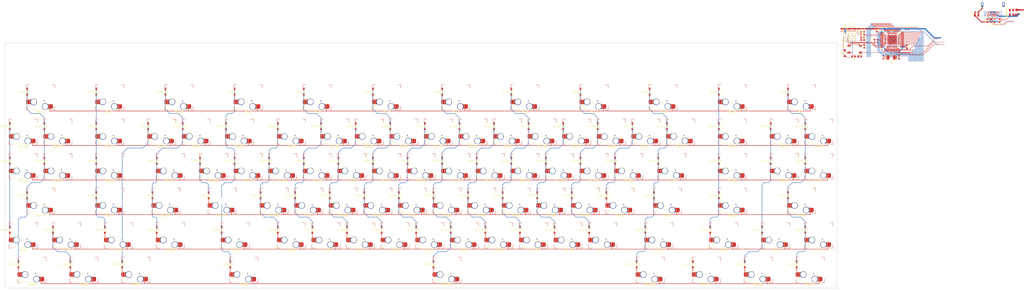
<source format=kicad_pcb>
(kicad_pcb (version 20211014) (generator pcbnew)
  (layers (0 "F.Cu" signal) (31 "B.Cu" signal) (34 "B.Paste" user) (35 "F.Paste" user) (36 "B.SilkS" user "B.Silkscreen") (37 "F.SilkS" user "F.Silkscreen") (38 "B.Mask" user) (39 "F.Mask" user) (44 "Edge.Cuts" user))
  (net 0 "")
  (net 1 "GND")
  (net 2 "Net-(D_1-Pad1)")
  (net 3 "COL1")
  (net 4 "Net-(D_2-Pad1)")
  (net 5 "COL2")
  (net 6 "Net-(D_3-Pad1)")
  (net 7 "COL3")
  (net 8 "Net-(D_4-Pad1)")
  (net 9 "COL4")
  (net 10 "Net-(D_5-Pad1)")
  (net 11 "COL5")
  (net 12 "Net-(D_6-Pad1)")
  (net 13 "COL6")
  (net 14 "Net-(D_7-Pad1)")
  (net 15 "COL7")
  (net 16 "Net-(D_8-Pad1)")
  (net 17 "COL8")
  (net 18 "Net-(D_9-Pad1)")
  (net 19 "COL9")
  (net 20 "Net-(D_10-Pad1)")
  (net 21 "COL10")
  (net 22 "Net-(D_11-Pad1)")
  (net 23 "COL11")
  (net 24 "Net-(D_12-Pad1)")
  (net 25 "COL12")
  (net 26 "Net-(D_13-Pad1)")
  (net 27 "COL13")
  (net 28 "Net-(D_14-Pad1)")
  (net 29 "COL14")
  (net 30 "Net-(D_15-Pad1)")
  (net 31 "COL15")
  (net 32 "Net-(D_16-Pad1)")
  (net 33 "Net-(D_17-Pad1)")
  (net 34 "Net-(D_18-Pad1)")
  (net 35 "Net-(D_19-Pad1)")
  (net 36 "Net-(D_20-Pad1)")
  (net 37 "Net-(D_21-Pad1)")
  (net 38 "Net-(D_22-Pad1)")
  (footprint "Capacitor_SMD:C_0603_1608Metric" (layer "F.Cu") (at 167.56 34.199702 -90)
    (fp_text reference "C3")
    (fp_text value "1uF 10V X5R 10%")
  )
  (footprint "Capacitor_SMD:C_0805_2012Metric" (layer "F.Cu") (at 205.97 16.835 180)
    (fp_text reference "C9")
    (fp_text value "10nF 100V")
  )
  (footprint "Resistor_SMD:R_1206_3216Metric" (layer "F.Cu") (at 228.17 15.195 -90)
    (fp_text reference "L1")
    (fp_text value "BLM31PG391SN1L")
  )
  (footprint "Resistor_SMD:R_0603_1608Metric" (layer "F.Cu") (at 141.635 39.424702)
    (fp_text reference "R1")
    (fp_text value "10K")
  )
  (footprint "Resistor_SMD:R_0603_1608Metric" (layer "F.Cu") (at 143.21 28.899702)
    (fp_text reference "R4")
    (fp_text value "22R")
  )
  (footprint "Resistor_SMD:R_0603_1608Metric" (layer "F.Cu") (at 211.92 19.635 90)
    (fp_text reference "R6")
    (fp_text value "5.1K")
  )
  (footprint "Resistor_SMD:R_0603_1608Metric" (layer "F.Cu") (at 218.67 19.635 90)
    (fp_text reference "R7")
    (fp_text value "5.1K")
  )
  (footprint "Button_Switch_SMD:SW_SPST_TL3342" (layer "F.Cu") (at 138.885 35.424702)
    (fp_text reference "SW1")
    (fp_text value "SW_PUSH")
  )
  (footprint "Keyboardio:USB-TYPE-C-MIDMOUNT" (layer "F.Cu") (at 214.965 15.875 180)
    (fp_text reference "USB1")
    (fp_text value "USB_C_Receptacle")
    (fp_line (start 4.7 2.5) (end 4.7 6.85) (layer "Edge.Cuts") (width 0.01))
    (fp_line (start 4.7 1.6) (end -4.7 1.6) (layer "Edge.Cuts") (width 0.01))
    (fp_line (start 7 6.85) (end 4.7 6.85) (layer "Edge.Cuts") (width 0.01))
    (fp_line (start -7 6.85) (end -4.7 6.85) (layer "Edge.Cuts") (width 0.01))
    (fp_line (start -4.7 2.5) (end -4.7 6.85) (layer "Edge.Cuts") (width 0.01))
    (fp_arc (start 4.7 1.6) (mid 5.15 2.05) (end 4.7 2.5) (layer "Edge.Cuts") (width 0.01))
    (fp_arc (start -4.7 2.5) (mid -5.15 2.05) (end -4.7 1.6) (layer "Edge.Cuts") (width 0.01))
  )
  (footprint "Capacitor_SMD:C_0603_1608Metric" (layer "F.Cu") (at 150.56 30.199702 180)
    (fp_text reference "C6")
    (fp_text value "1uF 10V X5R 10%")
  )
  (footprint "Capacitor_SMD:C_0603_1608Metric" (layer "F.Cu") (at 138.135 39.424702 180)
    (fp_text reference "C8")
    (fp_text value "1uF 10V X5R 10%")
  )
  (footprint "Capacitor_SMD:C_0805_2012Metric" (layer "F.Cu") (at 225.26 16.435 180)
    (fp_text reference "C11")
    (fp_text value "4.7uF 16V X7R")
  )
  (footprint "Resistor_SMD:R_0603_1608Metric" (layer "F.Cu") (at 206.17 15.06 180)
    (fp_text reference "R3")
    (fp_text value "500K")
  )
  (footprint "Diode_SMD:D_SOD-123" (layer "F.Cu") (at 133.385 37.674702 90)
    (fp_text reference "D1")
    (fp_text value "1N4148")
  )
  (footprint "Capacitor_SMD:C_0603_1608Metric" (layer "F.Cu") (at 151.06 24.949702 -90)
    (fp_text reference "C2")
    (fp_text value "1uF 10V X5R 10%")
  )
  (footprint "Keyboardio:PRTR5V0U2X" (layer "F.Cu") (at 214.92 19.635 -90)
    (fp_text reference "ESD1")
    (fp_text value "PRTR5V0U2X" hide)
  )
  (footprint "Resistor_SMD:R_0603_1608Metric" (layer "F.Cu") (at 144.11 33.899702 90)
    (fp_text reference "R2")
    (fp_text value "330R 5%")
  )
  (footprint "Capacitor_SMD:C_0805_2012Metric" (layer "F.Cu") (at 225.24 13.875 180)
    (fp_text reference "C10")
    (fp_text value "4.7uF 16V X7R")
  )
  (footprint "Keyboardio:Model_01_ICSP_cutout_pins" (layer "F.Cu") (at 133.56 30.199702 90)
    (fp_text reference "J1")
    (fp_text value "ICSP")
  )
  (footprint "Resistor_SMD:R_0603_1608Metric" (layer "F.Cu") (at 143.21 27.399702)
    (fp_text reference "R5")
    (fp_text value "22R")
  )
  (footprint "Capacitor_SMD:C_0603_1608Metric" (layer "F.Cu") (at 143.21 25.899702)
    (fp_text reference "C13")
    (fp_text value "27pF DNP")
  )
  (footprint "Capacitor_SMD:C_0603_1608Metric" (layer "F.Cu") (at 143.21 30.399702)
    (fp_text reference "C12")
    (fp_text value "27pF DNP")
  )
  (footprint "Capacitor_SMD:C_0603_1608Metric" (layer "F.Cu") (at 154.71 39.899702 -90)
    (fp_text reference "C7")
    (fp_text value "27pF")
  )
  (footprint "Keyboardio:ABM3_Crystal_Oscillator" (layer "F.Cu") (at 158.975 39.959702)
    (fp_text reference "X1")
    (fp_text value "ABM3-16.000" hide)
  )
  (footprint "Capacitor_SMD:C_0603_1608Metric" (layer "F.Cu") (at 163.21 39.899702 -90)
    (fp_text reference "C5")
    (fp_text value "27pF")
  )
  (footprint "Keyboardio:TQFP-44_10x10mm_Pitch0.8mm-Plus-QFN_44_7x7mm_Pitch_0.5mm" (layer "F.Cu") (at 159.47 30.299702)
    (fp_text reference "U1")
    (fp_text value "ATMEGA32U4-MU")
  )
  (footprint "Capacitor_SMD:C_0603_1608Metric" (layer "F.Cu") (at 150.56 31.699702 180)
    (fp_text reference "C4")
    (fp_text value "1uF 10V X5R 10%")
  )
  (footprint "Capacitor_SMD:C_0603_1608Metric" (layer "F.Cu") (at 167.81 24.449702)
    (fp_text reference "C1")
    (fp_text value "1uF 10V X5R 10%")
  )
  (footprint "MX-KailhClip-1.00u-large-pads" (layer "F.Cu") (at 0 138.2 180)
    (fp_text reference "SW_77")
    (fp_text value "ESC" hide)
  )
  (footprint "MX-KailhClip-1.00u-large-pads" (layer "F.Cu") (at -109.5375 81.05 180)
    (fp_text reference "SW_24")
    (fp_text value "ESC" hide)
  )
  (footprint "D_SOD-123" (layer "F.Cu") (at -2.6775 77.95 90)
    (fp_text reference "D_SW_18")
    (fp_text value "D_SOD-123")
  )
  (footprint "D_SOD-123" (layer "F.Cu") (at 111.6225 77.95 90)
    (fp_text reference "D_SW_13")
    (fp_text value "D_SOD-123")
  )
  (footprint "MX-KailhClip-1.00u-large-pads" (layer "F.Cu") (at -240.50625 119.15 180)
    (fp_text reference "SW_70")
    (fp_text value "ESC" hide)
  )
  (footprint "D_SOD-123" (layer "F.Cu") (at 63.9975 77.95 90)
    (fp_text reference "D_SW_15")
    (fp_text value "D_SOD-123")
  )
  (footprint "MX-KailhClip-1.00u-large-pads" (layer "F.Cu") (at -119.0625 62 180)
    (fp_text reference "SW_7")
    (fp_text value "ESC" hide)
  )
  (footprint "D_SOD-123" (layer "F.Cu") (at -155.0775 77.95 90)
    (fp_text reference "D_SW_26")
    (fp_text value "D_SOD-123")
  )
  (footprint "D_SOD-123" (layer "F.Cu") (at -16.965 116.05 90)
    (fp_text reference "D_SW_59")
    (fp_text value "D_SOD-123")
  )
  (footprint "MX-KailhClip-1.00u-large-pads" (layer "F.Cu") (at -180.975 119.15 180)
    (fp_text reference "SW_68")
    (fp_text value "ESC" hide)
  )
  (footprint "D_SOD-123" (layer "F.Cu") (at -317.0025 58.9 90)
    (fp_text reference "D_SW_12")
    (fp_text value "D_SOD-123")
  )
  (footprint "D_SOD-123" (layer "F.Cu") (at -164.6025 97 90)
    (fp_text reference "D_SW_47")
    (fp_text value "D_SOD-123")
  )
  (footprint "D_SOD-123" (layer "F.Cu") (at -321.765 154.15 90)
    (fp_text reference "D_SW_99")
    (fp_text value "D_SOD-123")
  )
  (footprint "D_SOD-123" (layer "F.Cu") (at -107.4525 97 90)
    (fp_text reference "D_SW_44")
    (fp_text value "D_SOD-123")
  )
  (footprint "D_SOD-123" (layer "F.Cu") (at -264.615 154.15 90)
    (fp_text reference "D_SW_97")
    (fp_text value "D_SOD-123")
  )
  (footprint "D_SOD-123" (layer "F.Cu") (at -245.565 135.1 90)
    (fp_text reference "D_SW_88")
    (fp_text value "D_SOD-123")
  )
  (footprint "D_SOD-123" (layer "F.Cu") (at 102.0975 58.9 90)
    (fp_text reference "D_SW_1")
    (fp_text value "D_SOD-123")
  )
  (footprint "MX-KailhClip-1.00u-large-pads" (layer "F.Cu") (at 26.19375 157.25 180)
    (fp_text reference "SW_100")
    (fp_text value "ESC" hide)
  )
  (footprint "MX-KailhClip-1.00u-large-pads" (layer "F.Cu") (at -119.0625 100.1 180)
    (fp_text reference "SW_45")
    (fp_text value "ESC" hide)
  )
  (footprint "MX-KailhClip-1.00u-large-pads" (layer "F.Cu") (at -80.9625 100.1 180)
    (fp_text reference "SW_43")
    (fp_text value "ESC" hide)
  )
  (footprint "D_SOD-123" (layer "F.Cu") (at -45.54 135.1 90)
    (fp_text reference "D_SW_79")
    (fp_text value "D_SOD-123")
  )
  (footprint "D_SOD-123" (layer "F.Cu") (at -88.4025 97 90)
    (fp_text reference "D_SW_43")
    (fp_text value "D_SOD-123")
  )
  (footprint "MX-KailhClip-1.00u-large-pads" (layer "F.Cu") (at -71.4375 81.05 180)
    (fp_text reference "SW_22")
    (fp_text value "ESC" hide)
  )
  (footprint "D_SOD-123" (layer "F.Cu") (at 106.86 154.15 90)
    (fp_text reference "D_SW_92")
    (fp_text value "D_SOD-123")
  )
  (footprint "D_SOD-123" (layer "F.Cu") (at 23.51625 135.1 90)
    (fp_text reference "D_SW_76")
    (fp_text value "D_SOD-123")
  )
  (footprint "MX-KailhClip-1.00u-large-pads" (layer "F.Cu") (at -28.575 119.15 180)
    (fp_text reference "SW_60")
    (fp_text value "ESC" hide)
  )
  (footprint "D_SOD-123" (layer "F.Cu") (at 78.285 154.15 90)
    (fp_text reference "D_SW_93")
    (fp_text value "D_SOD-123")
  )
  (footprint "D_SOD-123" (layer "F.Cu") (at 63.9975 116.05 90)
    (fp_text reference "D_SW_56")
    (fp_text value "D_SOD-123")
  )
  (footprint "D_SOD-123" (layer "F.Cu") (at -326.5275 135.1 90)
    (fp_text reference "D_SW_91")
    (fp_text value "D_SOD-123")
  )
  (footprint "D_SOD-123" (layer "F.Cu") (at -12.2025 58.9 90)
    (fp_text reference "D_SW_4")
    (fp_text value "D_SOD-123")
  )
  (footprint "D_SOD-123" (layer "F.Cu") (at -140.79 135.1 90)
    (fp_text reference "D_SW_84")
    (fp_text value "D_SOD-123")
  )
  (footprint "D_SOD-123" (layer "F.Cu") (at -317.0025 116.05 90)
    (fp_text reference "D_SW_72")
    (fp_text value "D_SOD-123")
  )
  (footprint "D_SOD-123" (layer "F.Cu") (at -326.5275 97 90)
    (fp_text reference "D_SW_54")
    (fp_text value "D_SOD-123")
  )
  (footprint "D_SOD-123" (layer "F.Cu") (at -278.9025 116.05 90)
    (fp_text reference "D_SW_71")
    (fp_text value "D_SOD-123")
  )
  (footprint "D_SOD-123" (layer "F.Cu") (at -21.7275 77.95 90)
    (fp_text reference "D_SW_19")
    (fp_text value "D_SOD-123")
  )
  (footprint "D_SOD-123" (layer "F.Cu") (at -26.49 135.1 90)
    (fp_text reference "D_SW_78")
    (fp_text value "D_SOD-123")
  )
  (footprint "MX-KailhClip-1.00u-large-pads" (layer "F.Cu") (at -161.925 119.15 180)
    (fp_text reference "SW_67")
    (fp_text value "ESC" hide)
  )
  (footprint "MX-KailhClip-1.00u-large-pads" (layer "F.Cu") (at 42.8625 81.05 180)
    (fp_text reference "SW_16")
    (fp_text value "ESC" hide)
  )
  (footprint "MX-KailhClip-1.00u-large-pads" (layer "F.Cu") (at -138.1125 100.1 180)
    (fp_text reference "SW_46")
    (fp_text value "ESC" hide)
  )
  (footprint "MX-KailhClip-1.00u-large-pads" (layer "F.Cu") (at -157.1625 62 180)
    (fp_text reference "SW_8")
    (fp_text value "ESC" hide)
  )
  (footprint "MX-KailhClip-1.00u-large-pads" (layer "F.Cu") (at 30.95625 138.2 180)
    (fp_text reference "SW_76")
    (fp_text value "ESC" hide)
  )
  (footprint "D_SOD-123" (layer "F.Cu") (at -207.465 77.95 90)
    (fp_text reference "D_SW_28")
    (fp_text value "D_SOD-123")
  )
  (footprint "D_SOD-123" (layer "F.Cu") (at -136.0275 77.95 90)
    (fp_text reference "D_SW_25")
    (fp_text value "D_SOD-123")
  )
  (footprint "MX-KailhClip-1.00u-large-pads" (layer "F.Cu") (at -319.0875 100.1 180)
    (fp_text reference "SW_54")
    (fp_text value "ESC" hide)
  )
  (footprint "MX-KailhClip-1.00u-large-pads" (layer "F.Cu") (at -309.5625 119.15 180)
    (fp_text reference "SW_72")
    (fp_text value "ESC" hide)
  )
  (footprint "D_SOD-123" (layer "F.Cu") (at -245.565 97 90)
    (fp_text reference "D_SW_51")
    (fp_text value "D_SOD-123")
  )
  (footprint "MX-KailhClip-1.00u-large-pads" (layer "F.Cu") (at -9.525 119.15 180)
    (fp_text reference "SW_59")
    (fp_text value "ESC" hide)
  )
  (footprint "MX-KailhClip-1.00u-large-pads" (layer "F.Cu") (at -133.35 138.2 180)
    (fp_text reference "SW_84")
    (fp_text value "ESC" hide)
  )
  (footprint "D_SOD-123" (layer "F.Cu") (at -164.6025 58.9 90)
    (fp_text reference "D_SW_8")
    (fp_text value "D_SOD-123")
  )
  (footprint "D_SOD-123" (layer "F.Cu") (at 25.8975 58.9 90)
    (fp_text reference "D_SW_3")
    (fp_text value "D_SOD-123")
  )
  (footprint "MX-KailhClip-1.00u-large-pads" (layer "F.Cu") (at -142.875 119.15 180)
    (fp_text reference "SW_66")
    (fp_text value "ESC" hide)
  )
  (footprint "D_SOD-123" (layer "F.Cu") (at -231.2775 77.95 90)
    (fp_text reference "D_SW_29")
    (fp_text value "D_SOD-123")
  )
  (footprint "D_SOD-123" (layer "F.Cu") (at -278.9025 77.95 90)
    (fp_text reference "D_SW_31")
    (fp_text value "D_SOD-123")
  )
  (footprint "MX-KailhClip-1.00u-large-pads" (layer "F.Cu") (at -271.4625 62 180)
    (fp_text reference "SW_11")
    (fp_text value "ESC" hide)
  )
  (footprint "D_SOD-123" (layer "F.Cu") (at -274.14 135.1 90)
    (fp_text reference "D_SW_89")
    (fp_text value "D_SOD-123")
  )
  (footprint "MX-KailhClip-1.00u-large-pads" (layer "F.Cu") (at 100.0125 100.1 180)
    (fp_text reference "SW_35")
    (fp_text value "ESC" hide)
  )
  (footprint "MX-KailhClip-1.00u-large-pads" (layer "F.Cu") (at -209.55 119.15 180)
    (fp_text reference "SW_69")
    (fp_text value "ESC" hide)
  )
  (footprint "D_SOD-123" (layer "F.Cu") (at -178.89 77.95 90)
    (fp_text reference "D_SW_27")
    (fp_text value "D_SOD-123")
  )
  (footprint "MX-KailhClip-1.00u-large-pads" (layer "F.Cu") (at -214.3125 100.1 180)
    (fp_text reference "SW_50")
    (fp_text value "ESC" hide)
  )
  (footprint "MX-KailhClip-1.00u-large-pads" (layer "F.Cu") (at 119.0625 81.05 180)
    (fp_text reference "SW_13")
    (fp_text value "ESC" hide)
  )
  (footprint "D_SOD-123" (layer "F.Cu") (at -40.7775 77.95 90)
    (fp_text reference "D_SW_20")
    (fp_text value "D_SOD-123")
  )
  (footprint "D_SOD-123" (layer "F.Cu") (at -97.9275 77.95 90)
    (fp_text reference "D_SW_23")
    (fp_text value "D_SOD-123")
  )
  (footprint "MX-KailhClip-1.00u-large-pads" (layer "F.Cu") (at -195.2625 62 180)
    (fp_text reference "SW_9")
    (fp_text value "ESC" hide)
  )
  (footprint "MX-KailhClip-1.00u-large-pads" (layer "F.Cu") (at 33.3375 62 180)
    (fp_text reference "SW_3")
    (fp_text value "ESC" hide)
  )
  (footprint "D_SOD-123" (layer "F.Cu") (at -93.165 154.15 90)
    (fp_text reference "D_SW_95")
    (fp_text value "D_SOD-123")
  )
  (footprint "D_SOD-123" (layer "F.Cu") (at -188.415 116.05 90)
    (fp_text reference "D_SW_68")
    (fp_text value "D_SOD-123")
  )
  (footprint "MX-KailhClip-1.00u-large-pads" (layer "F.Cu") (at -295.275 138.2 180)
    (fp_text reference "SW_90")
    (fp_text value "ESC" hide)
  )
  (footprint "MX-KailhClip-1.00u-large-pads" (layer "F.Cu") (at 57.15 157.25 180)
    (fp_text reference "SW_94")
    (fp_text value "ESC" hide)
  )
  (footprint "D_SOD-123" (layer "F.Cu") (at 111.6225 135.1 90)
    (fp_text reference "D_SW_73")
    (fp_text value "D_SOD-123")
  )
  (footprint "D_SOD-123" (layer "F.Cu") (at 30.66 97 90)
    (fp_text reference "D_SW_37")
    (fp_text value "D_SOD-123")
  )
  (footprint "MX-KailhClip-1.00u-large-pads" (layer "F.Cu") (at -309.5625 62 180)
    (fp_text reference "SW_12")
    (fp_text value "ESC" hide)
  )
  (footprint "MX-KailhClip-1.00u-large-pads" (layer "F.Cu") (at -95.25 138.2 180)
    (fp_text reference "SW_82")
    (fp_text value "ESC" hide)
  )
  (footprint "D_SOD-123" (layer "F.Cu") (at -116.9775 77.95 90)
    (fp_text reference "D_SW_24")
    (fp_text value "D_SOD-123")
  )
  (footprint "D_SOD-123" (layer "F.Cu") (at 92.5725 97 90)
    (fp_text reference "D_SW_35")
    (fp_text value "D_SOD-123")
  )
  (footprint "MX-KailhClip-1.00u-large-pads" (layer "F.Cu") (at -128.5875 81.05 180)
    (fp_text reference "SW_25")
    (fp_text value "ESC" hide)
  )
  (footprint "MX-KailhClip-1.00u-large-pads" (layer "F.Cu") (at 4.7625 81.05 180)
    (fp_text reference "SW_18")
    (fp_text value "ESC" hide)
  )
  (footprint "MX-KailhClip-1.00u-large-pads" (layer "F.Cu") (at -200.025 81.05 180)
    (fp_text reference "SW_28")
    (fp_text value "ESC" hide)
  )
  (footprint "MX-KailhClip-1.00u-large-pads" (layer "F.Cu") (at -197.64375 157.25 180)
    (fp_text reference "SW_96")
    (fp_text value "ESC" hide)
  )
  (footprint "MX-KailhClip-1.00u-large-pads" (layer "F.Cu") (at -4.7625 62 180)
    (fp_text reference "SW_4")
    (fp_text value "ESC" hide)
  )
  (footprint "D_SOD-123" (layer "F.Cu") (at -278.9025 58.9 90)
    (fp_text reference "D_SW_11")
    (fp_text value "D_SOD-123")
  )
  (footprint "MX-KailhClip-1.00u-large-pads" (layer "F.Cu") (at -266.7 138.2 180)
    (fp_text reference "SW_89")
    (fp_text value "ESC" hide)
  )
  (footprint "MX-KailhClip-1.00u-large-pads" (layer "F.Cu") (at 9.525 119.15 180)
    (fp_text reference "SW_58")
    (fp_text value "ESC" hide)
  )
  (footprint "D_SOD-123" (layer "F.Cu") (at 2.085 116.05 90)
    (fp_text reference "D_SW_58")
    (fp_text value "D_SOD-123")
  )
  (footprint "MX-KailhClip-1.00u-large-pads" (layer "F.Cu") (at -47.625 119.15 180)
    (fp_text reference "SW_61")
    (fp_text value "ESC" hide)
  )
  (footprint "MX-KailhClip-1.00u-large-pads" (layer "F.Cu") (at -104.775 119.15 180)
    (fp_text reference "SW_64")
    (fp_text value "ESC" hide)
  )
  (footprint "D_SOD-123" (layer "F.Cu") (at -7.44 135.1 90)
    (fp_text reference "D_SW_77")
    (fp_text value "D_SOD-123")
  )
  (footprint "D_SOD-123" (layer "F.Cu") (at -209.84625 135.1 90)
    (fp_text reference "D_SW_87")
    (fp_text value "D_SOD-123")
  )
  (footprint "D_SOD-123" (layer "F.Cu") (at -278.9025 97 90)
    (fp_text reference "D_SW_52")
    (fp_text value "D_SOD-123")
  )
  (footprint "D_SOD-123" (layer "F.Cu") (at -293.19 154.15 90)
    (fp_text reference "D_SW_98")
    (fp_text value "D_SOD-123")
  )
  (footprint "MX-KailhClip-1.00u-large-pads" (layer "F.Cu") (at -23.8125 100.1 180)
    (fp_text reference "SW_40")
    (fp_text value "ESC" hide)
  )
  (footprint "D_SOD-123" (layer "F.Cu") (at -302.715 135.1 90)
    (fp_text reference "D_SW_90")
    (fp_text value "D_SOD-123")
  )
  (footprint "MX-KailhClip-1.00u-large-pads" (layer "F.Cu") (at 38.1 100.1 180)
    (fp_text reference "SW_37")
    (fp_text value "ESC" hide)
  )
  (footprint "D_SOD-123" (layer "F.Cu") (at 16.3725 77.95 90)
    (fp_text reference "D_SW_17")
    (fp_text value "D_SOD-123")
  )
  (footprint "MX-KailhClip-1.00u-large-pads" (layer "F.Cu") (at 109.5375 119.15 180)
    (fp_text reference "SW_55")
    (fp_text value "ESC" hide)
  )
  (footprint "D_SOD-123" (layer "F.Cu") (at -178.89 135.1 90)
    (fp_text reference "D_SW_86")
    (fp_text value "D_SOD-123")
  )
  (footprint "MX-KailhClip-1.00u-large-pads" (layer "F.Cu") (at 71.4375 119.15 180)
    (fp_text reference "SW_56")
    (fp_text value "ESC" hide)
  )
  (footprint "MX-KailhClip-1.00u-large-pads" (layer "F.Cu") (at -61.9125 100.1 180)
    (fp_text reference "SW_42")
    (fp_text value "ESC" hide)
  )
  (footprint "D_SOD-123" (layer "F.Cu") (at 111.6225 97 90)
    (fp_text reference "D_SW_34")
    (fp_text value "D_SOD-123")
  )
  (footprint "MX-KailhClip-1.00u-large-pads" (layer "F.Cu") (at -223.8375 81.05 180)
    (fp_text reference "SW_29")
    (fp_text value "ESC" hide)
  )
  (footprint "MX-KailhClip-1.00u-large-pads" (layer "F.Cu") (at 95.25 138.2 180)
    (fp_text reference "SW_74")
    (fp_text value "ESC" hide)
  )
  (footprint "MX-KailhClip-1.00u-large-pads" (layer "F.Cu") (at -300.0375 81.05 180)
    (fp_text reference "SW_32")
    (fp_text value "ESC" hide)
  )
  (footprint "D_SOD-123" (layer "F.Cu") (at -74.115 116.05 90)
    (fp_text reference "D_SW_62")
    (fp_text value "D_SOD-123")
  )
  (footprint "D_SOD-123" (layer "F.Cu") (at 6.8475 97 90)
    (fp_text reference "D_SW_38")
    (fp_text value "D_SOD-123")
  )
  (footprint "D_SOD-123" (layer "F.Cu") (at 28.27875 116.05 90)
    (fp_text reference "D_SW_57")
    (fp_text value "D_SOD-123")
  )
  (footprint "D_SOD-123" (layer "F.Cu") (at -205.08375 154.15 90)
    (fp_text reference "D_SW_96")
    (fp_text value "D_SOD-123")
  )
  (footprint "D_SOD-123" (layer "F.Cu") (at -169.365 116.05 90)
    (fp_text reference "D_SW_67")
    (fp_text value "D_SOD-123")
  )
  (footprint "MX-KailhClip-1.00u-large-pads" (layer "F.Cu") (at -76.2 138.2 180)
    (fp_text reference "SW_81")
    (fp_text value "ESC" hide)
  )
  (footprint "MX-KailhClip-1.00u-large-pads" (layer "F.Cu") (at -38.1 138.2 180)
    (fp_text reference "SW_79")
    (fp_text value "ESC" hide)
  )
  (footprint "D_SOD-123" (layer "F.Cu") (at 92.5725 77.95 90)
    (fp_text reference "D_SW_14")
    (fp_text value "D_SOD-123")
  )
  (footprint "D_SOD-123" (layer "F.Cu") (at -250.3275 77.95 90)
    (fp_text reference "D_SW_30")
    (fp_text value "D_SOD-123")
  )
  (footprint "MX-KailhClip-1.00u-large-pads" (layer "F.Cu") (at 23.8125 81.05 180)
    (fp_text reference "SW_17")
    (fp_text value "ESC" hide)
  )
  (footprint "D_SOD-123" (layer "F.Cu") (at -202.7025 58.9 90)
    (fp_text reference "D_SW_9")
    (fp_text value "D_SOD-123")
  )
  (footprint "MX-KailhClip-1.00u-large-pads" (layer "F.Cu") (at -176.2125 100.1 180)
    (fp_text reference "SW_48")
    (fp_text value "ESC" hide)
  )
  (footprint "MX-KailhClip-1.00u-large-pads" (layer "F.Cu") (at 114.3 157.25 180)
    (fp_text reference "SW_92")
    (fp_text value "ESC" hide)
  )
  (footprint "D_SOD-123" (layer "F.Cu") (at -150.315 116.05 90)
    (fp_text reference "D_SW_66")
    (fp_text value "D_SOD-123")
  )
  (footprint "MX-KailhClip-1.00u-large-pads" (layer "F.Cu") (at -14.2875 81.05 180)
    (fp_text reference "SW_19")
    (fp_text value "ESC" hide)
  )
  (footprint "MX-KailhClip-1.00u-large-pads" (layer "F.Cu") (at -4.7625 100.1 180)
    (fp_text reference "SW_39")
    (fp_text value "ESC" hide)
  )
  (footprint "D_SOD-123" (layer "F.Cu") (at -202.7025 97 90)
    (fp_text reference "D_SW_49")
    (fp_text value "D_SOD-123")
  )
  (footprint "D_SOD-123" (layer "F.Cu") (at -36.015 116.05 90)
    (fp_text reference "D_SW_60")
    (fp_text value "D_SOD-123")
  )
  (footprint "D_SOD-123" (layer "F.Cu") (at 102.0975 116.05 90)
    (fp_text reference "D_SW_55")
    (fp_text value "D_SOD-123")
  )
  (footprint "MX-KailhClip-1.00u-large-pads" (layer "F.Cu") (at -42.8625 100.1 180)
    (fp_text reference "SW_41")
    (fp_text value "ESC" hide)
  )
  (footprint "MX-KailhClip-1.00u-large-pads" (layer "F.Cu") (at -238.125 138.2 180)
    (fp_text reference "SW_88")
    (fp_text value "ESC" hide)
  )
  (footprint "MX-KailhClip-1.00u-large-pads" (layer "F.Cu") (at -19.05 138.2 180)
    (fp_text reference "SW_78")
    (fp_text value "ESC" hide)
  )
  (footprint "MX-KailhClip-1.00u-large-pads" (layer "F.Cu") (at -85.725 119.15 180)
    (fp_text reference "SW_63")
    (fp_text value "ESC" hide)
  )
  (footprint "MX-KailhClip-1.00u-large-pads" (layer "F.Cu") (at 71.4375 81.05 180)
    (fp_text reference "SW_15")
    (fp_text value "ESC" hide)
  )
  (footprint "MX-KailhClip-1.00u-large-pads" (layer "F.Cu") (at -66.675 119.15 180)
    (fp_text reference "SW_62")
    (fp_text value "ESC" hide)
  )
  (footprint "MX-KailhClip-1.00u-large-pads" (layer "F.Cu") (at -242.8875 81.05 180)
    (fp_text reference "SW_30")
    (fp_text value "ESC" hide)
  )
  (footprint "MX-KailhClip-1.00u-large-pads" (layer "F.Cu") (at -57.15 138.2 180)
    (fp_text reference "SW_80")
    (fp_text value "ESC" hide)
  )
  (footprint "D_SOD-123" (layer "F.Cu") (at -145.5525 97 90)
    (fp_text reference "D_SW_46")
    (fp_text value "D_SOD-123")
  )
  (footprint "MX-KailhClip-1.00u-large-pads" (layer "F.Cu") (at 71.4375 62 180)
    (fp_text reference "SW_2")
    (fp_text value "ESC" hide)
  )
  (footprint "MX-KailhClip-1.00u-large-pads" (layer "F.Cu") (at -52.3875 81.05 180)
    (fp_text reference "SW_21")
    (fp_text value "ESC" hide)
  )
  (footprint "MX-KailhClip-1.00u-large-pads" (layer "F.Cu") (at -33.3375 81.05 180)
    (fp_text reference "SW_20")
    (fp_text value "ESC" hide)
  )
  (footprint "D_SOD-123" (layer "F.Cu") (at -121.74 135.1 90)
    (fp_text reference "D_SW_83")
    (fp_text value "D_SOD-123")
  )
  (footprint "D_SOD-123" (layer "F.Cu") (at -102.69 135.1 90)
    (fp_text reference "D_SW_82")
    (fp_text value "D_SOD-123")
  )
  (footprint "D_SOD-123" (layer "F.Cu") (at -307.4775 77.95 90)
    (fp_text reference "D_SW_32")
    (fp_text value "D_SOD-123")
  )
  (footprint "MX-KailhClip-1.00u-large-pads" (layer "F.Cu") (at -85.725 157.25 180)
    (fp_text reference "SW_95")
    (fp_text value "ESC" hide)
  )
  (footprint "D_SOD-123" (layer "F.Cu") (at 87.81 135.1 90)
    (fp_text reference "D_SW_74")
    (fp_text value "D_SOD-123")
  )
  (footprint "D_SOD-123" (layer "F.Cu") (at -12.2025 97 90)
    (fp_text reference "D_SW_39")
    (fp_text value "D_SOD-123")
  )
  (footprint "D_SOD-123" (layer "F.Cu") (at -326.5275 77.95 90)
    (fp_text reference "D_SW_33")
    (fp_text value "D_SOD-123")
  )
  (footprint "D_SOD-123" (layer "F.Cu") (at -221.7525 97 90)
    (fp_text reference "D_SW_50")
    (fp_text value "D_SOD-123")
  )
  (footprint "MX-KailhClip-1.00u-large-pads" (layer "F.Cu") (at -152.4 138.2 180)
    (fp_text reference "SW_85")
    (fp_text value "ESC" hide)
  )
  (footprint "MX-KailhClip-1.00u-large-pads" (layer "F.Cu") (at 109.5375 62 180)
    (fp_text reference "SW_1")
    (fp_text value "ESC" hide)
  )
  (footprint "D_SOD-123" (layer "F.Cu") (at -88.4025 58.9 90)
    (fp_text reference "D_SW_6")
    (fp_text value "D_SOD-123")
  )
  (footprint "MX-KailhClip-1.00u-large-pads" (layer "F.Cu") (at -157.1625 100.1 180)
    (fp_text reference "SW_47")
    (fp_text value "ESC" hide)
  )
  (footprint "D_SOD-123" (layer "F.Cu") (at -126.5025 97 90)
    (fp_text reference "D_SW_45")
    (fp_text value "D_SOD-123")
  )
  (footprint "D_SOD-123" (layer "F.Cu") (at -50.3025 97 90)
    (fp_text reference "D_SW_41")
    (fp_text value "D_SOD-123")
  )
  (footprint "MX-KailhClip-1.00u-large-pads" (layer "F.Cu") (at 71.4375 100.1 180)
    (fp_text reference "SW_36")
    (fp_text value "ESC" hide)
  )
  (footprint "D_SOD-123" (layer "F.Cu") (at -240.8025 58.9 90)
    (fp_text reference "D_SW_10")
    (fp_text value "D_SOD-123")
  )
  (footprint "MX-KailhClip-1.00u-large-pads" (layer "F.Cu") (at -271.4625 81.05 180)
    (fp_text reference "SW_31")
    (fp_text value "ESC" hide)
  )
  (footprint "D_SOD-123" (layer "F.Cu") (at -83.64 135.1 90)
    (fp_text reference "D_SW_81")
    (fp_text value "D_SOD-123")
  )
  (footprint "MX-KailhClip-1.00u-large-pads" (layer "F.Cu") (at -147.6375 81.05 180)
    (fp_text reference "SW_26")
    (fp_text value "ESC" hide)
  )
  (footprint "MX-KailhClip-1.00u-large-pads" (layer "F.Cu") (at -42.8625 62 180)
    (fp_text reference "SW_5")
    (fp_text value "ESC" hide)
  )
  (footprint "D_SOD-123" (layer "F.Cu") (at -55.065 116.05 90)
    (fp_text reference "D_SW_61")
    (fp_text value "D_SOD-123")
  )
  (footprint "MX-KailhClip-1.00u-large-pads" (layer "F.Cu") (at -90.4875 81.05 180)
    (fp_text reference "SW_23")
    (fp_text value "ESC" hide)
  )
  (footprint "MX-KailhClip-1.00u-large-pads" (layer "F.Cu") (at -171.45 81.05 180)
    (fp_text reference "SW_27")
    (fp_text value "ESC" hide)
  )
  (footprint "MX-KailhClip-1.00u-large-pads" (layer "F.Cu") (at -319.0875 138.2 180)
    (fp_text reference "SW_91")
    (fp_text value "ESC" hide)
  )
  (footprint "MX-KailhClip-1.00u-large-pads" (layer "F.Cu") (at -285.75 157.25 180)
    (fp_text reference "SW_98")
    (fp_text value "ESC" hide)
  )
  (footprint "MX-KailhClip-1.00u-large-pads" (layer "F.Cu") (at -271.4625 100.1 180)
    (fp_text reference "SW_52")
    (fp_text value "ESC" hide)
  )
  (footprint "MX-KailhClip-1.00u-large-pads" (layer "F.Cu") (at 100.0125 81.05 180)
    (fp_text reference "SW_14")
    (fp_text value "ESC" hide)
  )
  (footprint "D_SOD-123" (layer "F.Cu") (at -247.94625 116.05 90)
    (fp_text reference "D_SW_70")
    (fp_text value "D_SOD-123")
  )
  (footprint "MX-KailhClip-1.00u-large-pads" (layer "F.Cu") (at -171.45 138.2 180)
    (fp_text reference "SW_86")
    (fp_text value "ESC" hide)
  )
  (footprint "MX-KailhClip-1.00u-large-pads" (layer "F.Cu") (at 119.0625 100.1 180)
    (fp_text reference "SW_34")
    (fp_text value "ESC" hide)
  )
  (footprint "MX-KailhClip-1.00u-large-pads" (layer "F.Cu") (at -195.2625 100.1 180)
    (fp_text reference "SW_49")
    (fp_text value "ESC" hide)
  )
  (footprint "MX-KailhClip-1.00u-large-pads" (layer "F.Cu") (at -314.325 157.25 180)
    (fp_text reference "SW_99")
    (fp_text value "ESC" hide)
  )
  (footprint "MX-KailhClip-1.00u-large-pads" (layer "F.Cu") (at 119.0625 138.2 180)
    (fp_text reference "SW_73")
    (fp_text value "ESC" hide)
  )
  (footprint "D_SOD-123" (layer "F.Cu") (at 49.71 154.15 90)
    (fp_text reference "D_SW_94")
    (fp_text value "D_SOD-123")
  )
  (footprint "MX-KailhClip-1.00u-large-pads" (layer "F.Cu") (at -319.0875 81.05 180)
    (fp_text reference "SW_33")
    (fp_text value "ESC" hide)
  )
  (footprint "MX-KailhClip-1.00u-large-pads" (layer "F.Cu") (at -233.3625 62 180)
    (fp_text reference "SW_10")
    (fp_text value "ESC" hide)
  )
  (footprint "MX-KailhClip-1.00u-large-pads" (layer "F.Cu") (at 35.71875 119.15 180)
    (fp_text reference "SW_57")
    (fp_text value "ESC" hide)
  )
  (footprint "MX-KailhClip-1.00u-large-pads" (layer "F.Cu") (at -257.175 157.25 180)
    (fp_text reference "SW_97")
    (fp_text value "ESC" hide)
  )
  (footprint "D_SOD-123" (layer "F.Cu") (at -112.215 116.05 90)
    (fp_text reference "D_SW_64")
    (fp_text value "D_SOD-123")
  )
  (footprint "D_SOD-123" (layer "F.Cu") (at -183.6525 97 90)
    (fp_text reference "D_SW_48")
    (fp_text value "D_SOD-123")
  )
  (footprint "D_SOD-123" (layer "F.Cu") (at 59.235 135.1 90)
    (fp_text reference "D_SW_75")
    (fp_text value "D_SOD-123")
  )
  (footprint "D_SOD-123" (layer "F.Cu") (at 63.9975 58.9 90)
    (fp_text reference "D_SW_2")
    (fp_text value "D_SOD-123")
  )
  (footprint "D_SOD-123" (layer "F.Cu") (at -31.2525 97 90)
    (fp_text reference "D_SW_40")
    (fp_text value "D_SOD-123")
  )
  (footprint "D_SOD-123" (layer "F.Cu") (at -126.5025 58.9 90)
    (fp_text reference "D_SW_7")
    (fp_text value "D_SOD-123")
  )
  (footprint "D_SOD-123" (layer "F.Cu") (at 63.9975 97 90)
    (fp_text reference "D_SW_36")
    (fp_text value "D_SOD-123")
  )
  (footprint "MX-KailhClip-1.00u-large-pads" (layer "F.Cu") (at -123.825 119.15 180)
    (fp_text reference "SW_65")
    (fp_text value "ESC" hide)
  )
  (footprint "D_SOD-123" (layer "F.Cu") (at -78.8775 77.95 90)
    (fp_text reference "D_SW_22")
    (fp_text value "D_SOD-123")
  )
  (footprint "MX-KailhClip-1.00u-large-pads" (layer "F.Cu") (at -100.0125 100.1 180)
    (fp_text reference "SW_44")
    (fp_text value "ESC" hide)
  )
  (footprint "D_SOD-123" (layer "F.Cu") (at -59.8275 77.95 90)
    (fp_text reference "D_SW_21")
    (fp_text value "D_SOD-123")
  )
  (footprint "D_SOD-123" (layer "F.Cu") (at -307.4775 97 90)
    (fp_text reference "D_SW_53")
    (fp_text value "D_SOD-123")
  )
  (footprint "MX-KailhClip-1.00u-large-pads" (layer "F.Cu") (at -300.0375 100.1 180)
    (fp_text reference "SW_53")
    (fp_text value "ESC" hide)
  )
  (footprint "MX-KailhClip-1.00u-large-pads" (layer "F.Cu") (at 14.2875 100.1 180)
    (fp_text reference "SW_38")
    (fp_text value "ESC" hide)
  )
  (footprint "MX-KailhClip-1.00u-large-pads" (layer "F.Cu") (at 66.675 138.2 180)
    (fp_text reference "SW_75")
    (fp_text value "ESC" hide)
  )
  (footprint "D_SOD-123" (layer "F.Cu") (at -131.265 116.05 90)
    (fp_text reference "D_SW_65")
    (fp_text value "D_SOD-123")
  )
  (footprint "MX-KailhClip-1.00u-large-pads" (layer "F.Cu") (at 85.725 157.25 180)
    (fp_text reference "SW_93")
    (fp_text value "ESC" hide)
  )
  (footprint "D_SOD-123" (layer "F.Cu") (at 35.4225 77.95 90)
    (fp_text reference "D_SW_16")
    (fp_text value "D_SOD-123")
  )
  (footprint "D_SOD-123" (layer "F.Cu") (at -50.3025 58.9 90)
    (fp_text reference "D_SW_5")
    (fp_text value "D_SOD-123")
  )
  (footprint "MX-KailhClip-1.00u-large-pads" (layer "F.Cu") (at -80.9625 62 180)
    (fp_text reference "SW_6")
    (fp_text value "ESC" hide)
  )
  (footprint "D_SOD-123" (layer "F.Cu") (at -93.165 116.05 90)
    (fp_text reference "D_SW_63")
    (fp_text value "D_SOD-123")
  )
  (footprint "MX-KailhClip-1.00u-large-pads" (layer "F.Cu") (at -202.40625 138.2 180)
    (fp_text reference "SW_87")
    (fp_text value "ESC" hide)
  )
  (footprint "MX-KailhClip-1.00u-large-pads" (layer "F.Cu") (at -114.3 138.2 180)
    (fp_text reference "SW_83")
    (fp_text value "ESC" hide)
  )
  (footprint "D_SOD-123" (layer "F.Cu") (at -69.3525 97 90)
    (fp_text reference "D_SW_42")
    (fp_text value "D_SOD-123")
  )
  (footprint "MX-KailhClip-1.00u-large-pads" (layer "F.Cu") (at -238.125 100.1 180)
    (fp_text reference "SW_51")
    (fp_text value "ESC" hide)
  )
  (footprint "MX-KailhClip-1.00u-large-pads" (layer "F.Cu") (at -271.4625 119.15 180)
    (fp_text reference "SW_71")
    (fp_text value "ESC" hide)
  )
  (footprint "D_SOD-123" (layer "F.Cu") (at -216.99 116.05 90)
    (fp_text reference "D_SW_69")
    (fp_text value "D_SOD-123")
  )
  (footprint "D_SOD-123" (layer "F.Cu") (at -159.84 135.1 90)
    (fp_text reference "D_SW_85")
    (fp_text value "D_SOD-123")
  )
  (footprint "D_SOD-123" (layer "F.Cu") (at -64.59 135.1 90)
    (fp_text reference "D_SW_80")
    (fp_text value "D_SOD-123")
  )
  (footprint "D_SOD-123" (layer "F.Cu") (at 18.75375 154.15 90)
    (fp_text reference "D_SW_100")
    (fp_text value "D_SOD-123")
  )
  (gr_line (start -329.0875 32) (end -329.0875 167.25) (layer "Edge.Cuts") (width 0.2))
  (gr_line (start -329.0875 167.25) (end 129.0625 167.25) (layer "Edge.Cuts") (width 0.2))
  (gr_line (start -329.0875 32) (end 129.0625 32) (layer "Edge.Cuts") (width 0.2))
  (gr_line (start 129.0625 32) (end 129.0625 167.25) (layer "Edge.Cuts") (width 0.2))
  (segment (start -220.5125 102.96) (end -220.5125 102.64) (width 0.254) (layer "F.Cu") (net 0))
  (segment (start -206.225 83.59) (end -203.835 83.59) (width 0.381) (layer "F.Cu") (net 0))
  (segment (start -47.3875 86.13) (end -47.3875 88.63) (width 0.254) (layer "F.Cu") (net 0))
  (segment (start 102.0975 117.7) (end 102.0975 121.39) (width 0.254) (layer "F.Cu") (net 0))
  (segment (start 78.595 159.8) (end 79.215 159.8) (width 0.254) (layer "F.Cu") (net 0))
  (segment (start 88.74 140.75) (end 89.05 141.06) (width 0.254) (layer "F.Cu") (net 0))
  (segment (start -95.0125 105.18) (end -95.0125 107.68) (width 0.254) (layer "F.Cu") (net 0))
  (segment (start -278.9025 96.35) (end -278.9025 95.35) (width 0.254) (layer "F.Cu") (net 0))
  (segment (start -88.4025 102.34) (end -88.0925 102.65) (width 0.254) (layer "F.Cu") (net 0))
  (segment (start 60.475 140.74) (end 62.865 140.74) (width 0.381) (layer "F.Cu") (net 0))
  (segment (start -72.875 121.69) (end -70.485 121.69) (width 0.381) (layer "F.Cu") (net 0))
  (segment (start -216.99 115.4) (end -216.99 114.4) (width 0.254) (layer "F.Cu") (net 0))
  (segment (start -133.1125 105.18) (end -133.1125 107.68) (width 0.254) (layer "F.Cu") (net 0))
  (segment (start -321.765 155.8) (end -321.765 159.49) (width 0.254) (layer "F.Cu") (net 0))
  (segment (start -25.25 141.06) (end -25.25 140.74) (width 0.254) (layer "F.Cu") (net 0))
  (segment (start -273.21 140.75) (end -272.9 141.06) (width 0.254) (layer "F.Cu") (net 0))
  (segment (start -261.7 145.78) (end -290.275 145.78) (width 0.254) (layer "F.Cu") (net 0))
  (segment (start -56.9125 105.18) (end -59.3725 105.18) (width 0.381) (layer "F.Cu") (net 0))
  (segment (start -178.58 83.6) (end -177.96 83.6) (width 0.254) (layer "F.Cu") (net 0))
  (segment (start 111.6225 79.6) (end 111.6225 83.29) (width 0.254) (layer "F.Cu") (net 0))
  (segment (start -325.2875 83.59) (end -322.8975 83.59) (width 0.381) (layer "F.Cu") (net 0))
  (segment (start -49.3725 102.65) (end -49.0625 102.96) (width 0.254) (layer "F.Cu") (net 0))
  (segment (start -147.4 145.78) (end -166.45 145.78) (width 0.254) (layer "F.Cu") (net 0))
  (segment (start -315.7625 64.54) (end -313.3725 64.54) (width 0.381) (layer "F.Cu") (net 0))
  (segment (start -178.89 140.44) (end -178.58 140.75) (width 0.254) (layer "F.Cu") (net 0))
  (segment (start -97.9275 83.29) (end -97.6175 83.6) (width 0.254) (layer "F.Cu") (net 0))
  (segment (start -136.0275 79.6) (end -136.0275 83.29) (width 0.254) (layer "F.Cu") (net 0))
  (segment (start -2.6775 77.3) (end -2.6775 76.3) (width 0.254) (layer "F.Cu") (net 0))
  (segment (start -145.2425 102.65) (end -144.6225 102.65) (width 0.254) (layer "F.Cu") (net 0))
  (segment (start -307.4775 79.6) (end -307.4775 83.29) (width 0.254) (layer "F.Cu") (net 0))
  (segment (start -228.3625 69.58) (end -266.4625 69.58) (width 0.254) (layer "F.Cu") (net 0))
  (segment (start -235.50625 126.73) (end -266.4625 126.73) (width 0.254) (layer "F.Cu") (net 0))
  (segment (start -71.2 145.78) (end -90.25 145.78) (width 0.254) (layer "F.Cu") (net 0))
  (segment (start 63.9975 115.4) (end 63.9975 114.4) (width 0.254) (layer "F.Cu") (net 0))
  (segment (start -66.4375 88.63) (end -85.4875 88.63) (width 0.254) (layer "F.Cu") (net 0))
  (segment (start -102.38 140.75) (end -101.76 140.75) (width 0.254) (layer "F.Cu") (net 0))
  (segment (start -320.525 159.79) (end -318.135 159.79) (width 0.381) (layer "F.Cu") (net 0))
  (segment (start -205.08375 155.8) (end -205.08375 159.49) (width 0.254) (layer "F.Cu") (net 0))
  (segment (start 6.8475 98.65) (end 6.8475 102.34) (width 0.254) (layer "F.Cu") (net 0))
  (segment (start 124.0625 88.63) (end 105.0125 88.63) (width 0.254) (layer "F.Cu") (net 0))
  (segment (start -6.2 141.06) (end -6.2 140.74) (width 0.254) (layer "F.Cu") (net 0))
  (segment (start 89.05 140.74) (end 91.44 140.74) (width 0.381) (layer "F.Cu") (net 0))
  (segment (start 2.395 121.7) (end 3.015 121.7) (width 0.254) (layer "F.Cu") (net 0))
  (segment (start -54.135 121.7) (end -53.825 122.01) (width 0.254) (layer "F.Cu") (net 0))
  (segment (start -205.08375 153.5) (end -205.08375 152.5) (width 0.254) (layer "F.Cu") (net 0))
  (segment (start -144.3125 102.64) (end -141.9225 102.64) (width 0.381) (layer "F.Cu") (net 0))
  (segment (start 64.3075 102.65) (end 64.9275 102.65) (width 0.254) (layer "F.Cu") (net 0))
  (segment (start -278.9025 98.65) (end -278.9025 102.34) (width 0.254) (layer "F.Cu") (net 0))
  (segment (start -266.4625 124.23) (end -268.9225 124.23) (width 0.381) (layer "F.Cu") (net 0))
  (segment (start -40.4675 83.6) (end -39.8475 83.6) (width 0.254) (layer "F.Cu") (net 0))
  (segment (start -33.1 145.78) (end -52.15 145.78) (width 0.254) (layer "F.Cu") (net 0))
  (segment (start -237.8875 88.63) (end -266.4625 88.63) (width 0.254) (layer "F.Cu") (net 0))
  (segment (start 29.51875 121.69) (end 31.90875 121.69) (width 0.381) (layer "F.Cu") (net 0))
  (segment (start -116.9775 79.6) (end -116.9775 83.29) (width 0.254) (layer "F.Cu") (net 0))
  (segment (start -30.0125 102.64) (end -27.6225 102.64) (width 0.381) (layer "F.Cu") (net 0))
  (segment (start -118.825 124.23) (end -121.285 124.23) (width 0.381) (layer "F.Cu") (net 0))
  (segment (start -301.475 141.06) (end -301.475 140.74) (width 0.254) (layer "F.Cu") (net 0))
  (segment (start -71.2 143.28) (end -73.66 143.28) (width 0.381) (layer "F.Cu") (net 0))
  (segment (start -16.035 121.7) (end -15.725 122.01) (width 0.254) (layer "F.Cu") (net 0))
  (segment (start -250.3275 79.6) (end -250.3275 83.29) (width 0.254) (layer "F.Cu") (net 0))
  (segment (start -228.3625 67.08) (end -228.3625 69.58) (width 0.254) (layer "F.Cu") (net 0))
  (segment (start 124.0625 143.28) (end 124.0625 145.78) (width 0.254) (layer "F.Cu") (net 0))
  (segment (start -316.0725 64.55) (end -315.7625 64.86) (width 0.254) (layer "F.Cu") (net 0))
  (segment (start -304.5625 124.23) (end -304.5625 126.73) (width 0.254) (layer "F.Cu") (net 0))
  (segment (start 63.9975 121.39) (end 64.3075 121.7) (width 0.254) (layer "F.Cu") (net 0))
  (segment (start 19.68375 159.8) (end 19.99375 160.11) (width 0.254) (layer "F.Cu") (net 0))
  (segment (start -1.4375 83.91) (end -1.4375 83.59) (width 0.254) (layer "F.Cu") (net 0))
  (segment (start 92.5725 77.3) (end 92.5725 76.3) (width 0.254) (layer "F.Cu") (net 0))
  (segment (start 111.6225 134.45) (end 111.6225 133.45) (width 0.254) (layer "F.Cu") (net 0))
  (segment (start 119.3 162.33) (end 116.84 162.33) (width 0.381) (layer "F.Cu") (net 0))
  (segment (start -277.9725 83.6) (end -277.6625 83.91) (width 0.254) (layer "F.Cu") (net 0))
  (segment (start -301.785 140.75) (end -301.475 141.06) (width 0.254) (layer "F.Cu") (net 0))
  (segment (start -18.8125 105.18) (end -18.8125 107.68) (width 0.254) (layer "F.Cu") (net 0))
  (segment (start -209.3125 105.18) (end -211.7725 105.18) (width 0.381) (layer "F.Cu") (net 0))
  (segment (start -202.7025 64.24) (end -202.3925 64.55) (width 0.254) (layer "F.Cu") (net 0))
  (segment (start 47.8625 86.13) (end 47.8625 88.63) (width 0.254) (layer "F.Cu") (net 0))
  (segment (start -152.1625 107.68) (end -171.2125 107.68) (width 0.254) (layer "F.Cu") (net 0))
  (segment (start -152.1625 105.18) (end -152.1625 107.68) (width 0.254) (layer "F.Cu") (net 0))
  (segment (start -42.625 126.73) (end -61.675 126.73) (width 0.254) (layer "F.Cu") (net 0))
  (segment (start -128.35 145.78) (end -147.4 145.78) (width 0.254) (layer "F.Cu") (net 0))
  (segment (start -72.875 122.01) (end -72.875 121.69) (width 0.254) (layer "F.Cu") (net 0))
  (segment (start 124.0625 145.78) (end 100.25 145.78) (width 0.254) (layer "F.Cu") (net 0))
  (segment (start 17.6125 83.59) (end 20.0025 83.59) (width 0.381) (layer "F.Cu") (net 0))
  (segment (start -69.0425 102.65) (end -68.4225 102.65) (width 0.254) (layer "F.Cu") (net 0))
  (segment (start -188.415 115.4) (end -188.415 114.4) (width 0.254) (layer "F.Cu") (net 0))
  (segment (start 79.525 160.11) (end 79.525 159.79) (width 0.254) (layer "F.Cu") (net 0))
  (segment (start -128.35 143.28) (end -128.35 145.78) (width 0.254) (layer "F.Cu") (net 0))
  (segment (start 62.15 162.33) (end 59.69 162.33) (width 0.381) (layer "F.Cu") (net 0))
  (segment (start -111.905 121.7) (end -111.285 121.7) (width 0.254) (layer "F.Cu") (net 0))
  (segment (start -121.74 134.45) (end -121.74 133.45) (width 0.254) (layer "F.Cu") (net 0))
  (segment (start -116.0475 83.6) (end -115.7375 83.91) (width 0.254) (layer "F.Cu") (net 0))
  (segment (start -33.1 143.28) (end -33.1 145.78) (width 0.254) (layer "F.Cu") (net 0))
  (segment (start -112.215 121.39) (end -111.905 121.7) (width 0.254) (layer "F.Cu") (net 0))
  (segment (start 100.25 145.78) (end 71.675 145.78) (width 0.254) (layer "F.Cu") (net 0))
  (segment (start 93.8125 83.91) (end 93.8125 83.59) (width 0.254) (layer "F.Cu") (net 0))
  (segment (start 24.75625 140.74) (end 27.14625 140.74) (width 0.381) (layer "F.Cu") (net 0))
  (segment (start -36.015 117.7) (end -36.015 121.39) (width 0.254) (layer "F.Cu") (net 0))
  (segment (start -139.86 140.75) (end -139.55 141.06) (width 0.254) (layer "F.Cu") (net 0))
  (segment (start -252.175 164.83) (end -280.75 164.83) (width 0.254) (layer "F.Cu") (net 0))
  (segment (start -34.775 122.01) (end -34.775 121.69) (width 0.254) (layer "F.Cu") (net 0))
  (segment (start 71.675 143.28) (end 69.215 143.28) (width 0.381) (layer "F.Cu") (net 0))
  (segment (start -247.01625 121.7) (end -246.70625 122.01) (width 0.254) (layer "F.Cu") (net 0))
  (segment (start -91.925 121.69) (end -89.535 121.69) (width 0.381) (layer "F.Cu") (net 0))
  (segment (start -2.6775 83.29) (end -2.3675 83.6) (width 0.254) (layer "F.Cu") (net 0))
  (segment (start -116.6675 83.6) (end -116.0475 83.6) (width 0.254) (layer "F.Cu") (net 0))
  (segment (start -93.165 117.7) (end -93.165 121.39) (width 0.254) (layer "F.Cu") (net 0))
  (segment (start 87.81 136.75) (end 87.81 140.44) (width 0.254) (layer "F.Cu") (net 0))
  (segment (start -59.8275 79.6) (end -59.8275 83.29) (width 0.254) (layer "F.Cu") (net 0))
  (segment (start 107.79 159.8) (end 108.1 160.11) (width 0.254) (layer "F.Cu") (net 0))
  (segment (start -131.265 115.4) (end -131.265 114.4) (width 0.254) (layer "F.Cu") (net 0))
  (segment (start -166.45 86.13) (end -166.45 88.63) (width 0.254) (layer "F.Cu") (net 0))
  (segment (start 111.6225 77.3) (end 111.6225 76.3) (width 0.254) (layer "F.Cu") (net 0))
  (segment (start -325.5975 83.6) (end -325.2875 83.91) (width 0.254) (layer "F.Cu") (net 0))
  (segment (start 92.5725 102.34) (end 92.8825 102.65) (width 0.254) (layer "F.Cu") (net 0))
  (segment (start -131.265 121.39) (end -130.955 121.7) (width 0.254) (layer "F.Cu") (net 0))
  (segment (start -92.235 159.8) (end -91.925 160.11) (width 0.254) (layer "F.Cu") (net 0))
  (segment (start -155.0775 83.29) (end -154.7675 83.6) (width 0.254) (layer "F.Cu") (net 0))
  (segment (start -154.1475 83.6) (end -153.8375 83.91) (width 0.254) (layer "F.Cu") (net 0))
  (segment (start -155.0775 77.3) (end -155.0775 76.3) (width 0.254) (layer "F.Cu") (net 0))
  (segment (start -183.6525 96.35) (end -183.6525 95.35) (width 0.254) (layer "F.Cu") (net 0))
  (segment (start -71.2 143.28) (end -71.2 145.78) (width 0.254) (layer "F.Cu") (net 0))
  (segment (start -177.65 141.06) (end -177.65 140.74) (width 0.254) (layer "F.Cu") (net 0))
  (segment (start -309.325 162.33) (end -309.325 164.83) (width 0.254) (layer "F.Cu") (net 0))
  (segment (start -20.7975 83.6) (end -20.4875 83.91) (width 0.254) (layer "F.Cu") (net 0))
  (segment (start 92.5725 83.29) (end 92.8825 83.6) (width 0.254) (layer "F.Cu") (net 0))
  (segment (start -197.40625 143.28) (end -199.86625 143.28) (width 0.381) (layer "F.Cu") (net 0))
  (segment (start -233.125 105.18) (end -235.585 105.18) (width 0.381) (layer "F.Cu") (net 0))
  (segment (start 64.9275 121.7) (end 65.2375 122.01) (width 0.254) (layer "F.Cu") (net 0))
  (segment (start -130.955 121.7) (end -130.335 121.7) (width 0.254) (layer "F.Cu") (net 0))
  (segment (start -73.185 121.7) (end -72.875 122.01) (width 0.254) (layer "F.Cu") (net 0))
  (segment (start 25.8975 60.55) (end 25.8975 64.24) (width 0.254) (layer "F.Cu") (net 0))
  (segment (start -37.8625 105.18) (end -37.8625 107.68) (width 0.254) (layer "F.Cu") (net 0))
  (segment (start 63.9975 98.65) (end 63.9975 102.34) (width 0.254) (layer "F.Cu") (net 0))
  (segment (start -220.5125 102.64) (end -218.1225 102.64) (width 0.381) (layer "F.Cu") (net 0))
  (segment (start 111.6225 102.34) (end 111.9325 102.65) (width 0.254) (layer "F.Cu") (net 0))
  (segment (start -326.2175 140.75) (end -325.5975 140.75) (width 0.254) (layer "F.Cu") (net 0))
  (segment (start 23.82625 140.75) (end 24.44625 140.75) (width 0.254) (layer "F.Cu") (net 0))
  (segment (start -50.3025 64.24) (end -49.9925 64.55) (width 0.254) (layer "F.Cu") (net 0))
  (segment (start -131.265 117.7) (end -131.265 121.39) (width 0.254) (layer "F.Cu") (net 0))
  (segment (start -216.06 121.7) (end -215.75 122.01) (width 0.254) (layer "F.Cu") (net 0))
  (segment (start -278.5925 64.55) (end -277.9725 64.55) (width 0.254) (layer "F.Cu") (net 0))
  (segment (start -21.7275 83.29) (end -21.4175 83.6) (width 0.254) (layer "F.Cu") (net 0))
  (segment (start -278.9025 83.29) (end -278.5925 83.6) (width 0.254) (layer "F.Cu") (net 0))
  (segment (start -159.53 140.75) (end -158.91 140.75) (width 0.254) (layer "F.Cu") (net 0))
  (segment (start -166.45 145.78) (end -197.40625 145.78) (width 0.254) (layer "F.Cu") (net 0))
  (segment (start -240.8025 58.25) (end -240.8025 57.25) (width 0.254) (layer "F.Cu") (net 0))
  (segment (start -147.4 143.28) (end -147.4 145.78) (width 0.254) (layer "F.Cu") (net 0))
  (segment (start 7.7775 102.65) (end 8.0875 102.96) (width 0.254) (layer "F.Cu") (net 0))
  (segment (start 25.8975 58.25) (end 25.8975 57.25) (width 0.254) (layer "F.Cu") (net 0))
  (segment (start 79.525 159.79) (end 81.915 159.79) (width 0.381) (layer "F.Cu") (net 0))
  (segment (start 111.9325 140.75) (end 112.5525 140.75) (width 0.254) (layer "F.Cu") (net 0))
  (segment (start -278.9025 121.39) (end -278.5925 121.7) (width 0.254) (layer "F.Cu") (net 0))
  (segment (start -168.125 122.01) (end -168.125 121.69) (width 0.254) (layer "F.Cu") (net 0))
  (segment (start -55.065 121.39) (end -54.755 121.7) (width 0.254) (layer "F.Cu") (net 0))
  (segment (start 6.8475 96.35) (end 6.8475 95.35) (width 0.254) (layer "F.Cu") (net 0))
  (segment (start -87.1625 102.64) (end -84.7725 102.64) (width 0.381) (layer "F.Cu") (net 0))
  (segment (start -35.705 121.7) (end -35.085 121.7) (width 0.254) (layer "F.Cu") (net 0))
  (segment (start 63.9975 60.55) (end 63.9975 64.24) (width 0.254) (layer "F.Cu") (net 0))
  (segment (start -278.9025 60.55) (end -278.9025 64.24) (width 0.254) (layer "F.Cu") (net 0))
  (segment (start -233.125 107.68) (end -266.4625 107.68) (width 0.254) (layer "F.Cu") (net 0))
  (segment (start 124.0625 105.18) (end 121.6025 105.18) (width 0.381) (layer "F.Cu") (net 0))
  (segment (start -163.6725 102.65) (end -163.3625 102.96) (width 0.254) (layer "F.Cu") (net 0))
  (segment (start -40.7775 83.29) (end -40.4675 83.6) (width 0.254) (layer "F.Cu") (net 0))
  (segment (start -78.8775 83.29) (end -78.5675 83.6) (width 0.254) (layer "F.Cu") (net 0))
  (segment (start -23.575 126.73) (end -42.625 126.73) (width 0.254) (layer "F.Cu") (net 0))
  (segment (start -144.3125 102.96) (end -144.3125 102.64) (width 0.254) (layer "F.Cu") (net 0))
  (segment (start -20.4875 83.91) (end -20.4875 83.59) (width 0.254) (layer "F.Cu") (net 0))
  (segment (start -110.975 122.01) (end -110.975 121.69) (width 0.254) (layer "F.Cu") (net 0))
  (segment (start -266.4625 126.73) (end -304.5625 126.73) (width 0.254) (layer "F.Cu") (net 0))
  (segment (start -280.75 164.83) (end -309.325 164.83) (width 0.254) (layer "F.Cu") (net 0))
  (segment (start -21.4175 83.6) (end -20.7975 83.6) (width 0.254) (layer "F.Cu") (net 0))
  (segment (start -88.4025 64.24) (end -88.0925 64.55) (width 0.254) (layer "F.Cu") (net 0))
  (segment (start -107.4525 96.35) (end -107.4525 95.35) (width 0.254) (layer "F.Cu") (net 0))
  (segment (start -49.9925 64.55) (end -49.3725 64.55) (width 0.254) (layer "F.Cu") (net 0))
  (segment (start 49.71 155.8) (end 49.71 159.49) (width 0.254) (layer "F.Cu") (net 0))
  (segment (start -63.35 140.74) (end -60.96 140.74) (width 0.381) (layer "F.Cu") (net 0))
  (segment (start -99.775 124.23) (end -102.235 124.23) (width 0.381) (layer "F.Cu") (net 0))
  (segment (start -302.405 140.75) (end -301.785 140.75) (width 0.254) (layer "F.Cu") (net 0))
  (segment (start -18.8125 107.68) (end -37.8625 107.68) (width 0.254) (layer "F.Cu") (net 0))
  (segment (start -7.44 134.45) (end -7.44 133.45) (width 0.254) (layer "F.Cu") (net 0))
  (segment (start 65.2375 122.01) (end 65.2375 121.69) (width 0.254) (layer "F.Cu") (net 0))
  (segment (start -188.415 121.39) (end -188.105 121.7) (width 0.254) (layer "F.Cu") (net 0))
  (segment (start 3.015 121.7) (end 3.325 122.01) (width 0.254) (layer "F.Cu") (net 0))
  (segment (start -183.6525 102.34) (end -183.3425 102.65) (width 0.254) (layer "F.Cu") (net 0))
  (segment (start -188.415 117.7) (end -188.415 121.39) (width 0.254) (layer "F.Cu") (net 0))
  (segment (start 100.25 143.28) (end 97.79 143.28) (width 0.381) (layer "F.Cu") (net 0))
  (segment (start -109.3 143.28) (end -109.3 145.78) (width 0.254) (layer "F.Cu") (net 0))
  (segment (start -280.75 162.33) (end -280.75 164.83) (width 0.254) (layer "F.Cu") (net 0))
  (segment (start -240.4925 64.55) (end -239.8725 64.55) (width 0.254) (layer "F.Cu") (net 0))
  (segment (start -95.0125 107.68) (end -114.0625 107.68) (width 0.254) (layer "F.Cu") (net 0))
  (segment (start -126.1925 64.55) (end -125.5725 64.55) (width 0.254) (layer "F.Cu") (net 0))
  (segment (start -87.1625 102.96) (end -87.1625 102.64) (width 0.254) (layer "F.Cu") (net 0))
  (segment (start 9.7625 88.63) (end -9.2875 88.63) (width 0.254) (layer "F.Cu") (net 0))
  (segment (start -164.2925 64.55) (end -163.6725 64.55) (width 0.254) (layer "F.Cu") (net 0))
  (segment (start -317.0025 121.39) (end -316.6925 121.7) (width 0.254) (layer "F.Cu") (net 0))
  (segment (start 23.51625 136.75) (end 23.51625 140.44) (width 0.254) (layer "F.Cu") (net 0))
  (segment (start -158.91 140.75) (end -158.6 141.06) (width 0.254) (layer "F.Cu") (net 0))
  (segment (start -49.0625 64.86) (end -49.0625 64.54) (width 0.254) (layer "F.Cu") (net 0))
  (segment (start -31.2525 98.65) (end -31.2525 102.34) (width 0.254) (layer "F.Cu") (net 0))
  (segment (start -20.4875 83.59) (end -18.0975 83.59) (width 0.381) (layer "F.Cu") (net 0))
  (segment (start 31.19375 162.33) (end 31.19375 164.83) (width 0.254) (layer "F.Cu") (net 0))
  (segment (start -326.5275 83.29) (end -326.2175 83.6) (width 0.254) (layer "F.Cu") (net 0))
  (segment (start -166.45 143.28) (end -166.45 145.78) (width 0.254) (layer "F.Cu") (net 0))
  (segment (start 9.7625 86.13) (end 9.7625 88.63) (width 0.254) (layer "F.Cu") (net 0))
  (segment (start -158.6 140.74) (end -156.21 140.74) (width 0.381) (layer "F.Cu") (net 0))
  (segment (start -272.9 140.74) (end -270.51 140.74) (width 0.381) (layer "F.Cu") (net 0))
  (segment (start 60.475 141.06) (end 60.475 140.74) (width 0.254) (layer "F.Cu") (net 0))
  (segment (start -23.575 124.23) (end -26.035 124.23) (width 0.381) (layer "F.Cu") (net 0))
  (segment (start -12.2025 58.25) (end -12.2025 57.25) (width 0.254) (layer "F.Cu") (net 0))
  (segment (start -149.075 121.69) (end -146.685 121.69) (width 0.381) (layer "F.Cu") (net 0))
  (segment (start 63.9975 77.3) (end 63.9975 76.3) (width 0.254) (layer "F.Cu") (net 0))
  (segment (start -7.44 140.44) (end -7.13 140.75) (width 0.254) (layer "F.Cu") (net 0))
  (segment (start -9.2875 88.63) (end -28.3375 88.63) (width 0.254) (layer "F.Cu") (net 0))
  (segment (start -45.54 140.44) (end -45.23 140.75) (width 0.254) (layer "F.Cu") (net 0))
  (segment (start -264.305 159.8) (end -263.685 159.8) (width 0.254) (layer "F.Cu") (net 0))
  (segment (start -104.5375 86.13) (end -106.9975 86.13) (width 0.381) (layer "F.Cu") (net 0))
  (segment (start -203.84375 159.79) (end -201.45375 159.79) (width 0.381) (layer "F.Cu") (net 0))
  (segment (start 114.5375 69.58) (end 114.5375 69.58) (width 0.254) (layer "F.Cu") (net 0))
  (segment (start 76.4375 88.63) (end 47.8625 88.63) (width 0.254) (layer "F.Cu") (net 0))
  (segment (start -152.1625 67.08) (end -154.6225 67.08) (width 0.381) (layer "F.Cu") (net 0))
  (segment (start -156.925 124.23) (end -159.385 124.23) (width 0.381) (layer "F.Cu") (net 0))
  (segment (start -126.5025 58.25) (end -126.5025 57.25) (width 0.254) (layer "F.Cu") (net 0))
  (segment (start 24.44625 140.75) (end 24.75625 141.06) (width 0.254) (layer "F.Cu") (net 0))
  (segment (start -121.74 136.75) (end -121.74 140.44) (width 0.254) (layer "F.Cu") (net 0))
  (segment (start 31.59 102.65) (end 31.9 102.96) (width 0.254) (layer "F.Cu") (net 0))
  (segment (start -150.315 117.7) (end -150.315 121.39) (width 0.254) (layer "F.Cu") (net 0))
  (segment (start -307.4775 98.65) (end -307.4775 102.34) (width 0.254) (layer "F.Cu") (net 0))
  (segment (start 29.20875 121.7) (end 29.51875 122.01) (width 0.254) (layer "F.Cu") (net 0))
  (segment (start -88.4025 98.65) (end -88.4025 102.34) (width 0.254) (layer "F.Cu") (net 0))
  (segment (start -58.5875 83.91) (end -58.5875 83.59) (width 0.254) (layer "F.Cu") (net 0))
  (segment (start -88.4025 60.55) (end -88.4025 64.24) (width 0.254) (layer "F.Cu") (net 0))
  (segment (start -164.6025 102.34) (end -164.2925 102.65) (width 0.254) (layer "F.Cu") (net 0))
  (segment (start -277.6625 64.86) (end -277.6625 64.54) (width 0.254) (layer "F.Cu") (net 0))
  (segment (start -159.84 140.44) (end -159.53 140.75) (width 0.254) (layer "F.Cu") (net 0))
  (segment (start 35.4225 79.6) (end 35.4225 83.29) (width 0.254) (layer "F.Cu") (net 0))
  (segment (start 17.3025 83.6) (end 17.6125 83.91) (width 0.254) (layer "F.Cu") (net 0))
  (segment (start -99.775 124.23) (end -99.775 126.73) (width 0.254) (layer "F.Cu") (net 0))
  (segment (start -37.8625 105.18) (end -40.3225 105.18) (width 0.381) (layer "F.Cu") (net 0))
  (segment (start 106.86 155.8) (end 106.86 159.49) (width 0.254) (layer "F.Cu") (net 0))
  (segment (start 111.6225 96.35) (end 111.6225 95.35) (width 0.254) (layer "F.Cu") (net 0))
  (segment (start -266.4625 67.08) (end -266.4625 69.58) (width 0.254) (layer "F.Cu") (net 0))
  (segment (start 105.0125 88.63) (end 76.4375 88.63) (width 0.254) (layer "F.Cu") (net 0))
  (segment (start 112.8625 83.59) (end 115.2525 83.59) (width 0.381) (layer "F.Cu") (net 0))
  (segment (start -190.2625 107.68) (end -209.3125 107.68) (width 0.254) (layer "F.Cu") (net 0))
  (segment (start 59.545 140.75) (end 60.165 140.75) (width 0.254) (layer "F.Cu") (net 0))
  (segment (start -326.5275 77.3) (end -326.5275 76.3) (width 0.254) (layer "F.Cu") (net 0))
  (segment (start 112.5525 83.6) (end 112.8625 83.91) (width 0.254) (layer "F.Cu") (net 0))
  (segment (start -314.0875 86.13) (end -316.5475 86.13) (width 0.381) (layer "F.Cu") (net 0))
  (segment (start 36.6625 83.91) (end 36.6625 83.59) (width 0.254) (layer "F.Cu") (net 0))
  (segment (start -1.7475 83.6) (end -1.4375 83.91) (width 0.254) (layer "F.Cu") (net 0))
  (segment (start -301.475 140.74) (end -299.085 140.74) (width 0.381) (layer "F.Cu") (net 0))
  (segment (start -277.6625 122.01) (end -277.6625 121.69) (width 0.254) (layer "F.Cu") (net 0))
  (segment (start -136.0275 83.29) (end -135.7175 83.6) (width 0.254) (layer "F.Cu") (net 0))
  (segment (start -96.6875 83.91) (end -96.6875 83.59) (width 0.254) (layer "F.Cu") (net 0))
  (segment (start -66.4375 86.13) (end -66.4375 88.63) (width 0.254) (layer "F.Cu") (net 0))
  (segment (start -314.0875 105.18) (end -314.0875 107.68) (width 0.254) (layer "F.Cu") (net 0))
  (segment (start -177.65 83.91) (end -177.65 83.59) (width 0.254) (layer "F.Cu") (net 0))
  (segment (start 124.0625 143.28) (end 121.6025 143.28) (width 0.381) (layer "F.Cu") (net 0))
  (segment (start 93.5025 102.65) (end 93.8125 102.96) (width 0.254) (layer "F.Cu") (net 0))
  (segment (start -315.7625 64.86) (end -315.7625 64.54) (width 0.254) (layer "F.Cu") (net 0))
  (segment (start -307.4775 83.29) (end -307.1675 83.6) (width 0.254) (layer "F.Cu") (net 0))
  (segment (start -277.6625 83.91) (end -277.6625 83.59) (width 0.254) (layer "F.Cu") (net 0))
  (segment (start -263.375 160.11) (end -263.375 159.79) (width 0.254) (layer "F.Cu") (net 0))
  (segment (start -61.675 124.23) (end -64.135 124.23) (width 0.381) (layer "F.Cu") (net 0))
  (segment (start -175.975 126.73) (end -204.55 126.73) (width 0.254) (layer "F.Cu") (net 0))
  (segment (start -114.0625 105.18) (end -116.5225 105.18) (width 0.381) (layer "F.Cu") (net 0))
  (segment (start 30.97 102.65) (end 31.59 102.65) (width 0.254) (layer "F.Cu") (net 0))
  (segment (start 103.0275 64.55) (end 103.3375 64.86) (width 0.254) (layer "F.Cu") (net 0))
  (segment (start 5 143.28) (end 2.54 143.28) (width 0.381) (layer "F.Cu") (net 0))
  (segment (start -50.3025 102.34) (end -49.9925 102.65) (width 0.254) (layer "F.Cu") (net 0))
  (segment (start -190.2625 105.18) (end -192.7225 105.18) (width 0.381) (layer "F.Cu") (net 0))
  (segment (start -203.84375 160.11) (end -203.84375 159.79) (width 0.254) (layer "F.Cu") (net 0))
  (segment (start -326.5275 140.44) (end -326.2175 140.75) (width 0.254) (layer "F.Cu") (net 0))
  (segment (start 92.5725 79.6) (end 92.5725 83.29) (width 0.254) (layer "F.Cu") (net 0))
  (segment (start -245.255 140.75) (end -244.635 140.75) (width 0.254) (layer "F.Cu") (net 0))
  (segment (start 76.4375 126.73) (end 40.71875 126.73) (width 0.254) (layer "F.Cu") (net 0))
  (segment (start -278.9025 58.25) (end -278.9025 57.25) (width 0.254) (layer "F.Cu") (net 0))
  (segment (start 0.2375 69.58) (end -37.8625 69.58) (width 0.254) (layer "F.Cu") (net 0))
  (segment (start -266.4625 88.63) (end -295.0375 88.63) (width 0.254) (layer "F.Cu") (net 0))
  (segment (start -314.0875 143.28) (end -316.5475 143.28) (width 0.381) (layer "F.Cu") (net 0))
  (segment (start -239.8725 64.55) (end -239.5625 64.86) (width 0.254) (layer "F.Cu") (net 0))
  (segment (start 9.7625 86.13) (end 7.3025 86.13) (width 0.381) (layer "F.Cu") (net 0))
  (segment (start -112.215 117.7) (end -112.215 121.39) (width 0.254) (layer "F.Cu") (net 0))
  (segment (start -326.5275 136.75) (end -326.5275 140.44) (width 0.254) (layer "F.Cu") (net 0))
  (segment (start -145.5525 102.34) (end -145.2425 102.65) (width 0.254) (layer "F.Cu") (net 0))
  (segment (start -49.0625 102.64) (end -46.6725 102.64) (width 0.381) (layer "F.Cu") (net 0))
  (segment (start 112.8625 102.96) (end 112.8625 102.64) (width 0.254) (layer "F.Cu") (net 0))
  (segment (start -209.84625 140.44) (end -209.53625 140.75) (width 0.254) (layer "F.Cu") (net 0))
  (segment (start -150.315 121.39) (end -150.005 121.7) (width 0.254) (layer "F.Cu") (net 0))
  (segment (start -247.94625 115.4) (end -247.94625 114.4) (width 0.254) (layer "F.Cu") (net 0))
  (segment (start -68.1125 102.96) (end -68.1125 102.64) (width 0.254) (layer "F.Cu") (net 0))
  (segment (start -237.8875 86.13) (end -237.8875 88.63) (width 0.254) (layer "F.Cu") (net 0))
  (segment (start -307.4775 77.3) (end -307.4775 76.3) (width 0.254) (layer "F.Cu") (net 0))
  (segment (start -15.725 122.01) (end -15.725 121.69) (width 0.254) (layer "F.Cu") (net 0))
  (segment (start 63.9975 79.6) (end 63.9975 83.29) (width 0.254) (layer "F.Cu") (net 0))
  (segment (start -80.725 162.33) (end -80.725 164.83) (width 0.254) (layer "F.Cu") (net 0))
  (segment (start -171.2125 105.18) (end -171.2125 107.68) (width 0.254) (layer "F.Cu") (net 0))
  (segment (start -16.965 117.7) (end -16.965 121.39) (width 0.254) (layer "F.Cu") (net 0))
  (segment (start 30.66 96.35) (end 30.66 95.35) (width 0.254) (layer "F.Cu") (net 0))
  (segment (start -169.365 121.39) (end -169.055 121.7) (width 0.254) (layer "F.Cu") (net 0))
  (segment (start 35.4225 77.3) (end 35.4225 76.3) (width 0.254) (layer "F.Cu") (net 0))
  (segment (start -264.615 159.49) (end -264.305 159.8) (width 0.254) (layer "F.Cu") (net 0))
  (segment (start -315.7625 122.01) (end -315.7625 121.69) (width 0.254) (layer "F.Cu") (net 0))
  (segment (start -130.025 122.01) (end -130.025 121.69) (width 0.254) (layer "F.Cu") (net 0))
  (segment (start -197.40625 143.28) (end -197.40625 145.78) (width 0.254) (layer "F.Cu") (net 0))
  (segment (start -153.8375 83.91) (end -153.8375 83.59) (width 0.254) (layer "F.Cu") (net 0))
  (segment (start 102.0975 115.4) (end 102.0975 114.4) (width 0.254) (layer "F.Cu") (net 0))
  (segment (start 28.8125 86.13) (end 26.3525 86.13) (width 0.381) (layer "F.Cu") (net 0))
  (segment (start 64.9275 102.65) (end 65.2375 102.96) (width 0.254) (layer "F.Cu") (net 0))
  (segment (start -144.6225 102.65) (end -144.3125 102.96) (width 0.254) (layer "F.Cu") (net 0))
  (segment (start -277.6625 102.64) (end -275.2725 102.64) (width 0.381) (layer "F.Cu") (net 0))
  (segment (start -139.55 140.74) (end -137.16 140.74) (width 0.381) (layer "F.Cu") (net 0))
  (segment (start -120.81 140.75) (end -120.5 141.06) (width 0.254) (layer "F.Cu") (net 0))
  (segment (start -54.755 121.7) (end -54.135 121.7) (width 0.254) (layer "F.Cu") (net 0))
  (segment (start 114.5375 67.08) (end 114.5375 69.58) (width 0.254) (layer "F.Cu") (net 0))
  (segment (start -246.70625 122.01) (end -246.70625 121.69) (width 0.254) (layer "F.Cu") (net 0))
  (segment (start -295.0375 105.18) (end -295.0375 107.68) (width 0.254) (layer "F.Cu") (net 0))
  (segment (start -164.6025 58.25) (end -164.6025 57.25) (width 0.254) (layer "F.Cu") (net 0))
  (segment (start -93.165 121.39) (end -92.855 121.7) (width 0.254) (layer "F.Cu") (net 0))
  (segment (start -52.15 143.28) (end -52.15 145.78) (width 0.254) (layer "F.Cu") (net 0))
  (segment (start -93.165 159.49) (end -92.855 159.8) (width 0.254) (layer "F.Cu") (net 0))
  (segment (start -244.635 140.75) (end -244.325 141.06) (width 0.254) (layer "F.Cu") (net 0))
  (segment (start -15.725 121.69) (end -13.335 121.69) (width 0.381) (layer "F.Cu") (net 0))
  (segment (start 50.95 159.79) (end 53.34 159.79) (width 0.381) (layer "F.Cu") (net 0))
  (segment (start 102.0975 60.55) (end 102.0975 64.24) (width 0.254) (layer "F.Cu") (net 0))
  (segment (start -90.25 143.28) (end -90.25 145.78) (width 0.254) (layer "F.Cu") (net 0))
  (segment (start -37.8625 107.68) (end -56.9125 107.68) (width 0.254) (layer "F.Cu") (net 0))
  (segment (start -106.2125 102.96) (end -106.2125 102.64) (width 0.254) (layer "F.Cu") (net 0))
  (segment (start -218.8375 86.13) (end -221.2975 86.13) (width 0.381) (layer "F.Cu") (net 0))
  (segment (start 40.71875 124.23) (end 40.71875 126.73) (width 0.254) (layer "F.Cu") (net 0))
  (segment (start 26.2075 64.55) (end 26.8275 64.55) (width 0.254) (layer "F.Cu") (net 0))
  (segment (start -33.1 143.28) (end -35.56 143.28) (width 0.381) (layer "F.Cu") (net 0))
  (segment (start -278.9025 117.7) (end -278.9025 121.39) (width 0.254) (layer "F.Cu") (net 0))
  (segment (start -139.55 141.06) (end -139.55 140.74) (width 0.254) (layer "F.Cu") (net 0))
  (segment (start 76.4375 69.58) (end 38.3375 69.58) (width 0.254) (layer "F.Cu") (net 0))
  (segment (start 105.0125 86.13) (end 105.0125 88.63) (width 0.254) (layer "F.Cu") (net 0))
  (segment (start 102.0975 58.25) (end 102.0975 57.25) (width 0.254) (layer "F.Cu") (net 0))
  (segment (start -202.7025 60.55) (end -202.7025 64.24) (width 0.254) (layer "F.Cu") (net 0))
  (segment (start -204.55 124.23) (end -204.55 126.73) (width 0.254) (layer "F.Cu") (net 0))
  (segment (start -320.835 159.8) (end -320.525 160.11) (width 0.254) (layer "F.Cu") (net 0))
  (segment (start 43.1 105.18) (end 43.1 107.68) (width 0.254) (layer "F.Cu") (net 0))
  (segment (start -128.35 143.28) (end -130.81 143.28) (width 0.381) (layer "F.Cu") (net 0))
  (segment (start -325.5975 102.65) (end -325.2875 102.96) (width 0.254) (layer "F.Cu") (net 0))
  (segment (start -216.68 121.7) (end -216.06 121.7) (width 0.254) (layer "F.Cu") (net 0))
  (segment (start -80.725 164.83) (end -192.64375 164.83) (width 0.254) (layer "F.Cu") (net 0))
  (segment (start -230.0375 83.59) (end -227.6475 83.59) (width 0.381) (layer "F.Cu") (net 0))
  (segment (start -277.6625 64.54) (end -275.2725 64.54) (width 0.381) (layer "F.Cu") (net 0))
  (segment (start -1.4375 83.59) (end 0.9525 83.59) (width 0.381) (layer "F.Cu") (net 0))
  (segment (start -6.51 140.75) (end -6.2 141.06) (width 0.254) (layer "F.Cu") (net 0))
  (segment (start -92.855 159.8) (end -92.235 159.8) (width 0.254) (layer "F.Cu") (net 0))
  (segment (start -68.4225 102.65) (end -68.1125 102.96) (width 0.254) (layer "F.Cu") (net 0))
  (segment (start -50.3025 60.55) (end -50.3025 64.24) (width 0.254) (layer "F.Cu") (net 0))
  (segment (start 18.75375 155.8) (end 18.75375 159.49) (width 0.254) (layer "F.Cu") (net 0))
  (segment (start -85.4875 86.13) (end -85.4875 88.63) (width 0.254) (layer "F.Cu") (net 0))
  (segment (start 90.725 162.33) (end 88.265 162.33) (width 0.381) (layer "F.Cu") (net 0))
  (segment (start -266.4625 124.23) (end -266.4625 126.73) (width 0.254) (layer "F.Cu") (net 0))
  (segment (start -152.1625 69.58) (end -190.2625 69.58) (width 0.254) (layer "F.Cu") (net 0))
  (segment (start -82.71 140.75) (end -82.4 141.06) (width 0.254) (layer "F.Cu") (net 0))
  (segment (start -87.4725 102.65) (end -87.1625 102.96) (width 0.254) (layer "F.Cu") (net 0))
  (segment (start -44.3 141.06) (end -44.3 140.74) (width 0.254) (layer "F.Cu") (net 0))
  (segment (start -156.925 124.23) (end -156.925 126.73) (width 0.254) (layer "F.Cu") (net 0))
  (segment (start -171.2125 107.68) (end -190.2625 107.68) (width 0.254) (layer "F.Cu") (net 0))
  (segment (start -37.8625 69.58) (end -75.9625 69.58) (width 0.254) (layer "F.Cu") (net 0))
  (segment (start -83.33 140.75) (end -82.71 140.75) (width 0.254) (layer "F.Cu") (net 0))
  (segment (start -49.0625 102.96) (end -49.0625 102.64) (width 0.254) (layer "F.Cu") (net 0))
  (segment (start -163.3625 102.96) (end -163.3625 102.64) (width 0.254) (layer "F.Cu") (net 0))
  (segment (start -49.0625 64.54) (end -46.6725 64.54) (width 0.381) (layer "F.Cu") (net 0))
  (segment (start -244.325 102.96) (end -244.325 102.64) (width 0.254) (layer "F.Cu") (net 0))
  (segment (start -12.2025 64.24) (end -11.8925 64.55) (width 0.254) (layer "F.Cu") (net 0))
  (segment (start -152.1625 105.18) (end -154.6225 105.18) (width 0.381) (layer "F.Cu") (net 0))
  (segment (start -4.525 124.23) (end -4.525 126.73) (width 0.254) (layer "F.Cu") (net 0))
  (segment (start -304.5625 124.23) (end -307.0225 124.23) (width 0.381) (layer "F.Cu") (net 0))
  (segment (start 76.4375 124.23) (end 73.9775 124.23) (width 0.381) (layer "F.Cu") (net 0))
  (segment (start -266.4625 105.18) (end -266.4625 107.68) (width 0.254) (layer "F.Cu") (net 0))
  (segment (start -316.6925 121.7) (end -316.0725 121.7) (width 0.254) (layer "F.Cu") (net 0))
  (segment (start -295.0375 88.63) (end -314.0875 88.63) (width 0.254) (layer "F.Cu") (net 0))
  (segment (start 64.3075 64.55) (end 64.9275 64.55) (width 0.254) (layer "F.Cu") (net 0))
  (segment (start -97.9275 77.3) (end -97.9275 76.3) (width 0.254) (layer "F.Cu") (net 0))
  (segment (start -266.4625 107.68) (end -295.0375 107.68) (width 0.254) (layer "F.Cu") (net 0))
  (segment (start -78.8775 79.6) (end -78.8775 83.29) (width 0.254) (layer "F.Cu") (net 0))
  (segment (start -278.5925 83.6) (end -277.9725 83.6) (width 0.254) (layer "F.Cu") (net 0))
  (segment (start -56.9125 105.18) (end -56.9125 107.68) (width 0.254) (layer "F.Cu") (net 0))
  (segment (start 59.235 134.45) (end 59.235 133.45) (width 0.254) (layer "F.Cu") (net 0))
  (segment (start -121.43 140.75) (end -120.81 140.75) (width 0.254) (layer "F.Cu") (net 0))
  (segment (start 47.8625 88.63) (end 28.8125 88.63) (width 0.254) (layer "F.Cu") (net 0))
  (segment (start -306.2375 83.91) (end -306.2375 83.59) (width 0.254) (layer "F.Cu") (net 0))
  (segment (start -28.3375 86.13) (end -28.3375 88.63) (width 0.254) (layer "F.Cu") (net 0))
  (segment (start -209.3125 105.18) (end -209.3125 107.68) (width 0.254) (layer "F.Cu") (net 0))
  (segment (start 5 143.28) (end 5 145.78) (width 0.254) (layer "F.Cu") (net 0))
  (segment (start 92.8825 102.65) (end 93.5025 102.65) (width 0.254) (layer "F.Cu") (net 0))
  (segment (start -156.925 126.73) (end -175.975 126.73) (width 0.254) (layer "F.Cu") (net 0))
  (segment (start -12.2025 102.34) (end -11.8925 102.65) (width 0.254) (layer "F.Cu") (net 0))
  (segment (start -197.40625 145.78) (end -233.125 145.78) (width 0.254) (layer "F.Cu") (net 0))
  (segment (start -326.5275 134.45) (end -326.5275 133.45) (width 0.254) (layer "F.Cu") (net 0))
  (segment (start -209.3125 107.68) (end -233.125 107.68) (width 0.254) (layer "F.Cu") (net 0))
  (segment (start 31.19375 164.83) (end -80.725 164.83) (width 0.254) (layer "F.Cu") (net 0))
  (segment (start -306.2375 102.96) (end -306.2375 102.64) (width 0.254) (layer "F.Cu") (net 0))
  (segment (start -50.3025 98.65) (end -50.3025 102.34) (width 0.254) (layer "F.Cu") (net 0))
  (segment (start -88.4025 58.25) (end -88.4025 57.25) (width 0.254) (layer "F.Cu") (net 0))
  (segment (start 106.86 153.5) (end 106.86 152.5) (width 0.254) (layer "F.Cu") (net 0))
  (segment (start -53.825 121.69) (end -51.435 121.69) (width 0.381) (layer "F.Cu") (net 0))
  (segment (start -277.6625 83.59) (end -275.2725 83.59) (width 0.381) (layer "F.Cu") (net 0))
  (segment (start -183.6525 98.65) (end -183.6525 102.34) (width 0.254) (layer "F.Cu") (net 0))
  (segment (start -10.9625 102.96) (end -10.9625 102.64) (width 0.254) (layer "F.Cu") (net 0))
  (segment (start 2.085 121.39) (end 2.395 121.7) (width 0.254) (layer "F.Cu") (net 0))
  (segment (start 102.0975 64.24) (end 102.4075 64.55) (width 0.254) (layer "F.Cu") (net 0))
  (segment (start -74.115 117.7) (end -74.115 121.39) (width 0.254) (layer "F.Cu") (net 0))
  (segment (start 36.6625 83.59) (end 39.0525 83.59) (width 0.381) (layer "F.Cu") (net 0))
  (segment (start 43.1 105.18) (end 40.64 105.18) (width 0.381) (layer "F.Cu") (net 0))
  (segment (start -99.775 126.73) (end -118.825 126.73) (width 0.254) (layer "F.Cu") (net 0))
  (segment (start -266.4625 69.58) (end -304.5625 69.58) (width 0.254) (layer "F.Cu") (net 0))
  (segment (start -125.5725 102.65) (end -125.2625 102.96) (width 0.254) (layer "F.Cu") (net 0))
  (segment (start -277.6625 102.96) (end -277.6625 102.64) (width 0.254) (layer "F.Cu") (net 0))
  (segment (start -307.4775 96.35) (end -307.4775 95.35) (width 0.254) (layer "F.Cu") (net 0))
  (segment (start 59.235 136.75) (end 59.235 140.44) (width 0.254) (layer "F.Cu") (net 0))
  (segment (start 114.5375 69.58) (end 76.4375 69.58) (width 0.254) (layer "F.Cu") (net 0))
  (segment (start -36.015 115.4) (end -36.015 114.4) (width 0.254) (layer "F.Cu") (net 0))
  (segment (start -83.64 134.45) (end -83.64 133.45) (width 0.254) (layer "F.Cu") (net 0))
  (segment (start -166.45 88.63) (end -195.025 88.63) (width 0.254) (layer "F.Cu") (net 0))
  (segment (start 119.3 164.83) (end 90.725 164.83) (width 0.254) (layer "F.Cu") (net 0))
  (segment (start 92.5725 96.35) (end 92.5725 95.35) (width 0.254) (layer "F.Cu") (net 0))
  (segment (start 14.525 126.73) (end -4.525 126.73) (width 0.254) (layer "F.Cu") (net 0))
  (segment (start -317.0025 115.4) (end -317.0025 114.4) (width 0.254) (layer "F.Cu") (net 0))
  (segment (start -206.535 83.6) (end -206.225 83.91) (width 0.254) (layer "F.Cu") (net 0))
  (segment (start 28.58875 121.7) (end 29.20875 121.7) (width 0.254) (layer "F.Cu") (net 0))
  (segment (start -190.2625 69.58) (end -228.3625 69.58) (width 0.254) (layer "F.Cu") (net 0))
  (segment (start -126.5025 96.35) (end -126.5025 95.35) (width 0.254) (layer "F.Cu") (net 0))
  (segment (start 112.5525 140.75) (end 112.8625 141.06) (width 0.254) (layer "F.Cu") (net 0))
  (segment (start 90.725 162.33) (end 90.725 164.83) (width 0.254) (layer "F.Cu") (net 0))
  (segment (start 119.3 162.33) (end 119.3 164.83) (width 0.254) (layer "F.Cu") (net 0))
  (segment (start -221.4425 102.65) (end -220.8225 102.65) (width 0.254) (layer "F.Cu") (net 0))
  (segment (start -56.9125 107.68) (end -75.9625 107.68) (width 0.254) (layer "F.Cu") (net 0))
  (segment (start 111.6225 136.75) (end 111.6225 140.44) (width 0.254) (layer "F.Cu") (net 0))
  (segment (start -7.13 140.75) (end -6.51 140.75) (width 0.254) (layer "F.Cu") (net 0))
  (segment (start -125.2625 102.96) (end -125.2625 102.64) (width 0.254) (layer "F.Cu") (net 0))
  (segment (start -9.2875 86.13) (end -11.7475 86.13) (width 0.381) (layer "F.Cu") (net 0))
  (segment (start -16.655 121.7) (end -16.035 121.7) (width 0.254) (layer "F.Cu") (net 0))
  (segment (start -188.105 121.7) (end -187.485 121.7) (width 0.254) (layer "F.Cu") (net 0))
  (segment (start -221.7525 98.65) (end -221.7525 102.34) (width 0.254) (layer "F.Cu") (net 0))
  (segment (start -247.63625 121.7) (end -247.01625 121.7) (width 0.254) (layer "F.Cu") (net 0))
  (segment (start -137.875 126.73) (end -156.925 126.73) (width 0.254) (layer "F.Cu") (net 0))
  (segment (start -96.9975 83.6) (end -96.6875 83.91) (width 0.254) (layer "F.Cu") (net 0))
  (segment (start -34.775 121.69) (end -32.385 121.69) (width 0.381) (layer "F.Cu") (net 0))
  (segment (start -47.3875 88.63) (end -66.4375 88.63) (width 0.254) (layer "F.Cu") (net 0))
  (segment (start -137.875 124.23) (end -137.875 126.73) (width 0.254) (layer "F.Cu") (net 0))
  (segment (start -104.5375 86.13) (end -104.5375 88.63) (width 0.254) (layer "F.Cu") (net 0))
  (segment (start -78.8775 77.3) (end -78.8775 76.3) (width 0.254) (layer "F.Cu") (net 0))
  (segment (start -278.9025 115.4) (end -278.9025 114.4) (width 0.254) (layer "F.Cu") (net 0))
  (segment (start -290.275 143.28) (end -292.735 143.28) (width 0.381) (layer "F.Cu") (net 0))
  (segment (start -204.55 124.23) (end -207.01 124.23) (width 0.381) (layer "F.Cu") (net 0))
  (segment (start -133.1125 105.18) (end -135.5725 105.18) (width 0.381) (layer "F.Cu") (net 0))
  (segment (start 28.27875 117.7) (end 28.27875 121.39) (width 0.254) (layer "F.Cu") (net 0))
  (segment (start 31.19375 162.33) (end 28.73375 162.33) (width 0.381) (layer "F.Cu") (net 0))
  (segment (start -74.115 121.39) (end -73.805 121.7) (width 0.254) (layer "F.Cu") (net 0))
  (segment (start -14.05 143.28) (end -14.05 145.78) (width 0.254) (layer "F.Cu") (net 0))
  (segment (start -37.8625 67.08) (end -40.3225 67.08) (width 0.381) (layer "F.Cu") (net 0))
  (segment (start -272.9 141.06) (end -272.9 140.74) (width 0.254) (layer "F.Cu") (net 0))
  (segment (start -235.50625 124.23) (end -237.96625 124.23) (width 0.381) (layer "F.Cu") (net 0))
  (segment (start -77.9475 83.6) (end -77.6375 83.91) (width 0.254) (layer "F.Cu") (net 0))
  (segment (start 76.4375 86.13) (end 76.4375 88.63) (width 0.254) (layer "F.Cu") (net 0))
  (segment (start -306.5475 102.65) (end -306.2375 102.96) (width 0.254) (layer "F.Cu") (net 0))
  (segment (start 111.6225 98.65) (end 111.6225 102.34) (width 0.254) (layer "F.Cu") (net 0))
  (segment (start 76.4375 86.13) (end 73.9775 86.13) (width 0.381) (layer "F.Cu") (net 0))
  (segment (start -28.3375 86.13) (end -30.7975 86.13) (width 0.381) (layer "F.Cu") (net 0))
  (segment (start 7.1575 102.65) (end 7.7775 102.65) (width 0.254) (layer "F.Cu") (net 0))
  (segment (start -309.325 162.33) (end -311.785 162.33) (width 0.381) (layer "F.Cu") (net 0))
  (segment (start 112.8625 141.06) (end 112.8625 140.74) (width 0.254) (layer "F.Cu") (net 0))
  (segment (start -291.95 160.11) (end -291.95 159.79) (width 0.254) (layer "F.Cu") (net 0))
  (segment (start -215.75 121.69) (end -213.36 121.69) (width 0.381) (layer "F.Cu") (net 0))
  (segment (start -25.56 140.75) (end -25.25 141.06) (width 0.254) (layer "F.Cu") (net 0))
  (segment (start -325.2875 83.91) (end -325.2875 83.59) (width 0.254) (layer "F.Cu") (net 0))
  (segment (start -14.05 143.28) (end -16.51 143.28) (width 0.381) (layer "F.Cu") (net 0))
  (segment (start -304.5625 67.08) (end -307.0225 67.08) (width 0.381) (layer "F.Cu") (net 0))
  (segment (start 16.3725 83.29) (end 16.6825 83.6) (width 0.254) (layer "F.Cu") (net 0))
  (segment (start 89.05 141.06) (end 89.05 140.74) (width 0.254) (layer "F.Cu") (net 0))
  (segment (start -233.125 143.28) (end -233.125 145.78) (width 0.254) (layer "F.Cu") (net 0))
  (segment (start -101.76 140.75) (end -101.45 141.06) (width 0.254) (layer "F.Cu") (net 0))
  (segment (start -315.7625 121.69) (end -313.3725 121.69) (width 0.381) (layer "F.Cu") (net 0))
  (segment (start -168.125 121.69) (end -165.735 121.69) (width 0.381) (layer "F.Cu") (net 0))
  (segment (start 114.5375 124.23) (end 112.0775 124.23) (width 0.381) (layer "F.Cu") (net 0))
  (segment (start -83.64 136.75) (end -83.64 140.44) (width 0.254) (layer "F.Cu") (net 0))
  (segment (start -274.14 134.45) (end -274.14 133.45) (width 0.254) (layer "F.Cu") (net 0))
  (segment (start 2.085 115.4) (end 2.085 114.4) (width 0.254) (layer "F.Cu") (net 0))
  (segment (start -61.675 126.73) (end -80.725 126.73) (width 0.254) (layer "F.Cu") (net 0))
  (segment (start -208.60625 141.06) (end -208.60625 140.74) (width 0.254) (layer "F.Cu") (net 0))
  (segment (start -164.2925 102.65) (end -163.6725 102.65) (width 0.254) (layer "F.Cu") (net 0))
  (segment (start -163.3625 64.54) (end -160.9725 64.54) (width 0.381) (layer "F.Cu") (net 0))
  (segment (start 0.2375 105.18) (end 0.2375 107.68) (width 0.254) (layer "F.Cu") (net 0))
  (segment (start -88.0925 64.55) (end -87.4725 64.55) (width 0.254) (layer "F.Cu") (net 0))
  (segment (start -264.615 155.8) (end -264.615 159.49) (width 0.254) (layer "F.Cu") (net 0))
  (segment (start 19.99375 160.11) (end 19.99375 159.79) (width 0.254) (layer "F.Cu") (net 0))
  (segment (start -240.8025 64.24) (end -240.4925 64.55) (width 0.254) (layer "F.Cu") (net 0))
  (segment (start 103.3375 64.86) (end 103.3375 64.54) (width 0.254) (layer "F.Cu") (net 0))
  (segment (start 19.2875 105.18) (end 19.2875 107.68) (width 0.254) (layer "F.Cu") (net 0))
  (segment (start 64.3075 121.7) (end 64.9275 121.7) (width 0.254) (layer "F.Cu") (net 0))
  (segment (start -80.725 124.23) (end -80.725 126.73) (width 0.254) (layer "F.Cu") (net 0))
  (segment (start -126.5025 102.34) (end -126.1925 102.65) (width 0.254) (layer "F.Cu") (net 0))
  (segment (start 102.4075 121.7) (end 103.0275 121.7) (width 0.254) (layer "F.Cu") (net 0))
  (segment (start -277.9725 64.55) (end -277.6625 64.86) (width 0.254) (layer "F.Cu") (net 0))
  (segment (start 107.17 159.8) (end 107.79 159.8) (width 0.254) (layer "F.Cu") (net 0))
  (segment (start -145.5525 96.35) (end -145.5525 95.35) (width 0.254) (layer "F.Cu") (net 0))
  (segment (start -14.05 145.78) (end -33.1 145.78) (width 0.254) (layer "F.Cu") (net 0))
  (segment (start -306.2375 83.59) (end -303.8475 83.59) (width 0.381) (layer "F.Cu") (net 0))
  (segment (start -82.4 141.06) (end -82.4 140.74) (width 0.254) (layer "F.Cu") (net 0))
  (segment (start -326.5275 96.35) (end -326.5275 95.35) (width 0.254) (layer "F.Cu") (net 0))
  (segment (start 64.9275 83.6) (end 65.2375 83.91) (width 0.254) (layer "F.Cu") (net 0))
  (segment (start -125.2625 64.86) (end -125.2625 64.54) (width 0.254) (layer "F.Cu") (net 0))
  (segment (start -49.3725 64.55) (end -49.0625 64.86) (width 0.254) (layer "F.Cu") (net 0))
  (segment (start -75.9625 107.68) (end -95.0125 107.68) (width 0.254) (layer "F.Cu") (net 0))
  (segment (start -95.0125 105.18) (end -97.4725 105.18) (width 0.381) (layer "F.Cu") (net 0))
  (segment (start 36.3525 83.6) (end 36.6625 83.91) (width 0.254) (layer "F.Cu") (net 0))
  (segment (start -187.175 122.01) (end -187.175 121.69) (width 0.254) (layer "F.Cu") (net 0))
  (segment (start 105.0125 86.13) (end 102.5525 86.13) (width 0.381) (layer "F.Cu") (net 0))
  (segment (start 108.1 159.79) (end 110.49 159.79) (width 0.381) (layer "F.Cu") (net 0))
  (segment (start -192.64375 164.83) (end -252.175 164.83) (width 0.254) (layer "F.Cu") (net 0))
  (segment (start 111.9325 102.65) (end 112.5525 102.65) (width 0.254) (layer "F.Cu") (net 0))
  (segment (start -118.825 126.73) (end -137.875 126.73) (width 0.254) (layer "F.Cu") (net 0))
  (segment (start -168.435 121.7) (end -168.125 122.01) (width 0.254) (layer "F.Cu") (net 0))
  (segment (start -112.215 115.4) (end -112.215 114.4) (width 0.254) (layer "F.Cu") (net 0))
  (segment (start -244.325 102.64) (end -241.935 102.64) (width 0.381) (layer "F.Cu") (net 0))
  (segment (start -6.2 140.74) (end -3.81 140.74) (width 0.381) (layer "F.Cu") (net 0))
  (segment (start 16.3725 77.3) (end 16.3725 76.3) (width 0.254) (layer "F.Cu") (net 0))
  (segment (start -114.0625 107.68) (end -133.1125 107.68) (width 0.254) (layer "F.Cu") (net 0))
  (segment (start -317.0025 58.25) (end -317.0025 57.25) (width 0.254) (layer "F.Cu") (net 0))
  (segment (start -75.9625 105.18) (end -75.9625 107.68) (width 0.254) (layer "F.Cu") (net 0))
  (segment (start -202.7025 102.34) (end -202.3925 102.65) (width 0.254) (layer "F.Cu") (net 0))
  (segment (start -169.365 117.7) (end -169.365 121.39) (width 0.254) (layer "F.Cu") (net 0))
  (segment (start 71.675 143.28) (end 71.675 145.78) (width 0.254) (layer "F.Cu") (net 0))
  (segment (start 112.5525 102.65) (end 112.8625 102.96) (width 0.254) (layer "F.Cu") (net 0))
  (segment (start -101.45 141.06) (end -101.45 140.74) (width 0.254) (layer "F.Cu") (net 0))
  (segment (start 18.75375 153.5) (end 18.75375 152.5) (width 0.254) (layer "F.Cu") (net 0))
  (segment (start -96.6875 83.59) (end -94.2975 83.59) (width 0.381) (layer "F.Cu") (net 0))
  (segment (start -321.455 159.8) (end -320.835 159.8) (width 0.254) (layer "F.Cu") (net 0))
  (segment (start 88.12 140.75) (end 88.74 140.75) (width 0.254) (layer "F.Cu") (net 0))
  (segment (start -50.3025 96.35) (end -50.3025 95.35) (width 0.254) (layer "F.Cu") (net 0))
  (segment (start -110.975 121.69) (end -108.585 121.69) (width 0.381) (layer "F.Cu") (net 0))
  (segment (start -4.525 126.73) (end -23.575 126.73) (width 0.254) (layer "F.Cu") (net 0))
  (segment (start 63.9975 64.24) (end 64.3075 64.55) (width 0.254) (layer "F.Cu") (net 0))
  (segment (start -44.3 140.74) (end -41.91 140.74) (width 0.381) (layer "F.Cu") (net 0))
  (segment (start -245.565 140.44) (end -245.255 140.75) (width 0.254) (layer "F.Cu") (net 0))
  (segment (start 63.9975 102.34) (end 64.3075 102.65) (width 0.254) (layer "F.Cu") (net 0))
  (segment (start 24.75625 141.06) (end 24.75625 140.74) (width 0.254) (layer "F.Cu") (net 0))
  (segment (start 65.2375 102.96) (end 65.2375 102.64) (width 0.254) (layer "F.Cu") (net 0))
  (segment (start -159.84 134.45) (end -159.84 133.45) (width 0.254) (layer "F.Cu") (net 0))
  (segment (start -18.8125 105.18) (end -21.2725 105.18) (width 0.381) (layer "F.Cu") (net 0))
  (segment (start 28.27875 121.39) (end 28.58875 121.7) (width 0.254) (layer "F.Cu") (net 0))
  (segment (start 114.5375 126.73) (end 76.4375 126.73) (width 0.254) (layer "F.Cu") (net 0))
  (segment (start 8.0875 102.96) (end 8.0875 102.64) (width 0.254) (layer "F.Cu") (net 0))
  (segment (start -68.1125 102.64) (end -65.7225 102.64) (width 0.381) (layer "F.Cu") (net 0))
  (segment (start -40.7775 79.6) (end -40.7775 83.29) (width 0.254) (layer "F.Cu") (net 0))
  (segment (start -142.6375 86.13) (end -145.0975 86.13) (width 0.381) (layer "F.Cu") (net 0))
  (segment (start -218.8375 86.13) (end -218.8375 88.63) (width 0.254) (layer "F.Cu") (net 0))
  (segment (start -106.2125 102.64) (end -103.8225 102.64) (width 0.381) (layer "F.Cu") (net 0))
  (segment (start 78.285 159.49) (end 78.595 159.8) (width 0.254) (layer "F.Cu") (net 0))
  (segment (start -274.14 136.75) (end -274.14 140.44) (width 0.254) (layer "F.Cu") (net 0))
  (segment (start -218.8375 88.63) (end -237.8875 88.63) (width 0.254) (layer "F.Cu") (net 0))
  (segment (start -293.19 153.5) (end -293.19 152.5) (width 0.254) (layer "F.Cu") (net 0))
  (segment (start 111.9325 83.6) (end 112.5525 83.6) (width 0.254) (layer "F.Cu") (net 0))
  (segment (start -102.69 140.44) (end -102.38 140.75) (width 0.254) (layer "F.Cu") (net 0))
  (segment (start -307.1675 83.6) (end -306.5475 83.6) (width 0.254) (layer "F.Cu") (net 0))
  (segment (start 28.8125 88.63) (end 9.7625 88.63) (width 0.254) (layer "F.Cu") (net 0))
  (segment (start -250.3275 83.29) (end -250.0175 83.6) (width 0.254) (layer "F.Cu") (net 0))
  (segment (start -53.825 122.01) (end -53.825 121.69) (width 0.254) (layer "F.Cu") (net 0))
  (segment (start -230.3475 83.6) (end -230.0375 83.91) (width 0.254) (layer "F.Cu") (net 0))
  (segment (start -204.55 126.73) (end -235.50625 126.73) (width 0.254) (layer "F.Cu") (net 0))
  (segment (start -208.91625 140.75) (end -208.60625 141.06) (width 0.254) (layer "F.Cu") (net 0))
  (segment (start -11.8925 64.55) (end -11.2725 64.55) (width 0.254) (layer "F.Cu") (net 0))
  (segment (start -9.2875 86.13) (end -9.2875 88.63) (width 0.254) (layer "F.Cu") (net 0))
  (segment (start -201.4625 102.64) (end -199.0725 102.64) (width 0.381) (layer "F.Cu") (net 0))
  (segment (start -114.0625 105.18) (end -114.0625 107.68) (width 0.254) (layer "F.Cu") (net 0))
  (segment (start -30.3225 102.65) (end -30.0125 102.96) (width 0.254) (layer "F.Cu") (net 0))
  (segment (start -45.23 140.75) (end -44.61 140.75) (width 0.254) (layer "F.Cu") (net 0))
  (segment (start 19.06375 159.8) (end 19.68375 159.8) (width 0.254) (layer "F.Cu") (net 0))
  (segment (start -190.2625 67.08) (end -190.2625 69.58) (width 0.254) (layer "F.Cu") (net 0))
  (segment (start 63.9975 83.29) (end 64.3075 83.6) (width 0.254) (layer "F.Cu") (net 0))
  (segment (start -153.8375 83.59) (end -151.4475 83.59) (width 0.381) (layer "F.Cu") (net 0))
  (segment (start -114.0625 67.08) (end -114.0625 69.58) (width 0.254) (layer "F.Cu") (net 0))
  (segment (start -137.875 124.23) (end -140.335 124.23) (width 0.381) (layer "F.Cu") (net 0))
  (segment (start -64.59 136.75) (end -64.59 140.44) (width 0.254) (layer "F.Cu") (net 0))
  (segment (start -97.9275 79.6) (end -97.9275 83.29) (width 0.254) (layer "F.Cu") (net 0))
  (segment (start -126.5025 98.65) (end -126.5025 102.34) (width 0.254) (layer "F.Cu") (net 0))
  (segment (start -325.5975 140.75) (end -325.2875 141.06) (width 0.254) (layer "F.Cu") (net 0))
  (segment (start 106.86 159.49) (end 107.17 159.8) (width 0.254) (layer "F.Cu") (net 0))
  (segment (start -90.25 143.28) (end -92.71 143.28) (width 0.381) (layer "F.Cu") (net 0))
  (segment (start 63.9975 96.35) (end 63.9975 95.35) (width 0.254) (layer "F.Cu") (net 0))
  (segment (start -11.2725 102.65) (end -10.9625 102.96) (width 0.254) (layer "F.Cu") (net 0))
  (segment (start -121.74 140.44) (end -121.43 140.75) (width 0.254) (layer "F.Cu") (net 0))
  (segment (start 112.8625 140.74) (end 115.2525 140.74) (width 0.381) (layer "F.Cu") (net 0))
  (segment (start -142.6375 88.63) (end -166.45 88.63) (width 0.254) (layer "F.Cu") (net 0))
  (segment (start 90.725 164.83) (end 62.15 164.83) (width 0.254) (layer "F.Cu") (net 0))
  (segment (start -123.5875 86.13) (end -123.5875 88.63) (width 0.254) (layer "F.Cu") (net 0))
  (segment (start -11.2725 64.55) (end -10.9625 64.86) (width 0.254) (layer "F.Cu") (net 0))
  (segment (start -80.725 162.33) (end -83.185 162.33) (width 0.381) (layer "F.Cu") (net 0))
  (segment (start -314.0875 143.28) (end -314.0875 145.78) (width 0.254) (layer "F.Cu") (net 0))
  (segment (start -116.9775 77.3) (end -116.9775 76.3) (width 0.254) (layer "F.Cu") (net 0))
  (segment (start -266.4625 105.18) (end -268.9225 105.18) (width 0.381) (layer "F.Cu") (net 0))
  (segment (start -66.4375 86.13) (end -68.8975 86.13) (width 0.381) (layer "F.Cu") (net 0))
  (segment (start -266.4625 86.13) (end -268.9225 86.13) (width 0.381) (layer "F.Cu") (net 0))
  (segment (start 92.5725 98.65) (end 92.5725 102.34) (width 0.254) (layer "F.Cu") (net 0))
  (segment (start 49.71 159.49) (end 50.02 159.8) (width 0.254) (layer "F.Cu") (net 0))
  (segment (start -91.925 159.79) (end -89.535 159.79) (width 0.381) (layer "F.Cu") (net 0))
  (segment (start -209.84625 134.45) (end -209.84625 133.45) (width 0.254) (layer "F.Cu") (net 0))
  (segment (start -87.1625 64.86) (end -87.1625 64.54) (width 0.254) (layer "F.Cu") (net 0))
  (segment (start -164.6025 96.35) (end -164.6025 95.35) (width 0.254) (layer "F.Cu") (net 0))
  (segment (start -142.6375 86.13) (end -142.6375 88.63) (width 0.254) (layer "F.Cu") (net 0))
  (segment (start 124.0625 107.68) (end 105.0125 107.68) (width 0.254) (layer "F.Cu") (net 0))
  (segment (start 50.95 160.11) (end 50.95 159.79) (width 0.254) (layer "F.Cu") (net 0))
  (segment (start -208.60625 140.74) (end -206.21625 140.74) (width 0.381) (layer "F.Cu") (net 0))
  (segment (start 76.4375 67.08) (end 73.9775 67.08) (width 0.381) (layer "F.Cu") (net 0))
  (segment (start -25.25 140.74) (end -22.86 140.74) (width 0.381) (layer "F.Cu") (net 0))
  (segment (start -136.0275 77.3) (end -136.0275 76.3) (width 0.254) (layer "F.Cu") (net 0))
  (segment (start 35.95625 145.78) (end 5 145.78) (width 0.254) (layer "F.Cu") (net 0))
  (segment (start -163.6725 64.55) (end -163.3625 64.86) (width 0.254) (layer "F.Cu") (net 0))
  (segment (start -247.94625 117.7) (end -247.94625 121.39) (width 0.254) (layer "F.Cu") (net 0))
  (segment (start -291.95 159.79) (end -289.56 159.79) (width 0.381) (layer "F.Cu") (net 0))
  (segment (start -26.49 134.45) (end -26.49 133.45) (width 0.254) (layer "F.Cu") (net 0))
  (segment (start 93.8125 83.59) (end 96.2025 83.59) (width 0.381) (layer "F.Cu") (net 0))
  (segment (start -233.125 143.28) (end -235.585 143.28) (width 0.381) (layer "F.Cu") (net 0))
  (segment (start -85.4875 86.13) (end -87.9475 86.13) (width 0.381) (layer "F.Cu") (net 0))
  (segment (start -292.88 159.8) (end -292.26 159.8) (width 0.254) (layer "F.Cu") (net 0))
  (segment (start -88.0925 102.65) (end -87.4725 102.65) (width 0.254) (layer "F.Cu") (net 0))
  (segment (start -164.6025 64.24) (end -164.2925 64.55) (width 0.254) (layer "F.Cu") (net 0))
  (segment (start -273.83 140.75) (end -273.21 140.75) (width 0.254) (layer "F.Cu") (net 0))
  (segment (start -125.5725 64.55) (end -125.2625 64.86) (width 0.254) (layer "F.Cu") (net 0))
  (segment (start -292.26 159.8) (end -291.95 160.11) (width 0.254) (layer "F.Cu") (net 0))
  (segment (start -28.3375 88.63) (end -47.3875 88.63) (width 0.254) (layer "F.Cu") (net 0))
  (segment (start -11.8925 102.65) (end -11.2725 102.65) (width 0.254) (layer "F.Cu") (net 0))
  (segment (start -245.565 134.45) (end -245.565 133.45) (width 0.254) (layer "F.Cu") (net 0))
  (segment (start -307.4775 102.34) (end -307.1675 102.65) (width 0.254) (layer "F.Cu") (net 0))
  (segment (start -195.025 86.13) (end -197.485 86.13) (width 0.381) (layer "F.Cu") (net 0))
  (segment (start -26.49 140.44) (end -26.18 140.75) (width 0.254) (layer "F.Cu") (net 0))
  (segment (start -52.15 143.28) (end -54.61 143.28) (width 0.381) (layer "F.Cu") (net 0))
  (segment (start -207.465 79.6) (end -207.465 83.29) (width 0.254) (layer "F.Cu") (net 0))
  (segment (start -106.5225 102.65) (end -106.2125 102.96) (width 0.254) (layer "F.Cu") (net 0))
  (segment (start -63.35 141.06) (end -63.35 140.74) (width 0.254) (layer "F.Cu") (net 0))
  (segment (start 0.2375 67.08) (end 0.2375 69.58) (width 0.254) (layer "F.Cu") (net 0))
  (segment (start 76.4375 67.08) (end 76.4375 69.58) (width 0.254) (layer "F.Cu") (net 0))
  (segment (start -26.18 140.75) (end -25.56 140.75) (width 0.254) (layer "F.Cu") (net 0))
  (segment (start 79.215 159.8) (end 79.525 160.11) (width 0.254) (layer "F.Cu") (net 0))
  (segment (start -75.9625 105.18) (end -78.4225 105.18) (width 0.381) (layer "F.Cu") (net 0))
  (segment (start 64.3075 83.6) (end 64.9275 83.6) (width 0.254) (layer "F.Cu") (net 0))
  (segment (start -233.125 105.18) (end -233.125 107.68) (width 0.254) (layer "F.Cu") (net 0))
  (segment (start -252.175 162.33) (end -252.175 164.83) (width 0.254) (layer "F.Cu") (net 0))
  (segment (start 108.1 160.11) (end 108.1 159.79) (width 0.254) (layer "F.Cu") (net 0))
  (segment (start -52.15 145.78) (end -71.2 145.78) (width 0.254) (layer "F.Cu") (net 0))
  (segment (start -192.64375 162.33) (end -192.64375 164.83) (width 0.254) (layer "F.Cu") (net 0))
  (segment (start -202.7025 58.25) (end -202.7025 57.25) (width 0.254) (layer "F.Cu") (net 0))
  (segment (start -216.99 121.39) (end -216.68 121.7) (width 0.254) (layer "F.Cu") (net 0))
  (segment (start -290.275 145.78) (end -314.0875 145.78) (width 0.254) (layer "F.Cu") (net 0))
  (segment (start 65.2375 83.59) (end 67.6275 83.59) (width 0.381) (layer "F.Cu") (net 0))
  (segment (start 103.3375 122.01) (end 103.3375 121.69) (width 0.254) (layer "F.Cu") (net 0))
  (segment (start -145.5525 98.65) (end -145.5525 102.34) (width 0.254) (layer "F.Cu") (net 0))
  (segment (start -244.325 140.74) (end -241.935 140.74) (width 0.381) (layer "F.Cu") (net 0))
  (segment (start 27.1375 64.54) (end 29.5275 64.54) (width 0.381) (layer "F.Cu") (net 0))
  (segment (start 93.8125 102.96) (end 93.8125 102.64) (width 0.254) (layer "F.Cu") (net 0))
  (segment (start -116.9775 83.29) (end -116.6675 83.6) (width 0.254) (layer "F.Cu") (net 0))
  (segment (start 30.66 102.34) (end 30.97 102.65) (width 0.254) (layer "F.Cu") (net 0))
  (segment (start -21.7275 79.6) (end -21.7275 83.29) (width 0.254) (layer "F.Cu") (net 0))
  (segment (start -42.625 124.23) (end -45.085 124.23) (width 0.381) (layer "F.Cu") (net 0))
  (segment (start -195.025 88.63) (end -218.8375 88.63) (width 0.254) (layer "F.Cu") (net 0))
  (segment (start -120.5 141.06) (end -120.5 140.74) (width 0.254) (layer "F.Cu") (net 0))
  (segment (start 6.8475 102.34) (end 7.1575 102.65) (width 0.254) (layer "F.Cu") (net 0))
  (segment (start -231.2775 77.3) (end -231.2775 76.3) (width 0.254) (layer "F.Cu") (net 0))
  (segment (start 105.0125 107.68) (end 76.4375 107.68) (width 0.254) (layer "F.Cu") (net 0))
  (segment (start -154.7675 83.6) (end -154.1475 83.6) (width 0.254) (layer "F.Cu") (net 0))
  (segment (start 105.0125 105.18) (end 102.5525 105.18) (width 0.381) (layer "F.Cu") (net 0))
  (segment (start -39.8475 83.6) (end -39.5375 83.91) (width 0.254) (layer "F.Cu") (net 0))
  (segment (start -187.175 121.69) (end -184.785 121.69) (width 0.381) (layer "F.Cu") (net 0))
  (segment (start -302.715 140.44) (end -302.405 140.75) (width 0.254) (layer "F.Cu") (net 0))
  (segment (start -321.765 153.5) (end -321.765 152.5) (width 0.254) (layer "F.Cu") (net 0))
  (segment (start 65.2375 83.91) (end 65.2375 83.59) (width 0.254) (layer "F.Cu") (net 0))
  (segment (start 103.3375 64.54) (end 105.7275 64.54) (width 0.381) (layer "F.Cu") (net 0))
  (segment (start -215.75 122.01) (end -215.75 121.69) (width 0.254) (layer "F.Cu") (net 0))
  (segment (start -130.335 121.7) (end -130.025 122.01) (width 0.254) (layer "F.Cu") (net 0))
  (segment (start -55.065 115.4) (end -55.065 114.4) (width 0.254) (layer "F.Cu") (net 0))
  (segment (start -111.285 121.7) (end -110.975 122.01) (width 0.254) (layer "F.Cu") (net 0))
  (segment (start 0.2375 105.18) (end -2.2225 105.18) (width 0.381) (layer "F.Cu") (net 0))
  (segment (start -10.9625 102.64) (end -8.5725 102.64) (width 0.381) (layer "F.Cu") (net 0))
  (segment (start -88.4025 96.35) (end -88.4025 95.35) (width 0.254) (layer "F.Cu") (net 0))
  (segment (start 14.525 124.23) (end 12.065 124.23) (width 0.381) (layer "F.Cu") (net 0))
  (segment (start -250.3275 77.3) (end -250.3275 76.3) (width 0.254) (layer "F.Cu") (net 0))
  (segment (start -171.2125 105.18) (end -173.6725 105.18) (width 0.381) (layer "F.Cu") (net 0))
  (segment (start -69.3525 96.35) (end -69.3525 95.35) (width 0.254) (layer "F.Cu") (net 0))
  (segment (start -109.3 143.28) (end -111.76 143.28) (width 0.381) (layer "F.Cu") (net 0))
  (segment (start -163.3625 64.86) (end -163.3625 64.54) (width 0.254) (layer "F.Cu") (net 0))
  (segment (start 26.8275 64.55) (end 27.1375 64.86) (width 0.254) (layer "F.Cu") (net 0))
  (segment (start -204.77375 159.8) (end -204.15375 159.8) (width 0.254) (layer "F.Cu") (net 0))
  (segment (start 65.2375 102.64) (end 67.6275 102.64) (width 0.381) (layer "F.Cu") (net 0))
  (segment (start -177.96 140.75) (end -177.65 141.06) (width 0.254) (layer "F.Cu") (net 0))
  (segment (start -231.2775 83.29) (end -230.9675 83.6) (width 0.254) (layer "F.Cu") (net 0))
  (segment (start -278.9025 79.6) (end -278.9025 83.29) (width 0.254) (layer "F.Cu") (net 0))
  (segment (start -87.4725 64.55) (end -87.1625 64.86) (width 0.254) (layer "F.Cu") (net 0))
  (segment (start -64.28 140.75) (end -63.66 140.75) (width 0.254) (layer "F.Cu") (net 0))
  (segment (start 35.95625 143.28) (end 35.95625 145.78) (width 0.254) (layer "F.Cu") (net 0))
  (segment (start -201.4625 64.86) (end -201.4625 64.54) (width 0.254) (layer "F.Cu") (net 0))
  (segment (start 35.7325 83.6) (end 36.3525 83.6) (width 0.254) (layer "F.Cu") (net 0))
  (segment (start -175.975 124.23) (end -178.435 124.23) (width 0.381) (layer "F.Cu") (net 0))
  (segment (start -75.9625 67.08) (end -75.9625 69.58) (width 0.254) (layer "F.Cu") (net 0))
  (segment (start -23.575 124.23) (end -23.575 126.73) (width 0.254) (layer "F.Cu") (net 0))
  (segment (start -245.565 96.35) (end -245.565 95.35) (width 0.254) (layer "F.Cu") (net 0))
  (segment (start -107.1425 102.65) (end -106.5225 102.65) (width 0.254) (layer "F.Cu") (net 0))
  (segment (start -45.54 136.75) (end -45.54 140.44) (width 0.254) (layer "F.Cu") (net 0))
  (segment (start -246.70625 121.69) (end -244.31625 121.69) (width 0.381) (layer "F.Cu") (net 0))
  (segment (start -304.5625 67.08) (end -304.5625 69.58) (width 0.254) (layer "F.Cu") (net 0))
  (segment (start -187.485 121.7) (end -187.175 122.01) (width 0.254) (layer "F.Cu") (net 0))
  (segment (start 14.525 124.23) (end 14.525 126.73) (width 0.254) (layer "F.Cu") (net 0))
  (segment (start 59.235 140.44) (end 59.545 140.75) (width 0.254) (layer "F.Cu") (net 0))
  (segment (start -201.7725 102.65) (end -201.4625 102.96) (width 0.254) (layer "F.Cu") (net 0))
  (segment (start -114.0625 67.08) (end -116.5225 67.08) (width 0.381) (layer "F.Cu") (net 0))
  (segment (start -326.2175 83.6) (end -325.5975 83.6) (width 0.254) (layer "F.Cu") (net 0))
  (segment (start -31.2525 96.35) (end -31.2525 95.35) (width 0.254) (layer "F.Cu") (net 0))
  (segment (start 16.6825 83.6) (end 17.3025 83.6) (width 0.254) (layer "F.Cu") (net 0))
  (segment (start -140.79 134.45) (end -140.79 133.45) (width 0.254) (layer "F.Cu") (net 0))
  (segment (start -192.64375 162.33) (end -195.10375 162.33) (width 0.381) (layer "F.Cu") (net 0))
  (segment (start -207.465 83.29) (end -207.155 83.6) (width 0.254) (layer "F.Cu") (net 0))
  (segment (start -59.8275 83.29) (end -59.5175 83.6) (width 0.254) (layer "F.Cu") (net 0))
  (segment (start -278.9025 77.3) (end -278.9025 76.3) (width 0.254) (layer "F.Cu") (net 0))
  (segment (start -118.825 124.23) (end -118.825 126.73) (width 0.254) (layer "F.Cu") (net 0))
  (segment (start -245.565 98.65) (end -245.565 102.34) (width 0.254) (layer "F.Cu") (net 0))
  (segment (start -204.15375 159.8) (end -203.84375 160.11) (width 0.254) (layer "F.Cu") (net 0))
  (segment (start -295.0375 105.18) (end -297.4975 105.18) (width 0.381) (layer "F.Cu") (net 0))
  (segment (start 114.5375 124.23) (end 114.5375 126.73) (width 0.254) (layer "F.Cu") (net 0))
  (segment (start -175.975 124.23) (end -175.975 126.73) (width 0.254) (layer "F.Cu") (net 0))
  (segment (start -182.7225 102.65) (end -182.4125 102.96) (width 0.254) (layer "F.Cu") (net 0))
  (segment (start -21.7275 77.3) (end -21.7275 76.3) (width 0.254) (layer "F.Cu") (net 0))
  (segment (start 2.085 117.7) (end 2.085 121.39) (width 0.254) (layer "F.Cu") (net 0))
  (segment (start -250.0175 83.6) (end -249.3975 83.6) (width 0.254) (layer "F.Cu") (net 0))
  (segment (start 62.15 164.83) (end 31.19375 164.83) (width 0.254) (layer "F.Cu") (net 0))
  (segment (start -77.6375 83.91) (end -77.6375 83.59) (width 0.254) (layer "F.Cu") (net 0))
  (segment (start -125.2625 102.64) (end -122.8725 102.64) (width 0.381) (layer "F.Cu") (net 0))
  (segment (start -220.8225 102.65) (end -220.5125 102.96) (width 0.254) (layer "F.Cu") (net 0))
  (segment (start -178.89 136.75) (end -178.89 140.44) (width 0.254) (layer "F.Cu") (net 0))
  (segment (start -206.225 83.91) (end -206.225 83.59) (width 0.254) (layer "F.Cu") (net 0))
  (segment (start -64.59 134.45) (end -64.59 133.45) (width 0.254) (layer "F.Cu") (net 0))
  (segment (start -201.4625 102.96) (end -201.4625 102.64) (width 0.254) (layer "F.Cu") (net 0))
  (segment (start -178.58 140.75) (end -177.96 140.75) (width 0.254) (layer "F.Cu") (net 0))
  (segment (start 27.1375 64.86) (end 27.1375 64.54) (width 0.254) (layer "F.Cu") (net 0))
  (segment (start -249.0875 83.59) (end -246.6975 83.59) (width 0.381) (layer "F.Cu") (net 0))
  (segment (start -266.4625 67.08) (end -268.9225 67.08) (width 0.381) (layer "F.Cu") (net 0))
  (segment (start -104.5375 88.63) (end -123.5875 88.63) (width 0.254) (layer "F.Cu") (net 0))
  (segment (start 93.8125 102.64) (end 96.2025 102.64) (width 0.381) (layer "F.Cu") (net 0))
  (segment (start 40.71875 124.23) (end 38.25875 124.23) (width 0.381) (layer "F.Cu") (net 0))
  (segment (start -201.7725 64.55) (end -201.4625 64.86) (width 0.254) (layer "F.Cu") (net 0))
  (segment (start 38.3375 67.08) (end 35.8775 67.08) (width 0.381) (layer "F.Cu") (net 0))
  (segment (start 19.99375 159.79) (end 22.38375 159.79) (width 0.381) (layer "F.Cu") (net 0))
  (segment (start -316.6925 64.55) (end -316.0725 64.55) (width 0.254) (layer "F.Cu") (net 0))
  (segment (start -135.7175 83.6) (end -135.0975 83.6) (width 0.254) (layer "F.Cu") (net 0))
  (segment (start -169.055 121.7) (end -168.435 121.7) (width 0.254) (layer "F.Cu") (net 0))
  (segment (start -290.275 143.28) (end -290.275 145.78) (width 0.254) (layer "F.Cu") (net 0))
  (segment (start -123.5875 86.13) (end -126.0475 86.13) (width 0.381) (layer "F.Cu") (net 0))
  (segment (start -302.715 134.45) (end -302.715 133.45) (width 0.254) (layer "F.Cu") (net 0))
  (segment (start -183.3425 102.65) (end -182.7225 102.65) (width 0.254) (layer "F.Cu") (net 0))
  (segment (start -314.0875 105.18) (end -316.5475 105.18) (width 0.381) (layer "F.Cu") (net 0))
  (segment (start 93.5025 83.6) (end 93.8125 83.91) (width 0.254) (layer "F.Cu") (net 0))
  (segment (start -245.565 136.75) (end -245.565 140.44) (width 0.254) (layer "F.Cu") (net 0))
  (segment (start -326.5275 102.34) (end -326.2175 102.65) (width 0.254) (layer "F.Cu") (net 0))
  (segment (start -278.5925 121.7) (end -277.9725 121.7) (width 0.254) (layer "F.Cu") (net 0))
  (segment (start -293.19 155.8) (end -293.19 159.49) (width 0.254) (layer "F.Cu") (net 0))
  (segment (start -209.84625 136.75) (end -209.84625 140.44) (width 0.254) (layer "F.Cu") (net 0))
  (segment (start 28.8125 86.13) (end 28.8125 88.63) (width 0.254) (layer "F.Cu") (net 0))
  (segment (start -107.4525 102.34) (end -107.1425 102.65) (width 0.254) (layer "F.Cu") (net 0))
  (segment (start -91.925 160.11) (end -91.925 159.79) (width 0.254) (layer "F.Cu") (net 0))
  (segment (start -317.0025 60.55) (end -317.0025 64.24) (width 0.254) (layer "F.Cu") (net 0))
  (segment (start 103.0275 121.7) (end 103.3375 122.01) (width 0.254) (layer "F.Cu") (net 0))
  (segment (start -74.115 115.4) (end -74.115 114.4) (width 0.254) (layer "F.Cu") (net 0))
  (segment (start -164.6025 60.55) (end -164.6025 64.24) (width 0.254) (layer "F.Cu") (net 0))
  (segment (start -55.065 117.7) (end -55.065 121.39) (width 0.254) (layer "F.Cu") (net 0))
  (segment (start 47.8625 86.13) (end 45.4025 86.13) (width 0.381) (layer "F.Cu") (net 0))
  (segment (start -264.615 153.5) (end -264.615 152.5) (width 0.254) (layer "F.Cu") (net 0))
  (segment (start -50.3025 58.25) (end -50.3025 57.25) (width 0.254) (layer "F.Cu") (net 0))
  (segment (start -90.25 145.78) (end -109.3 145.78) (width 0.254) (layer "F.Cu") (net 0))
  (segment (start -277.9725 102.65) (end -277.6625 102.96) (width 0.254) (layer "F.Cu") (net 0))
  (segment (start -40.7775 77.3) (end -40.7775 76.3) (width 0.254) (layer "F.Cu") (net 0))
  (segment (start -30.0125 102.96) (end -30.0125 102.64) (width 0.254) (layer "F.Cu") (net 0))
  (segment (start -306.5475 83.6) (end -306.2375 83.91) (width 0.254) (layer "F.Cu") (net 0))
  (segment (start 5 145.78) (end -14.05 145.78) (width 0.254) (layer "F.Cu") (net 0))
  (segment (start 25.8975 64.24) (end 26.2075 64.55) (width 0.254) (layer "F.Cu") (net 0))
  (segment (start 102.4075 64.55) (end 103.0275 64.55) (width 0.254) (layer "F.Cu") (net 0))
  (segment (start -177.96 83.6) (end -177.65 83.91) (width 0.254) (layer "F.Cu") (net 0))
  (segment (start -278.9025 64.24) (end -278.5925 64.55) (width 0.254) (layer "F.Cu") (net 0))
  (segment (start 38.3375 67.08) (end 38.3375 69.58) (width 0.254) (layer "F.Cu") (net 0))
  (segment (start 76.4375 105.18) (end 73.9775 105.18) (width 0.381) (layer "F.Cu") (net 0))
  (segment (start -177.65 140.74) (end -175.26 140.74) (width 0.381) (layer "F.Cu") (net 0))
  (segment (start -158.6 141.06) (end -158.6 140.74) (width 0.254) (layer "F.Cu") (net 0))
  (segment (start 63.9975 58.25) (end 63.9975 57.25) (width 0.254) (layer "F.Cu") (net 0))
  (segment (start 23.51625 134.45) (end 23.51625 133.45) (width 0.254) (layer "F.Cu") (net 0))
  (segment (start -202.7025 98.65) (end -202.7025 102.34) (width 0.254) (layer "F.Cu") (net 0))
  (segment (start -85.4875 88.63) (end -104.5375 88.63) (width 0.254) (layer "F.Cu") (net 0))
  (segment (start -16.965 121.39) (end -16.655 121.7) (width 0.254) (layer "F.Cu") (net 0))
  (segment (start -78.5675 83.6) (end -77.9475 83.6) (width 0.254) (layer "F.Cu") (net 0))
  (segment (start -30.9425 102.65) (end -30.3225 102.65) (width 0.254) (layer "F.Cu") (net 0))
  (segment (start 111.6225 83.29) (end 111.9325 83.6) (width 0.254) (layer "F.Cu") (net 0))
  (segment (start -87.1625 64.54) (end -84.7725 64.54) (width 0.381) (layer "F.Cu") (net 0))
  (segment (start -42.625 124.23) (end -42.625 126.73) (width 0.254) (layer "F.Cu") (net 0))
  (segment (start -216.99 117.7) (end -216.99 121.39) (width 0.254) (layer "F.Cu") (net 0))
  (segment (start 31.9 102.96) (end 31.9 102.64) (width 0.254) (layer "F.Cu") (net 0))
  (segment (start 43.1 107.68) (end 19.2875 107.68) (width 0.254) (layer "F.Cu") (net 0))
  (segment (start -190.2625 67.08) (end -192.7225 67.08) (width 0.381) (layer "F.Cu") (net 0))
  (segment (start -317.0025 117.7) (end -317.0025 121.39) (width 0.254) (layer "F.Cu") (net 0))
  (segment (start -221.7525 96.35) (end -221.7525 95.35) (width 0.254) (layer "F.Cu") (net 0))
  (segment (start -316.0725 121.7) (end -315.7625 122.01) (width 0.254) (layer "F.Cu") (net 0))
  (segment (start -182.4125 102.64) (end -180.0225 102.64) (width 0.381) (layer "F.Cu") (net 0))
  (segment (start -266.4625 86.13) (end -266.4625 88.63) (width 0.254) (layer "F.Cu") (net 0))
  (segment (start 3.325 122.01) (end 3.325 121.69) (width 0.254) (layer "F.Cu") (net 0))
  (segment (start -80.725 124.23) (end -83.185 124.23) (width 0.381) (layer "F.Cu") (net 0))
  (segment (start -80.725 126.73) (end -99.775 126.73) (width 0.254) (layer "F.Cu") (net 0))
  (segment (start 62.15 162.33) (end 62.15 164.83) (width 0.254) (layer "F.Cu") (net 0))
  (segment (start -130.025 121.69) (end -127.635 121.69) (width 0.381) (layer "F.Cu") (net 0))
  (segment (start -169.365 115.4) (end -169.365 114.4) (width 0.254) (layer "F.Cu") (net 0))
  (segment (start -126.1925 102.65) (end -125.5725 102.65) (width 0.254) (layer "F.Cu") (net 0))
  (segment (start -64.59 140.44) (end -64.28 140.75) (width 0.254) (layer "F.Cu") (net 0))
  (segment (start -134.7875 83.91) (end -134.7875 83.59) (width 0.254) (layer "F.Cu") (net 0))
  (segment (start -326.5275 98.65) (end -326.5275 102.34) (width 0.254) (layer "F.Cu") (net 0))
  (segment (start -114.0625 69.58) (end -152.1625 69.58) (width 0.254) (layer "F.Cu") (net 0))
  (segment (start 60.165 140.75) (end 60.475 141.06) (width 0.254) (layer "F.Cu") (net 0))
  (segment (start -92.235 121.7) (end -91.925 122.01) (width 0.254) (layer "F.Cu") (net 0))
  (segment (start 63.9975 117.7) (end 63.9975 121.39) (width 0.254) (layer "F.Cu") (net 0))
  (segment (start 38.3375 69.58) (end 0.2375 69.58) (width 0.254) (layer "F.Cu") (net 0))
  (segment (start -102.69 136.75) (end -102.69 140.44) (width 0.254) (layer "F.Cu") (net 0))
  (segment (start -16.965 115.4) (end -16.965 114.4) (width 0.254) (layer "F.Cu") (net 0))
  (segment (start -244.635 102.65) (end -244.325 102.96) (width 0.254) (layer "F.Cu") (net 0))
  (segment (start -280.75 162.33) (end -283.21 162.33) (width 0.381) (layer "F.Cu") (net 0))
  (segment (start -92.855 121.7) (end -92.235 121.7) (width 0.254) (layer "F.Cu") (net 0))
  (segment (start -235.50625 124.23) (end -235.50625 126.73) (width 0.254) (layer "F.Cu") (net 0))
  (segment (start -202.3925 64.55) (end -201.7725 64.55) (width 0.254) (layer "F.Cu") (net 0))
  (segment (start 111.6225 140.44) (end 111.9325 140.75) (width 0.254) (layer "F.Cu") (net 0))
  (segment (start -163.3625 102.64) (end -160.9725 102.64) (width 0.381) (layer "F.Cu") (net 0))
  (segment (start -202.7025 96.35) (end -202.7025 95.35) (width 0.254) (layer "F.Cu") (net 0))
  (segment (start -97.6175 83.6) (end -96.9975 83.6) (width 0.254) (layer "F.Cu") (net 0))
  (segment (start -263.375 159.79) (end -260.985 159.79) (width 0.381) (layer "F.Cu") (net 0))
  (segment (start -120.5 140.74) (end -118.11 140.74) (width 0.381) (layer "F.Cu") (net 0))
  (segment (start -178.89 77.3) (end -178.89 76.3) (width 0.254) (layer "F.Cu") (net 0))
  (segment (start -37.8625 67.08) (end -37.8625 69.58) (width 0.254) (layer "F.Cu") (net 0))
  (segment (start -77.6375 83.59) (end -75.2475 83.59) (width 0.381) (layer "F.Cu") (net 0))
  (segment (start -59.8275 77.3) (end -59.8275 76.3) (width 0.254) (layer "F.Cu") (net 0))
  (segment (start -314.0875 86.13) (end -314.0875 88.63) (width 0.254) (layer "F.Cu") (net 0))
  (segment (start -155.0775 79.6) (end -155.0775 83.29) (width 0.254) (layer "F.Cu") (net 0))
  (segment (start -47.3875 86.13) (end -49.8475 86.13) (width 0.381) (layer "F.Cu") (net 0))
  (segment (start -249.0875 83.91) (end -249.0875 83.59) (width 0.254) (layer "F.Cu") (net 0))
  (segment (start -182.4125 102.96) (end -182.4125 102.64) (width 0.254) (layer "F.Cu") (net 0))
  (segment (start -195.025 86.13) (end -195.025 88.63) (width 0.254) (layer "F.Cu") (net 0))
  (segment (start -2.3675 83.6) (end -1.7475 83.6) (width 0.254) (layer "F.Cu") (net 0))
  (segment (start 3.325 121.69) (end 5.715 121.69) (width 0.381) (layer "F.Cu") (net 0))
  (segment (start 16.3725 79.6) (end 16.3725 83.29) (width 0.254) (layer "F.Cu") (net 0))
  (segment (start -239.5625 64.86) (end -239.5625 64.54) (width 0.254) (layer "F.Cu") (net 0))
  (segment (start -39.5375 83.91) (end -39.5375 83.59) (width 0.254) (layer "F.Cu") (net 0))
  (segment (start -12.2025 60.55) (end -12.2025 64.24) (width 0.254) (layer "F.Cu") (net 0))
  (segment (start -135.0975 83.6) (end -134.7875 83.91) (width 0.254) (layer "F.Cu") (net 0))
  (segment (start 18.75375 159.49) (end 19.06375 159.8) (width 0.254) (layer "F.Cu") (net 0))
  (segment (start -149.075 122.01) (end -149.075 121.69) (width 0.254) (layer "F.Cu") (net 0))
  (segment (start -321.765 159.49) (end -321.455 159.8) (width 0.254) (layer "F.Cu") (net 0))
  (segment (start 102.0975 121.39) (end 102.4075 121.7) (width 0.254) (layer "F.Cu") (net 0))
  (segment (start 76.4375 107.68) (end 43.1 107.68) (width 0.254) (layer "F.Cu") (net 0))
  (segment (start -107.4525 98.65) (end -107.4525 102.34) (width 0.254) (layer "F.Cu") (net 0))
  (segment (start -177.65 83.59) (end -175.26 83.59) (width 0.381) (layer "F.Cu") (net 0))
  (segment (start -306.2375 102.64) (end -303.8475 102.64) (width 0.381) (layer "F.Cu") (net 0))
  (segment (start -209.53625 140.75) (end -208.91625 140.75) (width 0.254) (layer "F.Cu") (net 0))
  (segment (start -69.3525 102.34) (end -69.0425 102.65) (width 0.254) (layer "F.Cu") (net 0))
  (segment (start 65.2375 64.86) (end 65.2375 64.54) (width 0.254) (layer "F.Cu") (net 0))
  (segment (start -239.5625 64.54) (end -237.1725 64.54) (width 0.381) (layer "F.Cu") (net 0))
  (segment (start 35.4225 83.29) (end 35.7325 83.6) (width 0.254) (layer "F.Cu") (net 0))
  (segment (start 105.0125 105.18) (end 105.0125 107.68) (width 0.254) (layer "F.Cu") (net 0))
  (segment (start -307.1675 102.65) (end -306.5475 102.65) (width 0.254) (layer "F.Cu") (net 0))
  (segment (start -320.525 160.11) (end -320.525 159.79) (width 0.254) (layer "F.Cu") (net 0))
  (segment (start 8.0875 102.64) (end 10.4775 102.64) (width 0.381) (layer "F.Cu") (net 0))
  (segment (start -233.125 145.78) (end -261.7 145.78) (width 0.254) (layer "F.Cu") (net 0))
  (segment (start -12.2025 96.35) (end -12.2025 95.35) (width 0.254) (layer "F.Cu") (net 0))
  (segment (start 100.25 143.28) (end 100.25 145.78) (width 0.254) (layer "F.Cu") (net 0))
  (segment (start 71.675 145.78) (end 35.95625 145.78) (width 0.254) (layer "F.Cu") (net 0))
  (segment (start -202.3925 102.65) (end -201.7725 102.65) (width 0.254) (layer "F.Cu") (net 0))
  (segment (start -75.9625 69.58) (end -114.0625 69.58) (width 0.254) (layer "F.Cu") (net 0))
  (segment (start -302.715 136.75) (end -302.715 140.44) (width 0.254) (layer "F.Cu") (net 0))
  (segment (start -326.2175 102.65) (end -325.5975 102.65) (width 0.254) (layer "F.Cu") (net 0))
  (segment (start -140.79 136.75) (end -140.79 140.44) (width 0.254) (layer "F.Cu") (net 0))
  (segment (start -295.0375 86.13) (end -295.0375 88.63) (width 0.254) (layer "F.Cu") (net 0))
  (segment (start -295.0375 86.13) (end -297.4975 86.13) (width 0.381) (layer "F.Cu") (net 0))
  (segment (start -231.2775 79.6) (end -231.2775 83.29) (width 0.254) (layer "F.Cu") (net 0))
  (segment (start 124.0625 105.18) (end 124.0625 107.68) (width 0.254) (layer "F.Cu") (net 0))
  (segment (start -26.49 136.75) (end -26.49 140.44) (width 0.254) (layer "F.Cu") (net 0))
  (segment (start -245.565 102.34) (end -245.255 102.65) (width 0.254) (layer "F.Cu") (net 0))
  (segment (start -63.66 140.75) (end -63.35 141.06) (width 0.254) (layer "F.Cu") (net 0))
  (segment (start -44.61 140.75) (end -44.3 141.06) (width 0.254) (layer "F.Cu") (net 0))
  (segment (start -93.165 153.5) (end -93.165 152.5) (width 0.254) (layer "F.Cu") (net 0))
  (segment (start -278.5925 102.65) (end -277.9725 102.65) (width 0.254) (layer "F.Cu") (net 0))
  (segment (start -293.19 159.49) (end -292.88 159.8) (width 0.254) (layer "F.Cu") (net 0))
  (segment (start -126.5025 64.24) (end -126.1925 64.55) (width 0.254) (layer "F.Cu") (net 0))
  (segment (start -295.0375 107.68) (end -314.0875 107.68) (width 0.254) (layer "F.Cu") (net 0))
  (segment (start -150.315 115.4) (end -150.315 114.4) (width 0.254) (layer "F.Cu") (net 0))
  (segment (start 112.8625 102.64) (end 115.2525 102.64) (width 0.381) (layer "F.Cu") (net 0))
  (segment (start -58.8975 83.6) (end -58.5875 83.91) (width 0.254) (layer "F.Cu") (net 0))
  (segment (start -261.7 143.28) (end -261.7 145.78) (width 0.254) (layer "F.Cu") (net 0))
  (segment (start -150.005 121.7) (end -149.385 121.7) (width 0.254) (layer "F.Cu") (net 0))
  (segment (start 124.0625 86.13) (end 124.0625 88.63) (width 0.254) (layer "F.Cu") (net 0))
  (segment (start -125.2625 64.54) (end -122.8725 64.54) (width 0.381) (layer "F.Cu") (net 0))
  (segment (start 28.27875 115.4) (end 28.27875 114.4) (width 0.254) (layer "F.Cu") (net 0))
  (segment (start -93.165 115.4) (end -93.165 114.4) (width 0.254) (layer "F.Cu") (net 0))
  (segment (start 23.51625 140.44) (end 23.82625 140.75) (width 0.254) (layer "F.Cu") (net 0))
  (segment (start -69.3525 98.65) (end -69.3525 102.34) (width 0.254) (layer "F.Cu") (net 0))
  (segment (start -140.48 140.75) (end -139.86 140.75) (width 0.254) (layer "F.Cu") (net 0))
  (segment (start -178.89 83.29) (end -178.58 83.6) (width 0.254) (layer "F.Cu") (net 0))
  (segment (start -149.385 121.7) (end -149.075 122.01) (width 0.254) (layer "F.Cu") (net 0))
  (segment (start 19.2875 107.68) (end 0.2375 107.68) (width 0.254) (layer "F.Cu") (net 0))
  (segment (start -10.9625 64.54) (end -8.5725 64.54) (width 0.381) (layer "F.Cu") (net 0))
  (segment (start -58.5875 83.59) (end -56.1975 83.59) (width 0.381) (layer "F.Cu") (net 0))
  (segment (start 76.4375 105.18) (end 76.4375 107.68) (width 0.254) (layer "F.Cu") (net 0))
  (segment (start -133.1125 107.68) (end -152.1625 107.68) (width 0.254) (layer "F.Cu") (net 0))
  (segment (start -245.255 102.65) (end -244.635 102.65) (width 0.254) (layer "F.Cu") (net 0))
  (segment (start 30.66 98.65) (end 30.66 102.34) (width 0.254) (layer "F.Cu") (net 0))
  (segment (start -75.9625 67.08) (end -78.4225 67.08) (width 0.381) (layer "F.Cu") (net 0))
  (segment (start -230.9675 83.6) (end -230.3475 83.6) (width 0.254) (layer "F.Cu") (net 0))
  (segment (start -164.6025 98.65) (end -164.6025 102.34) (width 0.254) (layer "F.Cu") (net 0))
  (segment (start -102.69 134.45) (end -102.69 133.45) (width 0.254) (layer "F.Cu") (net 0))
  (segment (start 31.9 102.64) (end 34.29 102.64) (width 0.381) (layer "F.Cu") (net 0))
  (segment (start -140.79 140.44) (end -140.48 140.75) (width 0.254) (layer "F.Cu") (net 0))
  (segment (start 0.2375 107.68) (end -18.8125 107.68) (width 0.254) (layer "F.Cu") (net 0))
  (segment (start -247.94625 121.39) (end -247.63625 121.7) (width 0.254) (layer "F.Cu") (net 0))
  (segment (start 50.02 159.8) (end 50.64 159.8) (width 0.254) (layer "F.Cu") (net 0))
  (segment (start -59.5175 83.6) (end -58.8975 83.6) (width 0.254) (layer "F.Cu") (net 0))
  (segment (start -73.805 121.7) (end -73.185 121.7) (width 0.254) (layer "F.Cu") (net 0))
  (segment (start 114.5375 67.08) (end 112.0775 67.08) (width 0.381) (layer "F.Cu") (net 0))
  (segment (start -31.2525 102.34) (end -30.9425 102.65) (width 0.254) (layer "F.Cu") (net 0))
  (segment (start -205.08375 159.49) (end -204.77375 159.8) (width 0.254) (layer "F.Cu") (net 0))
  (segment (start -91.925 122.01) (end -91.925 121.69) (width 0.254) (layer "F.Cu") (net 0))
  (segment (start -207.465 77.3) (end -207.465 76.3) (width 0.254) (layer "F.Cu") (net 0))
  (segment (start -325.2875 141.06) (end -325.2875 140.74) (width 0.254) (layer "F.Cu") (net 0))
  (segment (start -61.675 124.23) (end -61.675 126.73) (width 0.254) (layer "F.Cu") (net 0))
  (segment (start -159.84 136.75) (end -159.84 140.44) (width 0.254) (layer "F.Cu") (net 0))
  (segment (start 29.51875 122.01) (end 29.51875 121.69) (width 0.254) (layer "F.Cu") (net 0))
  (segment (start -249.3975 83.6) (end -249.0875 83.91) (width 0.254) (layer "F.Cu") (net 0))
  (segment (start -263.685 159.8) (end -263.375 160.11) (width 0.254) (layer "F.Cu") (net 0))
  (segment (start -325.2875 102.96) (end -325.2875 102.64) (width 0.254) (layer "F.Cu") (net 0))
  (segment (start 17.6125 83.91) (end 17.6125 83.59) (width 0.254) (layer "F.Cu") (net 0))
  (segment (start -152.1625 67.08) (end -152.1625 69.58) (width 0.254) (layer "F.Cu") (net 0))
  (segment (start -207.155 83.6) (end -206.535 83.6) (width 0.254) (layer "F.Cu") (net 0))
  (segment (start -123.5875 88.63) (end -142.6375 88.63) (width 0.254) (layer "F.Cu") (net 0))
  (segment (start -126.5025 60.55) (end -126.5025 64.24) (width 0.254) (layer "F.Cu") (net 0))
  (segment (start 49.71 153.5) (end 49.71 152.5) (width 0.254) (layer "F.Cu") (net 0))
  (segment (start -7.44 136.75) (end -7.44 140.44) (width 0.254) (layer "F.Cu") (net 0))
  (segment (start 40.71875 126.73) (end 14.525 126.73) (width 0.254) (layer "F.Cu") (net 0))
  (segment (start -115.7375 83.59) (end -113.3475 83.59) (width 0.381) (layer "F.Cu") (net 0))
  (segment (start -261.7 143.28) (end -264.16 143.28) (width 0.381) (layer "F.Cu") (net 0))
  (segment (start 112.8625 83.91) (end 112.8625 83.59) (width 0.254) (layer "F.Cu") (net 0))
  (segment (start -244.325 141.06) (end -244.325 140.74) (width 0.254) (layer "F.Cu") (net 0))
  (segment (start -45.54 134.45) (end -45.54 133.45) (width 0.254) (layer "F.Cu") (net 0))
  (segment (start -35.085 121.7) (end -34.775 122.01) (width 0.254) (layer "F.Cu") (net 0))
  (segment (start -237.8875 86.13) (end -240.3475 86.13) (width 0.381) (layer "F.Cu") (net 0))
  (segment (start -166.45 143.28) (end -168.91 143.28) (width 0.381) (layer "F.Cu") (net 0))
  (segment (start -228.3625 67.08) (end -230.8225 67.08) (width 0.381) (layer "F.Cu") (net 0))
  (segment (start -325.2875 102.64) (end -322.8975 102.64) (width 0.381) (layer "F.Cu") (net 0))
  (segment (start -252.175 162.33) (end -254.635 162.33) (width 0.381) (layer "F.Cu") (net 0))
  (segment (start -101.45 140.74) (end -99.06 140.74) (width 0.381) (layer "F.Cu") (net 0))
  (segment (start 92.8825 83.6) (end 93.5025 83.6) (width 0.254) (layer "F.Cu") (net 0))
  (segment (start 65.2375 121.69) (end 67.6275 121.69) (width 0.381) (layer "F.Cu") (net 0))
  (segment (start -115.7375 83.91) (end -115.7375 83.59) (width 0.254) (layer "F.Cu") (net 0))
  (segment (start 78.285 153.5) (end 78.285 152.5) (width 0.254) (layer "F.Cu") (net 0))
  (segment (start 35.95625 143.28) (end 33.49625 143.28) (width 0.381) (layer "F.Cu") (net 0))
  (segment (start 124.0625 86.13) (end 121.6025 86.13) (width 0.381) (layer "F.Cu") (net 0))
  (segment (start -12.2025 98.65) (end -12.2025 102.34) (width 0.254) (layer "F.Cu") (net 0))
  (segment (start 50.64 159.8) (end 50.95 160.11) (width 0.254) (layer "F.Cu") (net 0))
  (segment (start -326.5275 79.6) (end -326.5275 83.29) (width 0.254) (layer "F.Cu") (net 0))
  (segment (start 87.81 134.45) (end 87.81 133.45) (width 0.254) (layer "F.Cu") (net 0))
  (segment (start -178.89 134.45) (end -178.89 133.45) (width 0.254) (layer "F.Cu") (net 0))
  (segment (start -221.7525 102.34) (end -221.4425 102.65) (width 0.254) (layer "F.Cu") (net 0))
  (segment (start 87.81 140.44) (end 88.12 140.75) (width 0.254) (layer "F.Cu") (net 0))
  (segment (start -10.9625 64.86) (end -10.9625 64.54) (width 0.254) (layer "F.Cu") (net 0))
  (segment (start -4.525 124.23) (end -6.985 124.23) (width 0.381) (layer "F.Cu") (net 0))
  (segment (start -2.6775 79.6) (end -2.6775 83.29) (width 0.254) (layer "F.Cu") (net 0))
  (segment (start -36.015 121.39) (end -35.705 121.7) (width 0.254) (layer "F.Cu") (net 0))
  (segment (start 78.285 155.8) (end 78.285 159.49) (width 0.254) (layer "F.Cu") (net 0))
  (segment (start 65.2375 64.54) (end 67.6275 64.54) (width 0.381) (layer "F.Cu") (net 0))
  (segment (start 19.2875 105.18) (end 16.8275 105.18) (width 0.381) (layer "F.Cu") (net 0))
  (segment (start -201.4625 64.54) (end -199.0725 64.54) (width 0.381) (layer "F.Cu") (net 0))
  (segment (start -274.14 140.44) (end -273.83 140.75) (width 0.254) (layer "F.Cu") (net 0))
  (segment (start -317.0025 64.24) (end -316.6925 64.55) (width 0.254) (layer "F.Cu") (net 0))
  (segment (start -134.7875 83.59) (end -132.3975 83.59) (width 0.381) (layer "F.Cu") (net 0))
  (segment (start -39.5375 83.59) (end -37.1475 83.59) (width 0.381) (layer "F.Cu") (net 0))
  (segment (start -240.8025 60.55) (end -240.8025 64.24) (width 0.254) (layer "F.Cu") (net 0))
  (segment (start -230.0375 83.91) (end -230.0375 83.59) (width 0.254) (layer "F.Cu") (net 0))
  (segment (start -82.4 140.74) (end -80.01 140.74) (width 0.381) (layer "F.Cu") (net 0))
  (segment (start -325.2875 140.74) (end -322.8975 140.74) (width 0.381) (layer "F.Cu") (net 0))
  (segment (start -93.165 155.8) (end -93.165 159.49) (width 0.254) (layer "F.Cu") (net 0))
  (segment (start -190.2625 105.18) (end -190.2625 107.68) (width 0.254) (layer "F.Cu") (net 0))
  (segment (start -109.3 145.78) (end -128.35 145.78) (width 0.254) (layer "F.Cu") (net 0))
  (segment (start -49.9925 102.65) (end -49.3725 102.65) (width 0.254) (layer "F.Cu") (net 0))
  (segment (start -83.64 140.44) (end -83.33 140.75) (width 0.254) (layer "F.Cu") (net 0))
  (segment (start 64.9275 64.55) (end 65.2375 64.86) (width 0.254) (layer "F.Cu") (net 0))
  (segment (start 76.4375 124.23) (end 76.4375 126.73) (width 0.254) (layer "F.Cu") (net 0))
  (segment (start -178.89 79.6) (end -178.89 83.29) (width 0.254) (layer "F.Cu") (net 0))
  (segment (start 0.2375 67.08) (end -2.2225 67.08) (width 0.381) (layer "F.Cu") (net 0))
  (segment (start -277.9725 121.7) (end -277.6625 122.01) (width 0.254) (layer "F.Cu") (net 0))
  (segment (start -147.4 143.28) (end -149.86 143.28) (width 0.381) (layer "F.Cu") (net 0))
  (segment (start 103.3375 121.69) (end 105.7275 121.69) (width 0.381) (layer "F.Cu") (net 0))
  (segment (start -166.45 86.13) (end -168.91 86.13) (width 0.381) (layer "F.Cu") (net 0))
  (segment (start -278.9025 102.34) (end -278.5925 102.65) (width 0.254) (layer "F.Cu") (net 0))
  (segment (start -277.6625 121.69) (end -275.2725 121.69) (width 0.381) (layer "F.Cu") (net 0))
  (via (at -93.25 140.2) (size 0.6096) (drill 0.3048) (layers "F.Cu" "B.Cu") (net 0))
  (via (at -50.3875 83.05) (size 0.6096) (drill 0.3048) (layers "F.Cu" "B.Cu") (net 0))
  (via (at -298.0375 102.1) (size 0.6096) (drill 0.3048) (layers "F.Cu" "B.Cu") (net 0))
  (via (at -207.465 77.3) (size 0.6096) (drill 0.3048) (layers "F.Cu" "B.Cu") (net 0))
  (via (at -159.84 134.45) (size 0.6096) (drill 0.3048) (layers "F.Cu" "B.Cu") (net 0))
  (via (at -317.0875 102.1) (size 0.6096) (drill 0.3048) (layers "F.Cu" "B.Cu") (net 0))
  (via (at -312.325 159.25) (size 0.6096) (drill 0.3048) (layers "F.Cu" "B.Cu") (net 0))
  (via (at 23.51625 134.45) (size 0.6096) (drill 0.3048) (layers "F.Cu" "B.Cu") (net 0))
  (via (at -136.0275 77.3) (size 0.6096) (drill 0.3048) (layers "F.Cu" "B.Cu") (net 0))
  (via (at 111.5375 121.15) (size 0.6096) (drill 0.3048) (layers "F.Cu" "B.Cu") (net 0))
  (via (at -264.7 140.2) (size 0.6096) (drill 0.3048) (layers "F.Cu" "B.Cu") (net 0))
  (via (at 102.0975 58.25) (size 0.6096) (drill 0.3048) (layers "F.Cu" "B.Cu") (net 0))
  (via (at -40.8625 102.1) (size 0.6096) (drill 0.3048) (layers "F.Cu" "B.Cu") (net 0))
  (via (at 121.0625 102.1) (size 0.6096) (drill 0.3048) (layers "F.Cu" "B.Cu") (net 0))
  (via (at -78.9625 64) (size 0.6096) (drill 0.3048) (layers "F.Cu" "B.Cu") (net 0))
  (via (at -93.165 153.5) (size 0.6096) (drill 0.3048) (layers "F.Cu" "B.Cu") (net 0))
  (via (at -202.7025 58.25) (size 0.6096) (drill 0.3048) (layers "F.Cu" "B.Cu") (net 0))
  (via (at -250.3275 77.3) (size 0.6096) (drill 0.3048) (layers "F.Cu" "B.Cu") (net 0))
  (via (at -240.8875 83.05) (size 0.6096) (drill 0.3048) (layers "F.Cu" "B.Cu") (net 0))
  (via (at -293.275 140.2) (size 0.6096) (drill 0.3048) (layers "F.Cu" "B.Cu") (net 0))
  (via (at -36.1 140.2) (size 0.6096) (drill 0.3048) (layers "F.Cu" "B.Cu") (net 0))
  (via (at -307.5625 64) (size 0.6096) (drill 0.3048) (layers "F.Cu" "B.Cu") (net 0))
  (via (at 6.8475 96.35) (size 0.6096) (drill 0.3048) (layers "F.Cu" "B.Cu") (net 0))
  (via (at -36.015 115.4) (size 0.6096) (drill 0.3048) (layers "F.Cu" "B.Cu") (net 0))
  (via (at -74.2 140.2) (size 0.6096) (drill 0.3048) (layers "F.Cu" "B.Cu") (net 0))
  (via (at -155.1625 64) (size 0.6096) (drill 0.3048) (layers "F.Cu" "B.Cu") (net 0))
  (via (at 92.5725 77.3) (size 0.6096) (drill 0.3048) (layers "F.Cu" "B.Cu") (net 0))
  (via (at -88.4025 96.35) (size 0.6096) (drill 0.3048) (layers "F.Cu" "B.Cu") (net 0))
  (via (at 121.0625 83.05) (size 0.6096) (drill 0.3048) (layers "F.Cu" "B.Cu") (net 0))
  (via (at 97.25 140.2) (size 0.6096) (drill 0.3048) (layers "F.Cu" "B.Cu") (net 0))
  (via (at -255.175 159.25) (size 0.6096) (drill 0.3048) (layers "F.Cu" "B.Cu") (net 0))
  (via (at 73.4375 64) (size 0.6096) (drill 0.3048) (layers "F.Cu" "B.Cu") (net 0))
  (via (at 49.71 153.5) (size 0.6096) (drill 0.3048) (layers "F.Cu" "B.Cu") (net 0))
  (via (at -188.415 115.4) (size 0.6096) (drill 0.3048) (layers "F.Cu" "B.Cu") (net 0))
  (via (at -45.625 121.15) (size 0.6096) (drill 0.3048) (layers "F.Cu" "B.Cu") (net 0))
  (via (at 35.3375 64) (size 0.6096) (drill 0.3048) (layers "F.Cu" "B.Cu") (net 0))
  (via (at -2.6775 77.3) (size 0.6096) (drill 0.3048) (layers "F.Cu" "B.Cu") (net 0))
  (via (at -212.3125 102.1) (size 0.6096) (drill 0.3048) (layers "F.Cu" "B.Cu") (net 0))
  (via (at -238.50625 121.15) (size 0.6096) (drill 0.3048) (layers "F.Cu" "B.Cu") (net 0))
  (via (at -178.89 134.45) (size 0.6096) (drill 0.3048) (layers "F.Cu" "B.Cu") (net 0))
  (via (at -150.4 140.2) (size 0.6096) (drill 0.3048) (layers "F.Cu" "B.Cu") (net 0))
  (via (at -293.19 153.5) (size 0.6096) (drill 0.3048) (layers "F.Cu" "B.Cu") (net 0))
  (via (at -317.0875 140.2) (size 0.6096) (drill 0.3048) (layers "F.Cu" "B.Cu") (net 0))
  (via (at -16.965 115.4) (size 0.6096) (drill 0.3048) (layers "F.Cu" "B.Cu") (net 0))
  (via (at 111.5375 64) (size 0.6096) (drill 0.3048) (layers "F.Cu" "B.Cu") (net 0))
  (via (at -164.6025 58.25) (size 0.6096) (drill 0.3048) (layers "F.Cu" "B.Cu") (net 0))
  (via (at -283.75 159.25) (size 0.6096) (drill 0.3048) (layers "F.Cu" "B.Cu") (net 0))
  (via (at 63.9975 96.35) (size 0.6096) (drill 0.3048) (layers "F.Cu" "B.Cu") (net 0))
  (via (at -269.4625 83.05) (size 0.6096) (drill 0.3048) (layers "F.Cu" "B.Cu") (net 0))
  (via (at -193.2625 102.1) (size 0.6096) (drill 0.3048) (layers "F.Cu" "B.Cu") (net 0))
  (via (at 106.86 153.5) (size 0.6096) (drill 0.3048) (layers "F.Cu" "B.Cu") (net 0))
  (via (at -278.9025 115.4) (size 0.6096) (drill 0.3048) (layers "F.Cu" "B.Cu") (net 0))
  (via (at -112.3 140.2) (size 0.6096) (drill 0.3048) (layers "F.Cu" "B.Cu") (net 0))
  (via (at -231.3625 64) (size 0.6096) (drill 0.3048) (layers "F.Cu" "B.Cu") (net 0))
  (via (at -136.1125 102.1) (size 0.6096) (drill 0.3048) (layers "F.Cu" "B.Cu") (net 0))
  (via (at -50.3025 58.25) (size 0.6096) (drill 0.3048) (layers "F.Cu" "B.Cu") (net 0))
  (via (at -298.0375 83.05) (size 0.6096) (drill 0.3048) (layers "F.Cu" "B.Cu") (net 0))
  (via (at -198.025 83.05) (size 0.6096) (drill 0.3048) (layers "F.Cu" "B.Cu") (net 0))
  (via (at 111.6225 96.35) (size 0.6096) (drill 0.3048) (layers "F.Cu" "B.Cu") (net 0))
  (via (at -107.4525 96.35) (size 0.6096) (drill 0.3048) (layers "F.Cu" "B.Cu") (net 0))
  (via (at 63.9975 58.25) (size 0.6096) (drill 0.3048) (layers "F.Cu" "B.Cu") (net 0))
  (via (at -178.975 121.15) (size 0.6096) (drill 0.3048) (layers "F.Cu" "B.Cu") (net 0))
  (via (at 63.9975 77.3) (size 0.6096) (drill 0.3048) (layers "F.Cu" "B.Cu") (net 0))
  (via (at -88.4875 83.05) (size 0.6096) (drill 0.3048) (layers "F.Cu" "B.Cu") (net 0))
  (via (at -2.7625 64) (size 0.6096) (drill 0.3048) (layers "F.Cu" "B.Cu") (net 0))
  (via (at -12.2025 96.35) (size 0.6096) (drill 0.3048) (layers "F.Cu" "B.Cu") (net 0))
  (via (at -112.215 115.4) (size 0.6096) (drill 0.3048) (layers "F.Cu" "B.Cu") (net 0))
  (via (at -31.3375 83.05) (size 0.6096) (drill 0.3048) (layers "F.Cu" "B.Cu") (net 0))
  (via (at -69.3525 96.35) (size 0.6096) (drill 0.3048) (layers "F.Cu" "B.Cu") (net 0))
  (via (at 28.27875 115.4) (size 0.6096) (drill 0.3048) (layers "F.Cu" "B.Cu") (net 0))
  (via (at -55.065 115.4) (size 0.6096) (drill 0.3048) (layers "F.Cu" "B.Cu") (net 0))
  (via (at -264.615 153.5) (size 0.6096) (drill 0.3048) (layers "F.Cu" "B.Cu") (net 0))
  (via (at -207.55 121.15) (size 0.6096) (drill 0.3048) (layers "F.Cu" "B.Cu") (net 0))
  (via (at -98.0125 102.1) (size 0.6096) (drill 0.3048) (layers "F.Cu" "B.Cu") (net 0))
  (via (at 92.5725 96.35) (size 0.6096) (drill 0.3048) (layers "F.Cu" "B.Cu") (net 0))
  (via (at -31.2525 96.35) (size 0.6096) (drill 0.3048) (layers "F.Cu" "B.Cu") (net 0))
  (via (at -26.575 121.15) (size 0.6096) (drill 0.3048) (layers "F.Cu" "B.Cu") (net 0))
  (via (at -236.125 140.2) (size 0.6096) (drill 0.3048) (layers "F.Cu" "B.Cu") (net 0))
  (via (at -2.7625 102.1) (size 0.6096) (drill 0.3048) (layers "F.Cu" "B.Cu") (net 0))
  (via (at -269.4625 102.1) (size 0.6096) (drill 0.3048) (layers "F.Cu" "B.Cu") (net 0))
  (via (at 73.4375 102.1) (size 0.6096) (drill 0.3048) (layers "F.Cu" "B.Cu") (net 0))
  (via (at 87.81 134.45) (size 0.6096) (drill 0.3048) (layers "F.Cu" "B.Cu") (net 0))
  (via (at -117.0625 64) (size 0.6096) (drill 0.3048) (layers "F.Cu" "B.Cu") (net 0))
  (via (at -317.0025 58.25) (size 0.6096) (drill 0.3048) (layers "F.Cu" "B.Cu") (net 0))
  (via (at -7.44 134.45) (size 0.6096) (drill 0.3048) (layers "F.Cu" "B.Cu") (net 0))
  (via (at 28.19375 159.25) (size 0.6096) (drill 0.3048) (layers "F.Cu" "B.Cu") (net 0))
  (via (at -12.2025 58.25) (size 0.6096) (drill 0.3048) (layers "F.Cu" "B.Cu") (net 0))
  (via (at -26.49 134.45) (size 0.6096) (drill 0.3048) (layers "F.Cu" "B.Cu") (net 0))
  (via (at -117.0625 102.1) (size 0.6096) (drill 0.3048) (layers "F.Cu" "B.Cu") (net 0))
  (via (at -240.8025 58.25) (size 0.6096) (drill 0.3048) (layers "F.Cu" "B.Cu") (net 0))
  (via (at -307.5625 121.15) (size 0.6096) (drill 0.3048) (layers "F.Cu" "B.Cu") (net 0))
  (via (at -278.9025 96.35) (size 0.6096) (drill 0.3048) (layers "F.Cu" "B.Cu") (net 0))
  (via (at -107.5375 83.05) (size 0.6096) (drill 0.3048) (layers "F.Cu" "B.Cu") (net 0))
  (via (at 59.235 134.45) (size 0.6096) (drill 0.3048) (layers "F.Cu" "B.Cu") (net 0))
  (via (at -131.265 115.4) (size 0.6096) (drill 0.3048) (layers "F.Cu" "B.Cu") (net 0))
  (via (at -317.0875 83.05) (size 0.6096) (drill 0.3048) (layers "F.Cu" "B.Cu") (net 0))
  (via (at -126.5025 58.25) (size 0.6096) (drill 0.3048) (layers "F.Cu" "B.Cu") (net 0))
  (via (at -269.4625 64) (size 0.6096) (drill 0.3048) (layers "F.Cu" "B.Cu") (net 0))
  (via (at -200.40625 140.2) (size 0.6096) (drill 0.3048) (layers "F.Cu" "B.Cu") (net 0))
  (via (at -202.7025 96.35) (size 0.6096) (drill 0.3048) (layers "F.Cu" "B.Cu") (net 0))
  (via (at 73.4375 121.15) (size 0.6096) (drill 0.3048) (layers "F.Cu" "B.Cu") (net 0))
  (via (at -7.525 121.15) (size 0.6096) (drill 0.3048) (layers "F.Cu" "B.Cu") (net 0))
  (via (at 87.725 159.25) (size 0.6096) (drill 0.3048) (layers "F.Cu" "B.Cu") (net 0))
  (via (at 116.3 159.25) (size 0.6096) (drill 0.3048) (layers "F.Cu" "B.Cu") (net 0))
  (via (at 16.2875 102.1) (size 0.6096) (drill 0.3048) (layers "F.Cu" "B.Cu") (net 0))
  (via (at 2.085 115.4) (size 0.6096) (drill 0.3048) (layers "F.Cu" "B.Cu") (net 0))
  (via (at 18.75375 153.5) (size 0.6096) (drill 0.3048) (layers "F.Cu" "B.Cu") (net 0))
  (via (at -231.2775 77.3) (size 0.6096) (drill 0.3048) (layers "F.Cu" "B.Cu") (net 0))
  (via (at -40.7775 77.3) (size 0.6096) (drill 0.3048) (layers "F.Cu" "B.Cu") (net 0))
  (via (at -278.9025 58.25) (size 0.6096) (drill 0.3048) (layers "F.Cu" "B.Cu") (net 0))
  (via (at -97.9275 77.3) (size 0.6096) (drill 0.3048) (layers "F.Cu" "B.Cu") (net 0))
  (via (at -17.05 140.2) (size 0.6096) (drill 0.3048) (layers "F.Cu" "B.Cu") (net 0))
  (via (at 11.525 121.15) (size 0.6096) (drill 0.3048) (layers "F.Cu" "B.Cu") (net 0))
  (via (at -209.84625 134.45) (size 0.6096) (drill 0.3048) (layers "F.Cu" "B.Cu") (net 0))
  (via (at -164.6025 96.35) (size 0.6096) (drill 0.3048) (layers "F.Cu" "B.Cu") (net 0))
  (via (at -45.54 134.45) (size 0.6096) (drill 0.3048) (layers "F.Cu" "B.Cu") (net 0))
  (via (at -55.15 140.2) (size 0.6096) (drill 0.3048) (layers "F.Cu" "B.Cu") (net 0))
  (via (at 44.8625 83.05) (size 0.6096) (drill 0.3048) (layers "F.Cu" "B.Cu") (net 0))
  (via (at -216.99 115.4) (size 0.6096) (drill 0.3048) (layers "F.Cu" "B.Cu") (net 0))
  (via (at 73.4375 83.05) (size 0.6096) (drill 0.3048) (layers "F.Cu" "B.Cu") (net 0))
  (via (at -178.89 77.3) (size 0.6096) (drill 0.3048) (layers "F.Cu" "B.Cu") (net 0))
  (via (at -21.8125 102.1) (size 0.6096) (drill 0.3048) (layers "F.Cu" "B.Cu") (net 0))
  (via (at -155.1625 102.1) (size 0.6096) (drill 0.3048) (layers "F.Cu" "B.Cu") (net 0))
  (via (at -83.725 159.25) (size 0.6096) (drill 0.3048) (layers "F.Cu" "B.Cu") (net 0))
  (via (at -40.8625 64) (size 0.6096) (drill 0.3048) (layers "F.Cu" "B.Cu") (net 0))
  (via (at -245.565 134.45) (size 0.6096) (drill 0.3048) (layers "F.Cu" "B.Cu") (net 0))
  (via (at -236.125 102.1) (size 0.6096) (drill 0.3048) (layers "F.Cu" "B.Cu") (net 0))
  (via (at 111.6225 134.45) (size 0.6096) (drill 0.3048) (layers "F.Cu" "B.Cu") (net 0))
  (via (at 32.95625 140.2) (size 0.6096) (drill 0.3048) (layers "F.Cu" "B.Cu") (net 0))
  (via (at -221.8375 83.05) (size 0.6096) (drill 0.3048) (layers "F.Cu" "B.Cu") (net 0))
  (via (at 2 140.2) (size 0.6096) (drill 0.3048) (layers "F.Cu" "B.Cu") (net 0))
  (via (at -64.59 134.45) (size 0.6096) (drill 0.3048) (layers "F.Cu" "B.Cu") (net 0))
  (via (at -83.725 121.15) (size 0.6096) (drill 0.3048) (layers "F.Cu" "B.Cu") (net 0))
  (via (at 40.1 102.1) (size 0.6096) (drill 0.3048) (layers "F.Cu" "B.Cu") (net 0))
  (via (at -88.4025 58.25) (size 0.6096) (drill 0.3048) (layers "F.Cu" "B.Cu") (net 0))
  (via (at -307.4775 77.3) (size 0.6096) (drill 0.3048) (layers "F.Cu" "B.Cu") (net 0))
  (via (at -102.69 134.45) (size 0.6096) (drill 0.3048) (layers "F.Cu" "B.Cu") (net 0))
  (via (at -21.7275 77.3) (size 0.6096) (drill 0.3048) (layers "F.Cu" "B.Cu") (net 0))
  (via (at -245.565 96.35) (size 0.6096) (drill 0.3048) (layers "F.Cu" "B.Cu") (net 0))
  (via (at -269.4625 121.15) (size 0.6096) (drill 0.3048) (layers "F.Cu" "B.Cu") (net 0))
  (via (at -150.315 115.4) (size 0.6096) (drill 0.3048) (layers "F.Cu" "B.Cu") (net 0))
  (via (at 6.7625 83.05) (size 0.6096) (drill 0.3048) (layers "F.Cu" "B.Cu") (net 0))
  (via (at -74.115 115.4) (size 0.6096) (drill 0.3048) (layers "F.Cu" "B.Cu") (net 0))
  (via (at -121.74 134.45) (size 0.6096) (drill 0.3048) (layers "F.Cu" "B.Cu") (net 0))
  (via (at 102.0125 102.1) (size 0.6096) (drill 0.3048) (layers "F.Cu" "B.Cu") (net 0))
  (via (at -145.5525 96.35) (size 0.6096) (drill 0.3048) (layers "F.Cu" "B.Cu") (net 0))
  (via (at 16.3725 77.3) (size 0.6096) (drill 0.3048) (layers "F.Cu" "B.Cu") (net 0))
  (via (at -78.9625 102.1) (size 0.6096) (drill 0.3048) (layers "F.Cu" "B.Cu") (net 0))
  (via (at -145.6375 83.05) (size 0.6096) (drill 0.3048) (layers "F.Cu" "B.Cu") (net 0))
  (via (at -69.4375 83.05) (size 0.6096) (drill 0.3048) (layers "F.Cu" "B.Cu") (net 0))
  (via (at -193.2625 64) (size 0.6096) (drill 0.3048) (layers "F.Cu" "B.Cu") (net 0))
  (via (at -321.765 153.5) (size 0.6096) (drill 0.3048) (layers "F.Cu" "B.Cu") (net 0))
  (via (at 35.4225 77.3) (size 0.6096) (drill 0.3048) (layers "F.Cu" "B.Cu") (net 0))
  (via (at -247.94625 115.4) (size 0.6096) (drill 0.3048) (layers "F.Cu" "B.Cu") (net 0))
  (via (at 59.15 159.25) (size 0.6096) (drill 0.3048) (layers "F.Cu" "B.Cu") (net 0))
  (via (at 102.0975 115.4) (size 0.6096) (drill 0.3048) (layers "F.Cu" "B.Cu") (net 0))
  (via (at -326.5275 96.35) (size 0.6096) (drill 0.3048) (layers "F.Cu" "B.Cu") (net 0))
  (via (at -169.365 115.4) (size 0.6096) (drill 0.3048) (layers "F.Cu" "B.Cu") (net 0))
  (via (at -64.675 121.15) (size 0.6096) (drill 0.3048) (layers "F.Cu" "B.Cu") (net 0))
  (via (at 68.675 140.2) (size 0.6096) (drill 0.3048) (layers "F.Cu" "B.Cu") (net 0))
  (via (at -195.64375 159.25) (size 0.6096) (drill 0.3048) (layers "F.Cu" "B.Cu") (net 0))
  (via (at -169.45 83.05) (size 0.6096) (drill 0.3048) (layers "F.Cu" "B.Cu") (net 0))
  (via (at 30.66 96.35) (size 0.6096) (drill 0.3048) (layers "F.Cu" "B.Cu") (net 0))
  (via (at 25.8975 58.25) (size 0.6096) (drill 0.3048) (layers "F.Cu" "B.Cu") (net 0))
  (via (at -116.9775 77.3) (size 0.6096) (drill 0.3048) (layers "F.Cu" "B.Cu") (net 0))
  (via (at -93.165 115.4) (size 0.6096) (drill 0.3048) (layers "F.Cu" "B.Cu") (net 0))
  (via (at 102.0125 83.05) (size 0.6096) (drill 0.3048) (layers "F.Cu" "B.Cu") (net 0))
  (via (at -278.9025 77.3) (size 0.6096) (drill 0.3048) (layers "F.Cu" "B.Cu") (net 0))
  (via (at -131.35 140.2) (size 0.6096) (drill 0.3048) (layers "F.Cu" "B.Cu") (net 0))
  (via (at 25.8125 83.05) (size 0.6096) (drill 0.3048) (layers "F.Cu" "B.Cu") (net 0))
  (via (at 78.285 153.5) (size 0.6096) (drill 0.3048) (layers "F.Cu" "B.Cu") (net 0))
  (via (at -83.64 134.45) (size 0.6096) (drill 0.3048) (layers "F.Cu" "B.Cu") (net 0))
  (via (at -326.5275 134.45) (size 0.6096) (drill 0.3048) (layers "F.Cu" "B.Cu") (net 0))
  (via (at -221.7525 96.35) (size 0.6096) (drill 0.3048) (layers "F.Cu" "B.Cu") (net 0))
  (via (at -121.825 121.15) (size 0.6096) (drill 0.3048) (layers "F.Cu" "B.Cu") (net 0))
  (via (at -78.8775 77.3) (size 0.6096) (drill 0.3048) (layers "F.Cu" "B.Cu") (net 0))
  (via (at -307.4775 96.35) (size 0.6096) (drill 0.3048) (layers "F.Cu" "B.Cu") (net 0))
  (via (at -159.925 121.15) (size 0.6096) (drill 0.3048) (layers "F.Cu" "B.Cu") (net 0))
  (via (at -102.775 121.15) (size 0.6096) (drill 0.3048) (layers "F.Cu" "B.Cu") (net 0))
  (via (at -155.0775 77.3) (size 0.6096) (drill 0.3048) (layers "F.Cu" "B.Cu") (net 0))
  (via (at -12.2875 83.05) (size 0.6096) (drill 0.3048) (layers "F.Cu" "B.Cu") (net 0))
  (via (at -183.6525 96.35) (size 0.6096) (drill 0.3048) (layers "F.Cu" "B.Cu") (net 0))
  (via (at -59.9125 102.1) (size 0.6096) (drill 0.3048) (layers "F.Cu" "B.Cu") (net 0))
  (via (at -126.5875 83.05) (size 0.6096) (drill 0.3048) (layers "F.Cu" "B.Cu") (net 0))
  (via (at 121.0625 140.2) (size 0.6096) (drill 0.3048) (layers "F.Cu" "B.Cu") (net 0))
  (via (at -140.79 134.45) (size 0.6096) (drill 0.3048) (layers "F.Cu" "B.Cu") (net 0))
  (via (at -59.8275 77.3) (size 0.6096) (drill 0.3048) (layers "F.Cu" "B.Cu") (net 0))
  (via (at -274.14 134.45) (size 0.6096) (drill 0.3048) (layers "F.Cu" "B.Cu") (net 0))
  (via (at -326.5275 77.3) (size 0.6096) (drill 0.3048) (layers "F.Cu" "B.Cu") (net 0))
  (via (at -140.875 121.15) (size 0.6096) (drill 0.3048) (layers "F.Cu" "B.Cu") (net 0))
  (via (at -174.2125 102.1) (size 0.6096) (drill 0.3048) (layers "F.Cu" "B.Cu") (net 0))
  (via (at -205.08375 153.5) (size 0.6096) (drill 0.3048) (layers "F.Cu" "B.Cu") (net 0))
  (via (at -317.0025 115.4) (size 0.6096) (drill 0.3048) (layers "F.Cu" "B.Cu") (net 0))
  (via (at -169.45 140.2) (size 0.6096) (drill 0.3048) (layers "F.Cu" "B.Cu") (net 0))
  (via (at -50.3025 96.35) (size 0.6096) (drill 0.3048) (layers "F.Cu" "B.Cu") (net 0))
  (via (at -302.715 134.45) (size 0.6096) (drill 0.3048) (layers "F.Cu" "B.Cu") (net 0))
  (via (at 37.71875 121.15) (size 0.6096) (drill 0.3048) (layers "F.Cu" "B.Cu") (net 0))
  (via (at -126.5025 96.35) (size 0.6096) (drill 0.3048) (layers "F.Cu" "B.Cu") (net 0))
  (via (at 63.9975 115.4) (size 0.6096) (drill 0.3048) (layers "F.Cu" "B.Cu") (net 0))
  (via (at 111.6225 77.3) (size 0.6096) (drill 0.3048) (layers "F.Cu" "B.Cu") (net 0))
  (segment (start -207.465 77.3) (end -207.465 88.859375) (width 0.254) (layer "B.Cu") (net 0))
  (segment (start -83.64 144.81875) (end -86.02125 147.2) (width 0.254) (layer "B.Cu") (net 0))
  (segment (start -307.4775 106.71875) (end -309.85875 109.1) (width 0.254) (layer "B.Cu") (net 0))
  (segment (start 102.0975 58.25) (end 102.0975 68.61875) (width 0.254) (layer "B.Cu") (net 0))
  (segment (start 23.51625 134.45) (end 23.51625 146.009375) (width 0.254) (layer "B.Cu") (net 0))
  (segment (start -108.643125 109.1) (end -111.024375 109.1) (width 0.254) (layer "B.Cu") (net 0))
  (segment (start 108.050625 147.2) (end 106.86 148.390625) (width 0.254) (layer "B.Cu") (net 0))
  (segment (start -231.2775 77.3) (end -231.2775 87.05) (width 0.254) (layer "B.Cu") (net 0))
  (segment (start -88.4025 92.43125) (end -88.4025 96.35) (width 0.254) (layer "B.Cu") (net 0))
  (segment (start -31.2525 92.43125) (end -31.2525 96.35) (width 0.254) (layer "B.Cu") (net 0))
  (segment (start -9.82125 90.05) (end -12.2025 92.43125) (width 0.254) (layer "B.Cu") (net 0))
  (segment (start 109.24125 128.15) (end 111.6225 130.53125) (width 0.254) (layer "B.Cu") (net 0))
  (segment (start -69.3525 92.43125) (end -69.3525 96.35) (width 0.254) (layer "B.Cu") (net 0))
  (segment (start -178.89 88.859375) (end -180.080625 90.05) (width 0.254) (layer "B.Cu") (net 0))
  (segment (start -307.4775 96.35) (end -307.4775 106.71875) (width 0.254) (layer "B.Cu") (net 0))
  (segment (start -81.25875 90.05) (end -86.02125 90.05) (width 0.254) (layer "B.Cu") (net 0))
  (segment (start -178.89 77.3) (end -178.89 88.859375) (width 0.254) (layer "B.Cu") (net 0))
  (segment (start -116.9775 73.38125) (end -116.9775 77.3) (width 0.254) (layer "B.Cu") (net 0))
  (segment (start -119.35875 71) (end -116.9775 73.38125) (width 0.254) (layer "B.Cu") (net 0))
  (segment (start -155.0775 87.66875) (end -157.45875 90.05) (width 0.254) (layer "B.Cu") (net 0))
  (segment (start -209.84625 110.885938) (end -209.84625 134.45) (width 0.254) (layer "B.Cu") (net 0))
  (segment (start -246.160313 128.15) (end -245.565 128.745313) (width 0.254) (layer "B.Cu") (net 0))
  (segment (start 63.9975 115.4) (end 63.9975 126.959375) (width 0.254) (layer "B.Cu") (net 0))
  (segment (start -204.488438 109.1) (end -208.060313 109.1) (width 0.254) (layer "B.Cu") (net 0))
  (segment (start -183.6525 91.240625) (end -183.6525 96.35) (width 0.254) (layer "B.Cu") (net 0))
  (segment (start -155.0775 73.38125) (end -155.0775 77.3) (width 0.254) (layer "B.Cu") (net 0))
  (segment (start -121.74 130.53125) (end -121.74 134.45) (width 0.254) (layer "B.Cu") (net 0))
  (segment (start -105.07125 90.05) (end -107.4525 92.43125) (width 0.254) (layer "B.Cu") (net 0))
  (segment (start 102.0975 125.76875) (end 104.47875 128.15) (width 0.254) (layer "B.Cu") (net 0))
  (segment (start -309.85875 109.1) (end -314.62125 109.1) (width 0.254) (layer "B.Cu") (net 0))
  (segment (start -221.7525 107.909375) (end -220.561875 109.1) (width 0.254) (layer "B.Cu") (net 0))
  (segment (start -66.97125 128.15) (end -64.59 130.53125) (width 0.254) (layer "B.Cu") (net 0))
  (segment (start -234.2775 90.05) (end -242.565 90.05) (width 0.254) (layer "B.Cu") (net 0))
  (segment (start 109.24125 109.1) (end 104.47875 109.1) (width 0.254) (layer "B.Cu") (net 0))
  (segment (start -93.165 115.4) (end -93.165 125.76875) (width 0.254) (layer "B.Cu") (net 0))
  (segment (start -233.65875 71) (end -231.2775 73.38125) (width 0.254) (layer "B.Cu") (net 0))
  (segment (start 111.6225 146.009375) (end 110.431875 147.2) (width 0.254) (layer "B.Cu") (net 0))
  (segment (start -74.115 125.76875) (end -71.73375 128.15) (width 0.254) (layer "B.Cu") (net 0))
  (segment (start 102.0975 115.4) (end 102.0975 125.76875) (width 0.254) (layer "B.Cu") (net 0))
  (segment (start 91.381875 109.1) (end 89.000625 109.1) (width 0.254) (layer "B.Cu") (net 0))
  (segment (start -2.6775 87.66875) (end -5.05875 90.05) (width 0.254) (layer "B.Cu") (net 0))
  (segment (start -317.0025 126.959375) (end -318.193125 128.15) (width 0.254) (layer "B.Cu") (net 0))
  (segment (start 80.66625 147.2) (end 78.285 149.58125) (width 0.254) (layer "B.Cu") (net 0))
  (segment (start -202.7025 96.35) (end -202.7025 107.314063) (width 0.254) (layer "B.Cu") (net 0))
  (segment (start -40.7775 73.38125) (end -40.7775 77.3) (width 0.254) (layer "B.Cu") (net 0))
  (segment (start -12.2025 96.35) (end -12.2025 107.909375) (width 0.254) (layer "B.Cu") (net 0))
  (segment (start -24.10875 90.05) (end -28.87125 90.05) (width 0.254) (layer "B.Cu") (net 0))
  (segment (start -202.7025 69.809375) (end -203.893125 71) (width 0.254) (layer "B.Cu") (net 0))
  (segment (start -26.49 130.53125) (end -26.49 134.45) (width 0.254) (layer "B.Cu") (net 0))
  (segment (start -64.59 130.53125) (end -64.59 134.45) (width 0.254) (layer "B.Cu") (net 0))
  (segment (start 87.81 134.45) (end 87.81 144.81875) (width 0.254) (layer "B.Cu") (net 0))
  (segment (start -45.54 130.53125) (end -45.54 134.45) (width 0.254) (layer "B.Cu") (net 0))
  (segment (start -33.63375 128.15) (end -28.87125 128.15) (width 0.254) (layer "B.Cu") (net 0))
  (segment (start -307.4775 73.38125) (end -307.4775 77.3) (width 0.254) (layer "B.Cu") (net 0))
  (segment (start -278.9025 126.959375) (end -277.711875 128.15) (width 0.254) (layer "B.Cu") (net 0))
  (segment (start -50.3025 58.25) (end -50.3025 68.61875) (width 0.254) (layer "B.Cu") (net 0))
  (segment (start -86.02125 147.2) (end -90.78375 147.2) (width 0.254) (layer "B.Cu") (net 0))
  (segment (start -231.2775 87.05) (end -234.2775 90.05) (width 0.254) (layer "B.Cu") (net 0))
  (segment (start -71.73375 128.15) (end -66.97125 128.15) (width 0.254) (layer "B.Cu") (net 0))
  (segment (start 104.47875 128.15) (end 109.24125 128.15) (width 0.254) (layer "B.Cu") (net 0))
  (segment (start 25.8975 58.25) (end 25.8975 68.61875) (width 0.254) (layer "B.Cu") (net 0))
  (segment (start -69.3525 107.909375) (end -70.543125 109.1) (width 0.254) (layer "B.Cu") (net 0))
  (segment (start -146.743125 109.1) (end -149.124375 109.1) (width 0.254) (layer "B.Cu") (net 0))
  (segment (start -124.12125 90.05) (end -126.5025 92.43125) (width 0.254) (layer "B.Cu") (net 0))
  (segment (start -314.62125 109.1) (end -317.0025 111.48125) (width 0.254) (layer "B.Cu") (net 0))
  (segment (start -183.6525 107.909375) (end -184.843125 109.1) (width 0.254) (layer "B.Cu") (net 0))
  (segment (start -164.6025 68.61875) (end -162.22125 71) (width 0.254) (layer "B.Cu") (net 0))
  (segment (start -47.92125 128.15) (end -45.54 130.53125) (width 0.254) (layer "B.Cu") (net 0))
  (segment (start -245.565 93.05) (end -245.565 96.35) (width 0.254) (layer "B.Cu") (net 0))
  (segment (start -126.5025 107.909375) (end -127.693125 109.1) (width 0.254) (layer "B.Cu") (net 0))
  (segment (start 104.47875 71) (end 109.24125 71) (width 0.254) (layer "B.Cu") (net 0))
  (segment (start -9.82125 128.15) (end -7.44 130.53125) (width 0.254) (layer "B.Cu") (net 0))
  (segment (start -242.565 90.05) (end -245.565 93.05) (width 0.254) (layer "B.Cu") (net 0))
  (segment (start -274.14 129.340625) (end -274.14 134.45) (width 0.254) (layer "B.Cu") (net 0))
  (segment (start -206.274375 90.05) (end -203.893125 90.05) (width 0.254) (layer "B.Cu") (net 0))
  (segment (start -12.2025 68.61875) (end -9.82125 71) (width 0.254) (layer "B.Cu") (net 0))
  (segment (start -86.02125 90.05) (end -88.4025 92.43125) (width 0.254) (layer "B.Cu") (net 0))
  (segment (start -55.065 110.290625) (end -55.065 115.4) (width 0.254) (layer "B.Cu") (net 0))
  (segment (start -131.265 115.4) (end -131.265 125.76875) (width 0.254) (layer "B.Cu") (net 0))
  (segment (start 23.51625 129.340625) (end 23.51625 134.45) (width 0.254) (layer "B.Cu") (net 0))
  (segment (start 30.66 108.504688) (end 30.064688 109.1) (width 0.254) (layer "B.Cu") (net 0))
  (segment (start -86.02125 71) (end -81.25875 71) (width 0.254) (layer "B.Cu") (net 0))
  (segment (start -81.25875 71) (end -78.8775 73.38125) (width 0.254) (layer "B.Cu") (net 0))
  (segment (start -74.115 110.290625) (end -74.115 115.4) (width 0.254) (layer "B.Cu") (net 0))
  (segment (start -36.015 110.290625) (end -36.015 115.4) (width 0.254) (layer "B.Cu") (net 0))
  (segment (start 28.27875 71) (end 33.04125 71) (width 0.254) (layer "B.Cu") (net 0))
  (segment (start -187.224375 109.1) (end -188.415 110.290625) (width 0.254) (layer "B.Cu") (net 0))
  (segment (start -51.493125 109.1) (end -53.874375 109.1) (width 0.254) (layer "B.Cu") (net 0))
  (segment (start -203.893125 90.05) (end -202.7025 91.240625) (width 0.254) (layer "B.Cu") (net 0))
  (segment (start -245.565 108.504688) (end -246.160313 109.1) (width 0.254) (layer "B.Cu") (net 0))
  (segment (start 27.088125 128.15) (end 24.706875 128.15) (width 0.254) (layer "B.Cu") (net 0))
  (segment (start -78.8775 77.3) (end -78.8775 87.66875) (width 0.254) (layer "B.Cu") (net 0))
  (segment (start -180.080625 90.05) (end -182.461875 90.05) (width 0.254) (layer "B.Cu") (net 0))
  (segment (start -300.33375 147.2) (end -295.57125 147.2) (width 0.254) (layer "B.Cu") (net 0))
  (segment (start -126.5025 96.35) (end -126.5025 107.909375) (width 0.254) (layer "B.Cu") (net 0))
  (segment (start -36.015 115.4) (end -36.015 125.76875) (width 0.254) (layer "B.Cu") (net 0))
  (segment (start -93.165 149.58125) (end -93.165 153.5) (width 0.254) (layer "B.Cu") (net 0))
  (segment (start -320.574375 128.15) (end -321.765 129.340625) (width 0.254) (layer "B.Cu") (net 0))
  (segment (start -124.12125 128.15) (end -121.74 130.53125) (width 0.254) (layer "B.Cu") (net 0))
  (segment (start -12.2025 58.25) (end -12.2025 68.61875) (width 0.254) (layer "B.Cu") (net 0))
  (segment (start 9.22875 90.05) (end 6.8475 92.43125) (width 0.254) (layer "B.Cu") (net 0))
  (segment (start 33.04125 71) (end 35.4225 73.38125) (width 0.254) (layer "B.Cu") (net 0))
  (segment (start -136.0275 77.3) (end -136.0275 87.66875) (width 0.254) (layer "B.Cu") (net 0))
  (segment (start -317.0025 111.48125) (end -317.0025 115.4) (width 0.254) (layer "B.Cu") (net 0))
  (segment (start -150.315 110.290625) (end -150.315 115.4) (width 0.254) (layer "B.Cu") (net 0))
  (segment (start -145.5525 92.43125) (end -145.5525 96.35) (width 0.254) (layer "B.Cu") (net 0))
  (segment (start 6.8475 96.35) (end 6.8475 107.909375) (width 0.254) (layer "B.Cu") (net 0))
  (segment (start -168.174375 109.1) (end -169.365 110.290625) (width 0.254) (layer "B.Cu") (net 0))
  (segment (start 18.75375 148.390625) (end 18.75375 153.5) (width 0.254) (layer "B.Cu") (net 0))
  (segment (start -277.711875 128.15) (end -275.330625 128.15) (width 0.254) (layer "B.Cu") (net 0))
  (segment (start -246.160313 109.1) (end -247.350938 109.1) (width 0.254) (layer "B.Cu") (net 0))
  (segment (start -55.065 125.76875) (end -52.68375 128.15) (width 0.254) (layer "B.Cu") (net 0))
  (segment (start 35.4225 73.38125) (end 35.4225 77.3) (width 0.254) (layer "B.Cu") (net 0))
  (segment (start 19.944375 147.2) (end 18.75375 148.390625) (width 0.254) (layer "B.Cu") (net 0))
  (segment (start -208.655625 147.2) (end -206.274375 147.2) (width 0.254) (layer "B.Cu") (net 0))
  (segment (start -165.793125 109.1) (end -168.174375 109.1) (width 0.254) (layer "B.Cu") (net 0))
  (segment (start -93.165 110.290625) (end -93.165 115.4) (width 0.254) (layer "B.Cu") (net 0))
  (segment (start -78.8775 87.66875) (end -81.25875 90.05) (width 0.254) (layer "B.Cu") (net 0))
  (segment (start -326.5275 96.35) (end -326.5275 134.45) (width 0.254) (layer "B.Cu") (net 0))
  (segment (start -31.2525 96.35) (end -31.2525 107.909375) (width 0.254) (layer "B.Cu") (net 0))
  (segment (start -253.3275 90.05) (end -261.615 90.05) (width 0.254) (layer "B.Cu") (net 0))
  (segment (start 25.8975 68.61875) (end 28.27875 71) (width 0.254) (layer "B.Cu") (net 0))
  (segment (start -15.774375 109.1) (end -16.965 110.290625) (width 0.254) (layer "B.Cu") (net 0))
  (segment (start 102.0975 111.48125) (end 102.0975 115.4) (width 0.254) (layer "B.Cu") (net 0))
  (segment (start -43.15875 71) (end -40.7775 73.38125) (width 0.254) (layer "B.Cu") (net 0))
  (segment (start -206.274375 71) (end -207.465 72.190625) (width 0.254) (layer "B.Cu") (net 0))
  (segment (start -240.8025 58.25) (end -240.8025 68.61875) (width 0.254) (layer "B.Cu") (net 0))
  (segment (start -278.9025 96.35) (end -278.9025 115.4) (width 0.254) (layer "B.Cu") (net 0))
  (segment (start -240.8025 68.61875) (end -238.42125 71) (width 0.254) (layer "B.Cu") (net 0))
  (segment (start -70.543125 109.1) (end -72.924375 109.1) (width 0.254) (layer "B.Cu") (net 0))
  (segment (start -247.350938 109.1) (end -247.94625 109.695313) (width 0.254) (layer "B.Cu") (net 0))
  (segment (start -207.465 72.190625) (end -207.465 77.3) (width 0.254) (layer "B.Cu") (net 0))
  (segment (start -83.64 130.53125) (end -83.64 134.45) (width 0.254) (layer "B.Cu") (net 0))
  (segment (start -88.4025 58.25) (end -88.4025 68.61875) (width 0.254) (layer "B.Cu") (net 0))
  (segment (start -157.45875 71) (end -155.0775 73.38125) (width 0.254) (layer "B.Cu") (net 0))
  (segment (start -202.7025 107.314063) (end -204.488438 109.1) (width 0.254) (layer "B.Cu") (net 0))
  (segment (start -317.0025 68.61875) (end -314.62125 71) (width 0.254) (layer "B.Cu") (net 0))
  (segment (start 6.8475 92.43125) (end 6.8475 96.35) (width 0.254) (layer "B.Cu") (net 0))
  (segment (start 111.6225 130.53125) (end 111.6225 134.45) (width 0.254) (layer "B.Cu") (net 0))
  (segment (start 30.66 96.35) (end 30.66 108.504688) (width 0.254) (layer "B.Cu") (net 0))
  (segment (start -247.94625 115.4) (end -247.94625 127.554688) (width 0.254) (layer "B.Cu") (net 0))
  (segment (start 78.285 149.58125) (end 78.285 153.5) (width 0.254) (layer "B.Cu") (net 0))
  (segment (start -97.9275 77.3) (end -97.9275 87.66875) (width 0.254) (layer "B.Cu") (net 0))
  (segment (start -145.5525 107.909375) (end -146.743125 109.1) (width 0.254) (layer "B.Cu") (net 0))
  (segment (start -188.415 115.4) (end -188.415 125.76875) (width 0.254) (layer "B.Cu") (net 0))
  (segment (start -202.7025 91.240625) (end -202.7025 96.35) (width 0.254) (layer "B.Cu") (net 0))
  (segment (start 59.235 129.340625) (end 59.235 134.45) (width 0.254) (layer "B.Cu") (net 0))
  (segment (start -164.6025 92.43125) (end -164.6025 96.35) (width 0.254) (layer "B.Cu") (net 0))
  (segment (start 60.425625 128.15) (end 59.235 129.340625) (width 0.254) (layer "B.Cu") (net 0))
  (segment (start 31.850625 90.05) (end 30.66 91.240625) (width 0.254) (layer "B.Cu") (net 0))
  (segment (start -111.024375 109.1) (end -112.215 110.290625) (width 0.254) (layer "B.Cu") (net 0))
  (segment (start -53.874375 109.1) (end -55.065 110.290625) (width 0.254) (layer "B.Cu") (net 0))
  (segment (start -69.3525 96.35) (end -69.3525 107.909375) (width 0.254) (layer "B.Cu") (net 0))
  (segment (start -182.461875 90.05) (end -183.6525 91.240625) (width 0.254) (layer "B.Cu") (net 0))
  (segment (start -209.84625 134.45) (end -209.84625 146.009375) (width 0.254) (layer "B.Cu") (net 0))
  (segment (start -203.893125 71) (end -206.274375 71) (width 0.254) (layer "B.Cu") (net 0))
  (segment (start 6.8475 107.909375) (end 5.656875 109.1) (width 0.254) (layer "B.Cu") (net 0))
  (segment (start 24.706875 128.15) (end 23.51625 129.340625) (width 0.254) (layer "B.Cu") (net 0))
  (segment (start 23.51625 146.009375) (end 22.325625 147.2) (width 0.254) (layer "B.Cu") (net 0))
  (segment (start -119.35875 90.05) (end -124.12125 90.05) (width 0.254) (layer "B.Cu") (net 0))
  (segment (start -55.065 115.4) (end -55.065 125.76875) (width 0.254) (layer "B.Cu") (net 0))
  (segment (start 111.6225 77.3) (end 111.6225 96.35) (width 0.254) (layer "B.Cu") (net 0))
  (segment (start -231.2775 73.38125) (end -231.2775 77.3) (width 0.254) (layer "B.Cu") (net 0))
  (segment (start -295.57125 147.2) (end -293.19 149.58125) (width 0.254) (layer "B.Cu") (net 0))
  (segment (start -205.08375 148.390625) (end -205.08375 153.5) (width 0.254) (layer "B.Cu") (net 0))
  (segment (start -238.42125 71) (end -233.65875 71) (width 0.254) (layer "B.Cu") (net 0))
  (segment (start 16.3725 87.66875) (end 13.99125 90.05) (width 0.254) (layer "B.Cu") (net 0))
  (segment (start -36.015 125.76875) (end -33.63375 128.15) (width 0.254) (layer "B.Cu") (net 0))
  (segment (start 63.9975 77.3) (end 63.9975 96.35) (width 0.254) (layer "B.Cu") (net 0))
  (segment (start 89.000625 109.1) (end 87.81 110.290625) (width 0.254) (layer "B.Cu") (net 0))
  (segment (start 35.4225 88.859375) (end 34.231875 90.05) (width 0.254) (layer "B.Cu") (net 0))
  (segment (start 2.085 110.290625) (end 2.085 115.4) (width 0.254) (layer "B.Cu") (net 0))
  (segment (start -261.615 90.05) (end -264.615 93.05) (width 0.254) (layer "B.Cu") (net 0))
  (segment (start -12.2025 92.43125) (end -12.2025 96.35) (width 0.254) (layer "B.Cu") (net 0))
  (segment (start 63.9975 58.25) (end 63.9975 77.3) (width 0.254) (layer "B.Cu") (net 0))
  (segment (start -220.561875 109.1) (end -218.180625 109.1) (width 0.254) (layer "B.Cu") (net 0))
  (segment (start -2.6775 77.3) (end -2.6775 87.66875) (width 0.254) (layer "B.Cu") (net 0))
  (segment (start 110.431875 147.2) (end 108.050625 147.2) (width 0.254) (layer "B.Cu") (net 0))
  (segment (start -206.274375 147.2) (end -205.08375 148.390625) (width 0.254) (layer "B.Cu") (net 0))
  (segment (start 85.42875 147.2) (end 80.66625 147.2) (width 0.254) (layer "B.Cu") (net 0))
  (segment (start -50.3025 68.61875) (end -47.92125 71) (width 0.254) (layer "B.Cu") (net 0))
  (segment (start -143.17125 90.05) (end -145.5525 92.43125) (width 0.254) (layer "B.Cu") (net 0))
  (segment (start -245.565 96.35) (end -245.565 108.504688) (width 0.254) (layer "B.Cu") (net 0))
  (segment (start -5.05875 90.05) (end -9.82125 90.05) (width 0.254) (layer "B.Cu") (net 0))
  (segment (start -293.19 149.58125) (end -293.19 153.5) (width 0.254) (layer "B.Cu") (net 0))
  (segment (start 87.81 144.81875) (end 85.42875 147.2) (width 0.254) (layer "B.Cu") (net 0))
  (segment (start -314.62125 71) (end -309.85875 71) (width 0.254) (layer "B.Cu") (net 0))
  (segment (start 13.99125 90.05) (end 9.22875 90.05) (width 0.254) (layer "B.Cu") (net 0))
  (segment (start -124.12125 71) (end -119.35875 71) (width 0.254) (layer "B.Cu") (net 0))
  (segment (start -112.215 115.4) (end -112.215 125.76875) (width 0.254) (layer "B.Cu") (net 0))
  (segment (start 111.6225 96.35) (end 111.6225 106.71875) (width 0.254) (layer "B.Cu") (net 0))
  (segment (start -150.315 125.76875) (end -147.93375 128.15) (width 0.254) (layer "B.Cu") (net 0))
  (segment (start -2.6775 73.38125) (end -2.6775 77.3) (width 0.254) (layer "B.Cu") (net 0))
  (segment (start -302.715 134.45) (end -302.715 144.81875) (width 0.254) (layer "B.Cu") (net 0))
  (segment (start -143.17125 128.15) (end -140.79 130.53125) (width 0.254) (layer "B.Cu") (net 0))
  (segment (start -116.9775 87.66875) (end -119.35875 90.05) (width 0.254) (layer "B.Cu") (net 0))
  (segment (start -112.215 110.290625) (end -112.215 115.4) (width 0.254) (layer "B.Cu") (net 0))
  (segment (start -21.7275 77.3) (end -21.7275 87.66875) (width 0.254) (layer "B.Cu") (net 0))
  (segment (start -202.7025 58.25) (end -202.7025 69.809375) (width 0.254) (layer "B.Cu") (net 0))
  (segment (start -7.44 130.53125) (end -7.44 134.45) (width 0.254) (layer "B.Cu") (net 0))
  (segment (start -178.89 130.53125) (end -178.89 134.45) (width 0.254) (layer "B.Cu") (net 0))
  (segment (start -107.4525 96.35) (end -107.4525 107.909375) (width 0.254) (layer "B.Cu") (net 0))
  (segment (start -181.27125 128.15) (end -178.89 130.53125) (width 0.254) (layer "B.Cu") (net 0))
  (segment (start -126.5025 92.43125) (end -126.5025 96.35) (width 0.254) (layer "B.Cu") (net 0))
  (segment (start 28.27875 115.4) (end 28.27875 126.959375) (width 0.254) (layer "B.Cu") (net 0))
  (segment (start -126.5025 58.25) (end -126.5025 68.61875) (width 0.254) (layer "B.Cu") (net 0))
  (segment (start -28.87125 128.15) (end -26.49 130.53125) (width 0.254) (layer "B.Cu") (net 0))
  (segment (start -250.3275 77.3) (end -250.3275 87.05) (width 0.254) (layer "B.Cu") (net 0))
  (segment (start -247.94625 127.554688) (end -247.350938 128.15) (width 0.254) (layer "B.Cu") (net 0))
  (segment (start -278.9025 115.4) (end -278.9025 126.959375) (width 0.254) (layer "B.Cu") (net 0))
  (segment (start -21.7275 87.66875) (end -24.10875 90.05) (width 0.254) (layer "B.Cu") (net 0))
  (segment (start -43.15875 90.05) (end -47.92125 90.05) (width 0.254) (layer "B.Cu") (net 0))
  (segment (start -247.94625 109.695313) (end -247.94625 115.4) (width 0.254) (layer "B.Cu") (net 0))
  (segment (start -162.22125 128.15) (end -159.84 130.53125) (width 0.254) (layer "B.Cu") (net 0))
  (segment (start -321.765 129.340625) (end -321.765 153.5) (width 0.254) (layer "B.Cu") (net 0))
  (segment (start 92.5725 107.909375) (end 91.381875 109.1) (width 0.254) (layer "B.Cu") (net 0))
  (segment (start -150.315 115.4) (end -150.315 125.76875) (width 0.254) (layer "B.Cu") (net 0))
  (segment (start -16.965 125.76875) (end -14.58375 128.15) (width 0.254) (layer "B.Cu") (net 0))
  (segment (start -218.180625 109.1) (end -216.99 110.290625) (width 0.254) (layer "B.Cu") (net 0))
  (segment (start 106.86 148.390625) (end 106.86 153.5) (width 0.254) (layer "B.Cu") (net 0))
  (segment (start 111.6225 106.71875) (end 109.24125 109.1) (width 0.254) (layer "B.Cu") (net 0))
  (segment (start 111.6225 134.45) (end 111.6225 146.009375) (width 0.254) (layer "B.Cu") (net 0))
  (segment (start -40.7775 77.3) (end -40.7775 87.66875) (width 0.254) (layer "B.Cu") (net 0))
  (segment (start 62.806875 128.15) (end 60.425625 128.15) (width 0.254) (layer "B.Cu") (net 0))
  (segment (start -107.4525 107.909375) (end -108.643125 109.1) (width 0.254) (layer "B.Cu") (net 0))
  (segment (start -164.6025 107.909375) (end -165.793125 109.1) (width 0.254) (layer "B.Cu") (net 0))
  (segment (start -186.03375 128.15) (end -181.27125 128.15) (width 0.254) (layer "B.Cu") (net 0))
  (segment (start -208.060313 109.1) (end -209.84625 110.885938) (width 0.254) (layer "B.Cu") (net 0))
  (segment (start -50.3025 96.35) (end -50.3025 107.909375) (width 0.254) (layer "B.Cu") (net 0))
  (segment (start -155.0775 77.3) (end -155.0775 87.66875) (width 0.254) (layer "B.Cu") (net 0))
  (segment (start 30.064688 109.1) (end 28.874063 109.1) (width 0.254) (layer "B.Cu") (net 0))
  (segment (start 28.874063 109.1) (end 28.27875 109.695313) (width 0.254) (layer "B.Cu") (net 0))
  (segment (start -88.4025 68.61875) (end -86.02125 71) (width 0.254) (layer "B.Cu") (net 0))
  (segment (start -183.6525 96.35) (end -183.6525 107.909375) (width 0.254) (layer "B.Cu") (net 0))
  (segment (start 109.24125 71) (end 111.6225 73.38125) (width 0.254) (layer "B.Cu") (net 0))
  (segment (start -12.2025 107.909375) (end -13.393125 109.1) (width 0.254) (layer "B.Cu") (net 0))
  (segment (start 63.9975 126.959375) (end 62.806875 128.15) (width 0.254) (layer "B.Cu") (net 0))
  (segment (start 102.0975 68.61875) (end 104.47875 71) (width 0.254) (layer "B.Cu") (net 0))
  (segment (start -131.265 110.290625) (end -131.265 115.4) (width 0.254) (layer "B.Cu") (net 0))
  (segment (start -102.69 130.53125) (end -102.69 134.45) (width 0.254) (layer "B.Cu") (net 0))
  (segment (start 22.325625 147.2) (end 19.944375 147.2) (width 0.254) (layer "B.Cu") (net 0))
  (segment (start -162.22125 90.05) (end -164.6025 92.43125) (width 0.254) (layer "B.Cu") (net 0))
  (segment (start -318.193125 128.15) (end -320.574375 128.15) (width 0.254) (layer "B.Cu") (net 0))
  (segment (start -302.715 144.81875) (end -300.33375 147.2) (width 0.254) (layer "B.Cu") (net 0))
  (segment (start -169.365 115.4) (end -169.365 125.76875) (width 0.254) (layer "B.Cu") (net 0))
  (segment (start -275.330625 128.15) (end -274.14 129.340625) (width 0.254) (layer "B.Cu") (net 0))
  (segment (start -207.465 88.859375) (end -206.274375 90.05) (width 0.254) (layer "B.Cu") (net 0))
  (segment (start -326.5275 77.3) (end -326.5275 96.35) (width 0.254) (layer "B.Cu") (net 0))
  (segment (start 63.9975 96.35) (end 63.9975 115.4) (width 0.254) (layer "B.Cu") (net 0))
  (segment (start -14.58375 128.15) (end -9.82125 128.15) (width 0.254) (layer "B.Cu") (net 0))
  (segment (start -264.615 93.05) (end -264.615 153.5) (width 0.254) (layer "B.Cu") (net 0))
  (segment (start 87.81 110.290625) (end 87.81 134.45) (width 0.254) (layer "B.Cu") (net 0))
  (segment (start -169.365 125.76875) (end -166.98375 128.15) (width 0.254) (layer "B.Cu") (net 0))
  (segment (start -90.78375 128.15) (end -86.02125 128.15) (width 0.254) (layer "B.Cu") (net 0))
  (segment (start -88.4025 96.35) (end -88.4025 107.909375) (width 0.254) (layer "B.Cu") (net 0))
  (segment (start 111.6225 73.38125) (end 111.6225 77.3) (width 0.254) (layer "B.Cu") (net 0))
  (segment (start -74.115 115.4) (end -74.115 125.76875) (width 0.254) (layer "B.Cu") (net 0))
  (segment (start -136.0275 87.66875) (end -138.40875 90.05) (width 0.254) (layer "B.Cu") (net 0))
  (segment (start -59.8275 77.3) (end -59.8275 87.66875) (width 0.254) (layer "B.Cu") (net 0))
  (segment (start -47.92125 90.05) (end -50.3025 92.43125) (width 0.254) (layer "B.Cu") (net 0))
  (segment (start 28.27875 109.695313) (end 28.27875 115.4) (width 0.254) (layer "B.Cu") (net 0))
  (segment (start -105.07125 128.15) (end -102.69 130.53125) (width 0.254) (layer "B.Cu") (net 0))
  (segment (start -166.98375 128.15) (end -162.22125 128.15) (width 0.254) (layer "B.Cu") (net 0))
  (segment (start -247.350938 128.15) (end -246.160313 128.15) (width 0.254) (layer "B.Cu") (net 0))
  (segment (start -162.22125 71) (end -157.45875 71) (width 0.254) (layer "B.Cu") (net 0))
  (segment (start -100.30875 90.05) (end -105.07125 90.05) (width 0.254) (layer "B.Cu") (net 0))
  (segment (start -309.85875 71) (end -307.4775 73.38125) (width 0.254) (layer "B.Cu") (net 0))
  (segment (start -16.965 110.290625) (end -16.965 115.4) (width 0.254) (layer "B.Cu") (net 0))
  (segment (start 34.231875 90.05) (end 31.850625 90.05) (width 0.254) (layer "B.Cu") (net 0))
  (segment (start -109.83375 128.15) (end -105.07125 128.15) (width 0.254) (layer "B.Cu") (net 0))
  (segment (start -138.40875 90.05) (end -143.17125 90.05) (width 0.254) (layer "B.Cu") (net 0))
  (segment (start -130.074375 109.1) (end -131.265 110.290625) (width 0.254) (layer "B.Cu") (net 0))
  (segment (start -93.165 125.76875) (end -90.78375 128.15) (width 0.254) (layer "B.Cu") (net 0))
  (segment (start -40.7775 87.66875) (end -43.15875 90.05) (width 0.254) (layer "B.Cu") (net 0))
  (segment (start -159.84 130.53125) (end -159.84 134.45) (width 0.254) (layer "B.Cu") (net 0))
  (segment (start -89.593125 109.1) (end -91.974375 109.1) (width 0.254) (layer "B.Cu") (net 0))
  (segment (start -112.215 125.76875) (end -109.83375 128.15) (width 0.254) (layer "B.Cu") (net 0))
  (segment (start -307.4775 77.3) (end -307.4775 96.35) (width 0.254) (layer "B.Cu") (net 0))
  (segment (start -140.79 130.53125) (end -140.79 134.45) (width 0.254) (layer "B.Cu") (net 0))
  (segment (start -147.93375 128.15) (end -143.17125 128.15) (width 0.254) (layer "B.Cu") (net 0))
  (segment (start -216.99 110.290625) (end -216.99 115.4) (width 0.254) (layer "B.Cu") (net 0))
  (segment (start -91.974375 109.1) (end -93.165 110.290625) (width 0.254) (layer "B.Cu") (net 0))
  (segment (start -83.64 134.45) (end -83.64 144.81875) (width 0.254) (layer "B.Cu") (net 0))
  (segment (start -13.393125 109.1) (end -15.774375 109.1) (width 0.254) (layer "B.Cu") (net 0))
  (segment (start -5.05875 71) (end -2.6775 73.38125) (width 0.254) (layer "B.Cu") (net 0))
  (segment (start 30.66 91.240625) (end 30.66 96.35) (width 0.254) (layer "B.Cu") (net 0))
  (segment (start -78.8775 73.38125) (end -78.8775 77.3) (width 0.254) (layer "B.Cu") (net 0))
  (segment (start -50.3025 92.43125) (end -50.3025 96.35) (width 0.254) (layer "B.Cu") (net 0))
  (segment (start 92.5725 77.3) (end 92.5725 96.35) (width 0.254) (layer "B.Cu") (net 0))
  (segment (start -127.693125 109.1) (end -130.074375 109.1) (width 0.254) (layer "B.Cu") (net 0))
  (segment (start 16.3725 77.3) (end 16.3725 87.66875) (width 0.254) (layer "B.Cu") (net 0))
  (segment (start -221.7525 96.35) (end -221.7525 107.909375) (width 0.254) (layer "B.Cu") (net 0))
  (segment (start -149.124375 109.1) (end -150.315 110.290625) (width 0.254) (layer "B.Cu") (net 0))
  (segment (start -32.443125 109.1) (end -34.824375 109.1) (width 0.254) (layer "B.Cu") (net 0))
  (segment (start -107.4525 92.43125) (end -107.4525 96.35) (width 0.254) (layer "B.Cu") (net 0))
  (segment (start -66.97125 90.05) (end -69.3525 92.43125) (width 0.254) (layer "B.Cu") (net 0))
  (segment (start -59.8275 87.66875) (end -62.20875 90.05) (width 0.254) (layer "B.Cu") (net 0))
  (segment (start -145.5525 96.35) (end -145.5525 107.909375) (width 0.254) (layer "B.Cu") (net 0))
  (segment (start -128.88375 128.15) (end -124.12125 128.15) (width 0.254) (layer "B.Cu") (net 0))
  (segment (start -209.84625 146.009375) (end -208.655625 147.2) (width 0.254) (layer "B.Cu") (net 0))
  (segment (start 28.27875 126.959375) (end 27.088125 128.15) (width 0.254) (layer "B.Cu") (net 0))
  (segment (start -278.9025 77.3) (end -278.9025 96.35) (width 0.254) (layer "B.Cu") (net 0))
  (segment (start -34.824375 109.1) (end -36.015 110.290625) (width 0.254) (layer "B.Cu") (net 0))
  (segment (start -116.9775 77.3) (end -116.9775 87.66875) (width 0.254) (layer "B.Cu") (net 0))
  (segment (start -245.565 128.745313) (end -245.565 134.45) (width 0.254) (layer "B.Cu") (net 0))
  (segment (start -184.843125 109.1) (end -187.224375 109.1) (width 0.254) (layer "B.Cu") (net 0))
  (segment (start -164.6025 96.35) (end -164.6025 107.909375) (width 0.254) (layer "B.Cu") (net 0))
  (segment (start -16.965 115.4) (end -16.965 125.76875) (width 0.254) (layer "B.Cu") (net 0))
  (segment (start -250.3275 87.05) (end -253.3275 90.05) (width 0.254) (layer "B.Cu") (net 0))
  (segment (start -169.365 110.290625) (end -169.365 115.4) (width 0.254) (layer "B.Cu") (net 0))
  (segment (start -52.68375 128.15) (end -47.92125 128.15) (width 0.254) (layer "B.Cu") (net 0))
  (segment (start -62.20875 90.05) (end -66.97125 90.05) (width 0.254) (layer "B.Cu") (net 0))
  (segment (start 35.4225 77.3) (end 35.4225 88.859375) (width 0.254) (layer "B.Cu") (net 0))
  (segment (start -131.265 125.76875) (end -128.88375 128.15) (width 0.254) (layer "B.Cu") (net 0))
  (segment (start -90.78375 147.2) (end -93.165 149.58125) (width 0.254) (layer "B.Cu") (net 0))
  (segment (start -31.2525 107.909375) (end -32.443125 109.1) (width 0.254) (layer "B.Cu") (net 0))
  (segment (start -188.415 110.290625) (end -188.415 115.4) (width 0.254) (layer "B.Cu") (net 0))
  (segment (start 92.5725 96.35) (end 92.5725 107.909375) (width 0.254) (layer "B.Cu") (net 0))
  (segment (start 5.656875 109.1) (end 3.275625 109.1) (width 0.254) (layer "B.Cu") (net 0))
  (segment (start -72.924375 109.1) (end -74.115 110.290625) (width 0.254) (layer "B.Cu") (net 0))
  (segment (start -126.5025 68.61875) (end -124.12125 71) (width 0.254) (layer "B.Cu") (net 0))
  (segment (start -157.45875 90.05) (end -162.22125 90.05) (width 0.254) (layer "B.Cu") (net 0))
  (segment (start -88.4025 107.909375) (end -89.593125 109.1) (width 0.254) (layer "B.Cu") (net 0))
  (segment (start -278.9025 58.25) (end -278.9025 77.3) (width 0.254) (layer "B.Cu") (net 0))
  (segment (start 104.47875 109.1) (end 102.0975 111.48125) (width 0.254) (layer "B.Cu") (net 0))
  (segment (start -9.82125 71) (end -5.05875 71) (width 0.254) (layer "B.Cu") (net 0))
  (segment (start -28.87125 90.05) (end -31.2525 92.43125) (width 0.254) (layer "B.Cu") (net 0))
  (segment (start -47.92125 71) (end -43.15875 71) (width 0.254) (layer "B.Cu") (net 0))
  (segment (start -317.0025 115.4) (end -317.0025 126.959375) (width 0.254) (layer "B.Cu") (net 0))
  (segment (start 3.275625 109.1) (end 2.085 110.290625) (width 0.254) (layer "B.Cu") (net 0))
  (segment (start -50.3025 107.909375) (end -51.493125 109.1) (width 0.254) (layer "B.Cu") (net 0))
  (segment (start -86.02125 128.15) (end -83.64 130.53125) (width 0.254) (layer "B.Cu") (net 0))
  (segment (start -164.6025 58.25) (end -164.6025 68.61875) (width 0.254) (layer "B.Cu") (net 0))
  (segment (start -97.9275 87.66875) (end -100.30875 90.05) (width 0.254) (layer "B.Cu") (net 0))
  (segment (start -317.0025 58.25) (end -317.0025 68.61875) (width 0.254) (layer "B.Cu") (net 0))
  (segment (start -188.415 125.76875) (end -186.03375 128.15) (width 0.254) (layer "B.Cu") (net 0))
  (segment (start 217.9282 16.575) (end 219.82 18.4668) (width 0.2032) (layer "F.Cu") (net 1))
  (segment (start 224.3025 13.875) (end 224.3025 16.415) (width 0.2032) (layer "F.Cu") (net 1))
  (segment (start 208.62 20.4225) (end 211.92 20.4225) (width 0.508) (layer "F.Cu") (net 1))
  (segment (start 160.06 32.177202) (end 160.11375 32.230952) (width 0.2032) (layer "F.Cu") (net 1))
  (segment (start 160.06 28.449702) (end 160.06 32.177202) (width 0.2032) (layer "F.Cu") (net 1))
  (segment (start 217.67 20.41) (end 218.6575 20.41) (width 0.508) (layer "F.Cu") (net 1))
  (segment (start 212.5075 20.4225) (end 211.92 20.4225) (width 0.508) (layer "F.Cu") (net 1))
  (segment (start 218.6575 20.41) (end 218.67 20.4225) (width 0.508) (layer "F.Cu") (net 1))
  (segment (start 157.53875 32.178452) (end 157.56 32.199702) (width 0.2032) (layer "F.Cu") (net 1))
  (segment (start 161.91 32.799702) (end 162.87 32.799702) (width 0.2032) (layer "F.Cu") (net 1))
  (segment (start 157.47 28.299702) (end 157.53875 28.368452) (width 0.2032) (layer "F.Cu") (net 1))
  (segment (start 157.87 35.046502) (end 157.87 35.999702) (width 0.2032) (layer "F.Cu") (net 1))
  (segment (start 153.77 29.499702) (end 154.92 29.499702) (width 0.2032) (layer "F.Cu") (net 1))
  (segment (start 217.59 16.575) (end 217.9282 16.575) (width 0.2032) (layer "F.Cu") (net 1))
  (segment (start 213.904 19.026) (end 212.895 20.035) (width 0.508) (layer "F.Cu") (net 1))
  (segment (start 224.3225 17.235) (end 222.3225 19.235) (width 0.2032) (layer "F.Cu") (net 1))
  (segment (start 222.3225 19.235) (end 220.72 19.235) (width 0.2032) (layer "F.Cu") (net 1))
  (segment (start 156.07 29.799702) (end 157.395 29.799702) (width 0.2032) (layer "F.Cu") (net 1))
  (segment (start 161.40125 28.368452) (end 157.64125 28.368452) (width 0.2032) (layer "F.Cu") (net 1))
  (segment (start 212.895 20.035) (end 212.888681 20.035) (width 0.508) (layer "F.Cu") (net 1))
  (segment (start 212.09 16.575) (end 212.09 15.855) (width 0.2032) (layer "F.Cu") (net 1))
  (segment (start 219.82 19.2725) (end 218.67 20.4225) (width 0.2032) (layer "F.Cu") (net 1))
  (segment (start 162.87 33.127902) (end 164.0418 34.299702) (width 0.2032) (layer "F.Cu") (net 1))
  (segment (start 156.27 25.074702) (end 157.47 26.274702) (width 0.2032) (layer "F.Cu") (net 1))
  (segment (start 212.09 15.855) (end 212.34 15.605) (width 0.2032) (layer "F.Cu") (net 1))
  (segment (start 155.22 29.799702) (end 156.07 29.799702) (width 0.2032) (layer "F.Cu") (net 1))
  (segment (start 165.17 34.299702) (end 166.8725 34.299702) (width 0.381) (layer "F.Cu") (net 1))
  (segment (start 205.0325 15.41) (end 205.3825 15.06) (width 0.508) (layer "F.Cu") (net 1))
  (segment (start 161.57 26.174702) (end 161.57 26.189702) (width 0.2032) (layer "F.Cu") (net 1))
  (segment (start 161.47 26.289702) (end 161.47 26.899702) (width 0.2032) (layer "F.Cu") (net 1))
  (segment (start 158.47 34.359702) (end 157.87 34.959702) (width 0.2032) (layer "F.Cu") (net 1))
  (segment (start 212.09 17.1885) (end 213.7897 18.8882) (width 0.2032) (layer "F.Cu") (net 1))
  (segment (start 154.92 29.499702) (end 155.22 29.799702) (width 0.2032) (layer "F.Cu") (net 1))
  (segment (start 220.72 19.235) (end 219.8575 19.235) (width 0.2032) (layer "F.Cu") (net 1))
  (segment (start 217.84 15.5782) (end 217.59 15.8282) (width 0.2032) (layer "F.Cu") (net 1))
  (segment (start 212.09 16.575) (end 212.09 17.1885) (width 0.2032) (layer "F.Cu") (net 1))
  (segment (start 219.82 18.4668) (end 219.82 19.2725) (width 0.2032) (layer "F.Cu") (net 1))
  (segment (start 217.59 15.8282) (end 217.59 16.575) (width 0.2032) (layer "F.Cu") (net 1))
  (segment (start 157.47 26.899702) (end 157.47 28.299702) (width 0.2032) (layer "F.Cu") (net 1))
  (segment (start 161.47 26.899702) (end 161.47 28.299702) (width 0.2032) (layer "F.Cu") (net 1))
  (segment (start 166.8725 34.299702) (end 167.56 34.987202) (width 0.381) (layer "F.Cu") (net 1))
  (segment (start 161.31 32.199702) (end 161.91 32.799702) (width 0.2032) (layer "F.Cu") (net 1))
  (segment (start 219.8575 19.235) (end 218.67 20.4225) (width 0.2032) (layer "F.Cu") (net 1))
  (segment (start 158.47 33.699702) (end 158.47 32.587202) (width 0.2032) (layer "F.Cu") (net 1))
  (segment (start 162.67 25.074702) (end 161.57 26.174702) (width 0.2032) (layer "F.Cu") (net 1))
  (segment (start 158.81 32.199702) (end 158.81 28.449702) (width 0.2032) (layer "F.Cu") (net 1))
  (segment (start 224.3225 16.435) (end 224.3225 17.235) (width 0.2032) (layer "F.Cu") (net 1))
  (segment (start 158.47 32.587202) (end 158.82625 32.230952) (width 0.2032) (layer "F.Cu") (net 1))
  (segment (start 212.895 20.035) (end 212.5075 20.4225) (width 0.508) (layer "F.Cu") (net 1))
  (segment (start 157.87 34.959702) (end 157.87 35.046502) (width 0.2032) (layer "F.Cu") (net 1))
  (segment (start 212.888681 20.035) (end 212.876031 20.02235) (width 0.508) (layer "F.Cu") (net 1))
  (segment (start 212.34 15.605) (end 212.34 14.975) (width 0.2032) (layer "F.Cu") (net 1))
  (segment (start 161.57 26.189702) (end 161.47 26.289702) (width 0.2032) (layer "F.Cu") (net 1))
  (segment (start 217.84 14.975) (end 217.84 15.5782) (width 0.2032) (layer "F.Cu") (net 1))
  (segment (start 162.87 32.799702) (end 162.87 33.127902) (width 0.2032) (layer "F.Cu") (net 1))
  (segment (start 164.0418 34.299702) (end 164.2168 34.299702) (width 0.2032) (layer "F.Cu") (net 1))
  (segment (start 205.0325 16.835) (end 205.0325 15.41) (width 0.508) (layer "F.Cu") (net 1))
  (segment (start 213.904 18.8882) (end 213.904 19.026) (width 0.508) (layer "F.Cu") (net 1))
  (segment (start 205.0325 16.835) (end 208.62 20.4225) (width 0.508) (layer "F.Cu") (net 1))
  (segment (start 164.2168 34.299702) (end 165.17 34.299702) (width 0.2032) (layer "F.Cu") (net 1))
  (segment (start 157.395 29.799702) (end 157.53875 29.655952) (width 0.2032) (layer "F.Cu") (net 1))
  (segment (start 162.67 24.599702) (end 162.67 25.074702) (width 0.2032) (layer "F.Cu") (net 1))
  (segment (start 156.27 24.599702) (end 156.27 25.074702) (width 0.2032) (layer "F.Cu") (net 1))
  (segment (start 157.53875 28.368452) (end 157.53875 32.178452) (width 0.2032) (layer "F.Cu") (net 1))
  (segment (start 158.47 33.699702) (end 158.47 34.359702) (width 0.2032) (layer "F.Cu") (net 1))
  (segment (start 161.47 28.299702) (end 161.40125 28.368452) (width 0.2032) (layer "F.Cu") (net 1))
  (segment (start 213.7897 18.8882) (end 213.904 18.8882) (width 0.2032) (layer "F.Cu") (net 1))
  (segment (start 224.3025 16.415) (end 224.3225 16.435) (width 0.2032) (layer "F.Cu") (net 1))
  (segment (start 157.64125 28.368452) (end 157.56 28.449702) (width 0.2032) (layer "F.Cu") (net 1))
  (segment (start 157.47 26.274702) (end 157.47 26.899702) (width 0.2032) (layer "F.Cu") (net 1))
  (segment (start 161.40125 32.230952) (end 161.40125 28.368452) (width 0.2032) (layer "F.Cu") (net 1))
  (via (at 158.81 32.199702) (size 0.508) (drill 0.33) (layers "F.Cu" "B.Cu") (net 1))
  (via (at 160.06 28.449702) (size 0.508) (drill 0.33) (layers "F.Cu" "B.Cu") (net 1))
  (via (at 157.56 29.699702) (size 0.508) (drill 0.33) (layers "F.Cu" "B.Cu") (net 1))
  (via (at 160.06 29.699702) (size 0.508) (drill 0.33) (layers "F.Cu" "B.Cu") (net 1))
  (via (at 157.56 28.449702) (size 0.508) (drill 0.33) (layers "F.Cu" "B.Cu") (net 1))
  (via (at 161.31 30.949702) (size 0.508) (drill 0.33) (layers "F.Cu" "B.Cu") (net 1))
  (via (at 161.31 29.699702) (size 0.508) (drill 0.33) (layers "F.Cu" "B.Cu") (net 1))
  (via (at 217.67 20.41) (size 0.762) (drill 0.508) (layers "F.Cu" "B.Cu") (net 1))
  (via (at 158.81 30.949702) (size 0.508) (drill 0.33) (layers "F.Cu" "B.Cu") (net 1))
  (via (at 160.06 30.949702) (size 0.508) (drill 0.33) (layers "F.Cu" "B.Cu") (net 1))
  (via (at 158.81 28.449702) (size 0.508) (drill 0.33) (layers "F.Cu" "B.Cu") (net 1))
  (via (at 157.56 32.199702) (size 0.508) (drill 0.33) (layers "F.Cu" "B.Cu") (net 1))
  (via (at 160.06 32.199702) (size 0.508) (drill 0.33) (layers "F.Cu" "B.Cu") (net 1))
  (via (at 212.876031 20.02235) (size 0.762) (drill 0.508) (layers "F.Cu" "B.Cu") (net 1))
  (via (at 157.56 30.949702) (size 0.508) (drill 0.33) (layers "F.Cu" "B.Cu") (net 1))
  (via (at 161.31 28.449702) (size 0.508) (drill 0.33) (layers "F.Cu" "B.Cu") (net 1))
  (via (at 158.81 29.699702) (size 0.508) (drill 0.33) (layers "F.Cu" "B.Cu") (net 1))
  (via (at 161.31 32.199702) (size 0.508) (drill 0.33) (layers "F.Cu" "B.Cu") (net 1))
  (segment (start 217.28235 20.02235) (end 217.67 20.41) (width 0.508) (layer "B.Cu") (net 1))
  (segment (start 212.876031 20.02235) (end 217.28235 20.02235) (width 0.508) (layer "B.Cu") (net 1))
  (segment (start 175.16 26.299702) (end 175.56 26.699702) (width 0.2032) (layer "F.Cu") (net 2))
  (segment (start 165.17 26.299702) (end 175.16 26.299702) (width 0.2032) (layer "F.Cu") (net 2))
  (segment (start 231.72 13.795) (end 228.17 13.795) (width 0.762) (layer "F.Cu") (net 2))
  (segment (start 162.87 27.799702) (end 163.095 27.799702) (width 0.2032) (layer "F.Cu") (net 2))
  (segment (start 164.595 26.299702) (end 165.17 26.299702) (width 0.2032) (layer "F.Cu") (net 2))
  (segment (start 163.095 27.799702) (end 164.595 26.299702) (width 0.2032) (layer "F.Cu") (net 2))
  (via (at 175.56 26.699702) (size 0.508) (drill 0.33) (layers "F.Cu" "B.Cu") (net 2))
  (segment (start 176.06 38.699702) (end 176.06 42.199702) (width 0.2032) (layer "B.Cu") (net 2))
  (segment (start 175.56 26.699702) (end 176.06 27.199702) (width 0.2032) (layer "B.Cu") (net 2))
  (segment (start 176.06 27.199702) (end 176.06 38.699702) (width 0.2032) (layer "B.Cu") (net 2))
  (segment (start 206.9575 16.785) (end 206.9075 16.835) (width 0.508) (layer "F.Cu") (net 3))
  (segment (start 209.115 12.9025) (end 206.9575 15.06) (width 0.508) (layer "F.Cu") (net 3))
  (segment (start 206.9575 15.06) (end 206.9575 16.785) (width 0.508) (layer "F.Cu") (net 3))
  (segment (start 164.025 27.364702) (end 164.29 27.099702) (width 0.2032) (layer "F.Cu") (net 3))
  (segment (start 209.115 10.575) (end 209.115 12.9025) (width 0.508) (layer "F.Cu") (net 3))
  (segment (start 164.29 27.099702) (end 165.17 27.099702) (width 0.2032) (layer "F.Cu") (net 3))
  (segment (start 164.025 27.369702) (end 164.025 27.364702) (width 0.2032) (layer "F.Cu") (net 3))
  (segment (start 165.17 27.099702) (end 174.46 27.099702) (width 0.2032) (layer "F.Cu") (net 3))
  (segment (start 174.46 27.099702) (end 175.06 27.699702) (width 0.2032) (layer "F.Cu") (net 3))
  (segment (start 162.87 28.299702) (end 163.095 28.299702) (width 0.2032) (layer "F.Cu") (net 3))
  (segment (start 163.095 28.299702) (end 164.025 27.369702) (width 0.2032) (layer "F.Cu") (net 3))
  (via (at 175.06 27.699702) (size 0.508) (drill 0.33) (layers "F.Cu" "B.Cu") (net 3))
  (segment (start 175.06 27.699702) (end 175.56 28.199702) (width 0.2032) (layer "B.Cu") (net 3))
  (segment (start 175.56 38.699702) (end 175.56 42.199702) (width 0.2032) (layer "B.Cu") (net 3))
  (segment (start 175.56 28.199702) (end 175.56 38.699702) (width 0.2032) (layer "B.Cu") (net 3))
  (segment (start 216.09 16.575) (end 216.09 15.762922) (width 0.254) (layer "F.Cu") (net 4))
  (segment (start 228.83 15.935) (end 228.17 16.595) (width 0.762) (layer "F.Cu") (net 4))
  (segment (start 163.45 28.799702) (end 163.5 28.749702) (width 0.2032) (layer "F.Cu") (net 4))
  (segment (start 226.3575 16.595) (end 226.1975 16.435) (width 0.762) (layer "F.Cu") (net 4))
  (segment (start 165.17 27.899702) (end 173.76 27.899702) (width 0.2032) (layer "F.Cu") (net 4))
  (segment (start 229.52 15.935) (end 228.83 15.935) (width 0.762) (layer "F.Cu") (net 4))
  (segment (start 162.87 28.799702) (end 163.45 28.799702) (width 0.2032) (layer "F.Cu") (net 4))
  (segment (start 213.925599 15.060599) (end 213.84 14.975) (width 0.254) (layer "F.Cu") (net 4))
  (segment (start 216.09 15.762922) (end 216.34 15.512922) (width 0.254) (layer "F.Cu") (net 4))
  (segment (start 228.17 16.595) (end 226.3575 16.595) (width 0.762) (layer "F.Cu") (net 4))
  (segment (start 216.59429 18.684999) (end 217.877643 17.401646) (width 0.254) (layer "F.Cu") (net 4))
  (segment (start 213.59 16.575) (end 213.59 15.762922) (width 0.254) (layer "F.Cu") (net 4))
  (segment (start 215.936 18.684999) (end 216.59429 18.684999) (width 0.254) (layer "F.Cu") (net 4))
  (segment (start 213.740044 15.465453) (end 213.925599 15.279898) (width 0.254) (layer "F.Cu") (net 4))
  (segment (start 213.925599 15.279898) (end 213.925599 15.060599) (width 0.254) (layer "F.Cu") (net 4))
  (segment (start 163.5 28.749702) (end 164.35 27.899702) (width 0.2032) (layer "F.Cu") (net 4))
  (segment (start 213.740044 15.612878) (end 213.740044 15.465453) (width 0.254) (layer "F.Cu") (net 4))
  (segment (start 164.35 27.899702) (end 165.17 27.899702) (width 0.2032) (layer "F.Cu") (net 4))
  (segment (start 216.34 15.512922) (end 216.34 14.975) (width 0.254) (layer "F.Cu") (net 4))
  (segment (start 213.59 15.762922) (end 213.740044 15.612878) (width 0.254) (layer "F.Cu") (net 4))
  (segment (start 173.76 27.899702) (end 174.56 28.699702) (width 0.2032) (layer "F.Cu") (net 4))
  (via (at 213.590509 15.764641) (size 0.508) (drill 0.33) (layers "F.Cu" "B.Cu") (net 4))
  (via (at 174.56 28.699702) (size 0.508) (drill 0.33) (layers "F.Cu" "B.Cu") (net 4))
  (via (at 217.877643 17.401646) (size 0.508) (drill 0.33) (layers "F.Cu" "B.Cu") (net 4))
  (via (at 216.218841 15.700121) (size 0.508) (drill 0.33) (layers "F.Cu" "B.Cu") (net 4))
  (via (at 229.52 15.935) (size 0.508) (drill 0.33) (layers "F.Cu" "B.Cu") (net 4))
  (segment (start 175.06 38.699702) (end 175.06 42.199702) (width 0.2032) (layer "B.Cu") (net 4))
  (segment (start 223.97519 17.32981) (end 228.12519 17.32981) (width 0.762) (layer "B.Cu") (net 4))
  (segment (start 213.590509 15.164491) (end 213.590509 15.764641) (width 0.509) (layer "B.Cu") (net 4))
  (segment (start 216.218841 15.340911) (end 215.964842 15.086912) (width 0.509) (layer "B.Cu") (net 4))
  (segment (start 228.12519 17.32981) (end 229.52 15.935) (width 0.762) (layer "B.Cu") (net 4))
  (segment (start 217.84853 17.32981) (end 223.97519 17.32981) (width 0.762) (layer "B.Cu") (net 4))
  (segment (start 215.964842 15.086912) (end 215.964842 15.054842) (width 0.509) (layer "B.Cu") (net 4))
  (segment (start 213.895 14.86) (end 213.590509 15.164491) (width 0.509) (layer "B.Cu") (net 4))
  (segment (start 215.964842 15.054842) (end 215.77 14.86) (width 0.509) (layer "B.Cu") (net 4))
  (segment (start 215.77 14.86) (end 213.895 14.86) (width 0.509) (layer "B.Cu") (net 4))
  (segment (start 175.06 29.199702) (end 175.06 38.699702) (width 0.2032) (layer "B.Cu") (net 4))
  (segment (start 216.218841 15.700121) (end 216.218841 15.340911) (width 0.509) (layer "B.Cu") (net 4))
  (segment (start 217.84853 17.372533) (end 217.877643 17.401646) (width 0.762) (layer "B.Cu") (net 4))
  (segment (start 174.56 28.699702) (end 175.06 29.199702) (width 0.2032) (layer "B.Cu") (net 4))
  (segment (start 216.218841 15.700121) (end 217.84853 17.32981) (width 0.509) (layer "B.Cu") (net 4))
  (segment (start 217.84853 17.32981) (end 217.84853 17.372533) (width 0.762) (layer "B.Cu") (net 4))
  (segment (start 214.6914 20.585) (end 213.904 20.585) (width 0.1524) (layer "F.Cu") (net 5))
  (segment (start 214.84 15.830097) (end 214.84 15.5782) (width 0.1524) (layer "F.Cu") (net 5))
  (segment (start 173.922539 29.295654) (end 174.176538 29.549653) (width 0.2032) (layer "F.Cu") (net 5))
  (segment (start 215.09 16.080097) (end 214.84 15.830097) (width 0.1524) (layer "F.Cu") (net 5))
  (segment (start 215.09 16.575) (end 215.09 16.080097) (width 0.1524) (layer "F.Cu") (net 5))
  (segment (start 165.17 28.699702) (end 173.326587 28.699702) (width 0.2032) (layer "F.Cu") (net 5))
  (segment (start 215.09 17.231475) (end 215.309461 17.450936) (width 0.1524) (layer "F.Cu") (net 5))
  (segment (start 215.179 21.86) (end 214.716801 21.397801) (width 0.1524) (layer "F.Cu") (net 5))
  (segment (start 221.23237 21.86) (end 215.179 21.86) (width 0.1524) (layer "F.Cu") (net 5))
  (segment (start 214.716801 20.531801) (end 214.716801 20.559599) (width 0.1524) (layer "F.Cu") (net 5))
  (segment (start 214.716801 20.531801) (end 214.716801 18.320186) (width 0.1524) (layer "F.Cu") (net 5))
  (segment (start 214.408503 18.011888) (end 214.387013 18.011888) (width 0.1524) (layer "F.Cu") (net 5))
  (segment (start 214.716801 20.559599) (end 214.6914 20.585) (width 0.1524) (layer "F.Cu") (net 5))
  (segment (start 222.75417 20.3382) (end 221.23237 21.86) (width 0.1524) (layer "F.Cu") (net 5))
  (segment (start 214.84 15.5782) (end 214.84 14.975) (width 0.1524) (layer "F.Cu") (net 5))
  (segment (start 164.23 28.699702) (end 163.63 29.299702) (width 0.2032) (layer "F.Cu") (net 5))
  (segment (start 215.09 16.575) (end 215.09 17.231475) (width 0.1524) (layer "F.Cu") (net 5))
  (segment (start 214.395 18.164299) (end 214.395 18.019875) (width 0.1524) (layer "F.Cu") (net 5))
  (segment (start 165.17 28.699702) (end 164.23 28.699702) (width 0.2032) (layer "F.Cu") (net 5))
  (segment (start 214.395 18.019875) (end 214.387013 18.011888) (width 0.1524) (layer "F.Cu") (net 5))
  (segment (start 163.63 29.299702) (end 162.87 29.299702) (width 0.2032) (layer "F.Cu") (net 5))
  (segment (start 214.716801 21.397801) (end 214.716801 20.531801) (width 0.1524) (layer "F.Cu") (net 5))
  (segment (start 173.326587 28.699702) (end 173.922539 29.295654) (width 0.2032) (layer "F.Cu") (net 5))
  (segment (start 214.716801 18.320186) (end 214.408503 18.011888) (width 0.1524) (layer "F.Cu") (net 5))
  (segment (start 226.6168 20.3382) (end 222.75417 20.3382) (width 0.1524) (layer "F.Cu") (net 5))
  (via (at 215.309461 17.450936) (size 0.508) (drill 0.33) (layers "F.Cu" "B.Cu") (net 5))
  (via (at 214.387013 18.011888) (size 0.508) (drill 0.33) (layers "F.Cu" "B.Cu") (net 5))
  (via (at 174.176538 29.549653) (size 0.508) (drill 0.33) (layers "F.Cu" "B.Cu") (net 5))
  (segment (start 174.430537 29.803652) (end 174.176538 29.549653) (width 0.2032) (layer "B.Cu") (net 5))
  (segment (start 174.568001 30.443543) (end 174.568001 29.941116) (width 0.2032) (layer "B.Cu") (net 5))
  (segment (start 215.055462 17.704935) (end 215.309461 17.450936) (width 0.1524) (layer "B.Cu") (net 5))
  (segment (start 174.56 30.451544) (end 174.568001 30.443543) (width 0.2032) (layer "B.Cu") (net 5))
  (segment (start 174.56 38.699702) (end 174.56 42.199702) (width 0.2032) (layer "B.Cu") (net 5))
  (segment (start 214.387013 18.011888) (end 214.748509 18.011888) (width 0.1524) (layer "B.Cu") (net 5))
  (segment (start 174.568001 29.941116) (end 174.430537 29.803652) (width 0.2032) (layer "B.Cu") (net 5))
  (segment (start 214.748509 18.011888) (end 215.055462 17.704935) (width 0.1524) (layer "B.Cu") (net 5))
  (segment (start 174.56 38.699702) (end 174.56 30.451544) (width 0.2032) (layer "B.Cu") (net 5))
  (segment (start 215.094999 20.585001) (end 215.936 20.585001) (width 0.1524) (layer "F.Cu") (net 6))
  (segment (start 163.85 29.799702) (end 164.15 29.499702) (width 0.2032) (layer "F.Cu") (net 6))
  (segment (start 222.58583 19.9318) (end 220.962441 21.555189) (width 0.1524) (layer "F.Cu") (net 6))
  (segment (start 215.09 20.59) (end 215.09 17.984396) (width 0.1524) (layer "F.Cu") (net 6))
  (segment (start 214.513336 17.355664) (end 214.461268 17.355664) (width 0.1524) (layer "F.Cu") (net 6))
  (segment (start 162.87 29.799702) (end 163.85 29.799702) (width 0.2032) (layer "F.Cu") (net 6))
  (segment (start 215.09 17.984396) (end 214.461268 17.355664) (width 0.1524) (layer "F.Cu") (net 6))
  (segment (start 215.09 20.59) (end 215.094999 20.585001) (width 0.1524) (layer "F.Cu") (net 6))
  (segment (start 164.15 29.499702) (end 165.17 29.499702) (width 0.2032) (layer "F.Cu") (net 6))
  (segment (start 216.055189 21.555189) (end 215.09 20.59) (width 0.1524) (layer "F.Cu") (net 6))
  (segment (start 214.59 16.575) (end 214.59 16.18126) (width 0.1524) (layer "F.Cu") (net 6))
  (segment (start 215.34 15.578253) (end 215.463923 15.702176) (width 0.1524) (layer "F.Cu") (net 6))
  (segment (start 165.17 29.499702) (end 173.36 29.499702) (width 0.2032) (layer "F.Cu") (net 6))
  (segment (start 220.962441 21.555189) (end 216.055189 21.555189) (width 0.1524) (layer "F.Cu") (net 6))
  (segment (start 214.59 16.575) (end 214.59 17.279) (width 0.1524) (layer "F.Cu") (net 6))
  (segment (start 214.59 17.279) (end 214.513336 17.355664) (width 0.1524) (layer "F.Cu") (net 6))
  (segment (start 226.592134 19.9318) (end 222.58583 19.9318) (width 0.1524) (layer "F.Cu") (net 6))
  (segment (start 173.36 29.499702) (end 174.06 30.199702) (width 0.2032) (layer "F.Cu") (net 6))
  (segment (start 215.34 14.975) (end 215.34 15.578253) (width 0.1524) (layer "F.Cu") (net 6))
  (via (at 215.463923 15.702176) (size 0.508) (drill 0.33) (layers "F.Cu" "B.Cu") (net 6))
  (via (at 174.06 30.199702) (size 0.508) (drill 0.33) (layers "F.Cu" "B.Cu") (net 6))
  (via (at 214.461268 17.355664) (size 0.508) (drill 0.33) (layers "F.Cu" "B.Cu") (net 6))
  (segment (start 174.06 30.558912) (end 174.068001 30.566913) (width 0.2032) (layer "B.Cu") (net 6))
  (segment (start 214.461268 16.996454) (end 214.461268 17.355664) (width 0.1524) (layer "B.Cu") (net 6))
  (segment (start 215.463923 15.702176) (end 214.461268 16.704831) (width 0.1524) (layer "B.Cu") (net 6))
  (segment (start 174.068001 30.566913) (end 174.068001 30.943543) (width 0.2032) (layer "B.Cu") (net 6))
  (segment (start 174.06 38.699702) (end 174.06 42.199702) (width 0.2032) (layer "B.Cu") (net 6))
  (segment (start 174.068001 30.943543) (end 174.06 30.951544) (width 0.2032) (layer "B.Cu") (net 6))
  (segment (start 174.06 30.199702) (end 174.06 30.558912) (width 0.2032) (layer "B.Cu") (net 6))
  (segment (start 214.461268 16.704831) (end 214.461268 16.996454) (width 0.1524) (layer "B.Cu") (net 6))
  (segment (start 174.06 30.951544) (end 174.06 38.699702) (width 0.2032) (layer "B.Cu") (net 6))
  (segment (start 211.92 18.8475) (end 212.561039 18.8475) (width 0.1524) (layer "F.Cu") (net 7))
  (segment (start 173.16 30.299702) (end 173.56 30.699702) (width 0.2032) (layer "F.Cu") (net 7))
  (segment (start 164.2168 30.299702) (end 162.87 30.299702) (width 0.2032) (layer "F.Cu") (net 7))
  (segment (start 212.561039 18.8475) (end 212.659073 18.749466) (width 0.1524) (layer "F.Cu") (net 7))
  (segment (start 165.17 30.299702) (end 173.16 30.299702) (width 0.2032) (layer "F.Cu") (net 7))
  (segment (start 214.34 14.975) (end 214.34 15.654931) (width 0.1524) (layer "F.Cu") (net 7))
  (segment (start 165.17 30.299702) (end 164.2168 30.299702) (width 0.2032) (layer "F.Cu") (net 7))
  (segment (start 214.34 15.654931) (end 214.273445 15.721486) (width 0.1524) (layer "F.Cu") (net 7))
  (via (at 212.659073 18.749466) (size 0.508) (drill 0.33) (layers "F.Cu" "B.Cu") (net 7))
  (via (at 214.273445 15.721486) (size 0.508) (drill 0.33) (layers "F.Cu" "B.Cu") (net 7))
  (via (at 173.56 30.699702) (size 0.508) (drill 0.33) (layers "F.Cu" "B.Cu") (net 7))
  (segment (start 214.273445 16.080696) (end 212.659073 17.695068) (width 0.1524) (layer "B.Cu") (net 7))
  (segment (start 173.56 31.951544) (end 173.56 38.699702) (width 0.2032) (layer "B.Cu") (net 7))
  (segment (start 214.273445 15.721486) (end 214.273445 16.080696) (width 0.1524) (layer "B.Cu") (net 7))
  (segment (start 173.56 30.699702) (end 173.56 31.058912) (width 0.2032) (layer "B.Cu") (net 7))
  (segment (start 173.56 31.058912) (end 173.568001 31.066913) (width 0.2032) (layer "B.Cu") (net 7))
  (segment (start 173.568001 31.066913) (end 173.568001 31.943543) (width 0.2032) (layer "B.Cu") (net 7))
  (segment (start 173.56 38.699702) (end 173.56 42.199702) (width 0.2032) (layer "B.Cu") (net 7))
  (segment (start 212.659073 17.695068) (end 212.659073 18.390256) (width 0.1524) (layer "B.Cu") (net 7))
  (segment (start 212.659073 18.390256) (end 212.659073 18.749466) (width 0.1524) (layer "B.Cu") (net 7))
  (segment (start 173.568001 31.943543) (end 173.56 31.951544) (width 0.2032) (layer "B.Cu") (net 7))
  (segment (start 215.59 16.990747) (end 215.862465 17.263212) (width 0.1524) (layer "F.Cu") (net 8))
  (segment (start 215.862465 17.263212) (end 215.898931 17.263212) (width 0.1524) (layer "F.Cu") (net 8))
  (segment (start 163.9168 30.799702) (end 162.87 30.799702) (width 0.2032) (layer "F.Cu") (net 8))
  (segment (start 215.898931 17.263212) (end 216.15293 17.517211) (width 0.1524) (layer "F.Cu") (net 8))
  (segment (start 215.59 16.575) (end 215.59 16.990747) (width 0.1524) (layer "F.Cu") (net 8))
  (segment (start 218.6325 18.885) (end 218.67 18.8475) (width 0.1524) (layer "F.Cu") (net 8))
  (segment (start 172.46 31.099702) (end 173.06 31.699702) (width 0.2032) (layer "F.Cu") (net 8))
  (segment (start 217.67 18.885) (end 218.6325 18.885) (width 0.1524) (layer "F.Cu") (net 8))
  (segment (start 164.2168 31.099702) (end 163.9168 30.799702) (width 0.2032) (layer "F.Cu") (net 8))
  (segment (start 165.17 31.099702) (end 172.46 31.099702) (width 0.2032) (layer "F.Cu") (net 8))
  (segment (start 165.17 31.099702) (end 164.2168 31.099702) (width 0.2032) (layer "F.Cu") (net 8))
  (via (at 216.15293 17.517211) (size 0.508) (drill 0.33) (layers "F.Cu" "B.Cu") (net 8))
  (via (at 173.06 31.699702) (size 0.508) (drill 0.33) (layers "F.Cu" "B.Cu") (net 8))
  (via (at 217.67 18.885) (size 0.508) (drill 0.33) (layers "F.Cu" "B.Cu") (net 8))
  (segment (start 173.06 38.699702) (end 173.06 42.199702) (width 0.2032) (layer "B.Cu") (net 8))
  (segment (start 216.302211 17.517211) (end 216.15293 17.517211) (width 0.1524) (layer "B.Cu") (net 8))
  (segment (start 173.068001 32.066913) (end 173.068001 32.443543) (width 0.2032) (layer "B.Cu") (net 8))
  (segment (start 173.06 31.699702) (end 173.06 32.058912) (width 0.2032) (layer "B.Cu") (net 8))
  (segment (start 173.06 32.451544) (end 173.06 38.699702) (width 0.2032) (layer "B.Cu") (net 8))
  (segment (start 217.67 18.885) (end 216.302211 17.517211) (width 0.1524) (layer "B.Cu") (net 8))
  (segment (start 173.068001 32.443543) (end 173.06 32.451544) (width 0.2032) (layer "B.Cu") (net 8))
  (segment (start 173.06 32.058912) (end 173.068001 32.066913) (width 0.2032) (layer "B.Cu") (net 8))
  (segment (start 172.26 31.899702) (end 172.56 32.199702) (width 0.2032) (layer "F.Cu") (net 9))
  (segment (start 164.2168 31.899702) (end 163.6168 31.299702) (width 0.2032) (layer "F.Cu") (net 9))
  (segment (start 165.17 31.899702) (end 172.26 31.899702) (width 0.2032) (layer "F.Cu") (net 9))
  (segment (start 163.6168 31.299702) (end 162.87 31.299702) (width 0.2032) (layer "F.Cu") (net 9))
  (segment (start 165.17 31.899702) (end 164.2168 31.899702) (width 0.2032) (layer "F.Cu") (net 9))
  (via (at 172.56 32.199702) (size 0.508) (drill 0.33) (layers "F.Cu" "B.Cu") (net 9))
  (segment (start 172.56 32.199702) (end 172.56 38.699702) (width 0.2032) (layer "B.Cu") (net 9))
  (segment (start 172.56 38.699702) (end 172.56 42.199702) (width 0.2032) (layer "B.Cu") (net 9))
  (segment (start 163.54 31.799702) (end 164.44 32.699702) (width 0.2032) (layer "F.Cu") (net 10))
  (segment (start 162.87 31.799702) (end 163.54 31.799702) (width 0.2032) (layer "F.Cu") (net 10))
  (segment (start 164.44 32.699702) (end 165.17 32.699702) (width 0.2032) (layer "F.Cu") (net 10))
  (segment (start 166.1232 32.699702) (end 171.56 32.699702) (width 0.2032) (layer "F.Cu") (net 10))
  (segment (start 165.17 32.699702) (end 166.1232 32.699702) (width 0.2032) (layer "F.Cu") (net 10))
  (via (at 171.56 32.699702) (size 0.508) (drill 0.33) (layers "F.Cu" "B.Cu") (net 10))
  (segment (start 172.06 38.699702) (end 172.06 42.199702) (width 0.2032) (layer "B.Cu") (net 10))
  (segment (start 172.06 33.199702) (end 172.06 38.699702) (width 0.2032) (layer "B.Cu") (net 10))
  (segment (start 171.56 32.699702) (end 172.06 33.199702) (width 0.2032) (layer "B.Cu") (net 10))
  (segment (start 170.806001 35.953701) (end 171.06 35.699702) (width 0.2032) (layer "F.Cu") (net 11))
  (segment (start 170.725379 36.034323) (end 170.806001 35.953701) (width 0.2032) (layer "F.Cu") (net 11))
  (segment (start 163.47 35.559702) (end 163.47 35.999702) (width 0.2032) (layer "F.Cu") (net 11))
  (segment (start 161.97 34.059702) (end 163.47 35.559702) (width 0.2032) (layer "F.Cu") (net 11))
  (segment (start 163.9482 35.999702) (end 163.982821 36.034323) (width 0.2032) (layer "F.Cu") (net 11))
  (segment (start 161.97 33.699702) (end 161.97 34.059702) (width 0.2032) (layer "F.Cu") (net 11))
  (segment (start 163.982821 36.034323) (end 170.725379 36.034323) (width 0.2032) (layer "F.Cu") (net 11))
  (segment (start 163.47 35.999702) (end 163.9482 35.999702) (width 0.2032) (layer "F.Cu") (net 11))
  (via (at 171.06 35.699702) (size 0.508) (drill 0.33) (layers "F.Cu" "B.Cu") (net 11))
  (segment (start 171.568001 38.691701) (end 171.56 38.699702) (width 0.2032) (layer "B.Cu") (net 11))
  (segment (start 171.568001 38.691701) (end 171.568001 42.191701) (width 0.2032) (layer "B.Cu") (net 11))
  (segment (start 171.06 35.699702) (end 171.568001 36.207703) (width 0.2032) (layer "B.Cu") (net 11))
  (segment (start 171.568001 36.207703) (end 171.568001 38.691701) (width 0.2032) (layer "B.Cu") (net 11))
  (segment (start 170.806001 36.953701) (end 171.06 36.699702) (width 0.2032) (layer "F.Cu") (net 12))
  (segment (start 170.755999 37.003703) (end 170.806001 36.953701) (width 0.2032) (layer "F.Cu") (net 12))
  (segment (start 162.67 35.279702) (end 161.47 34.079702) (width 0.2032) (layer "F.Cu") (net 12))
  (segment (start 162.67 36.681905) (end 162.991798 37.003703) (width 0.2032) (layer "F.Cu") (net 12))
  (segment (start 161.47 34.079702) (end 161.47 33.699702) (width 0.2032) (layer "F.Cu") (net 12))
  (segment (start 162.991798 37.003703) (end 170.755999 37.003703) (width 0.2032) (layer "F.Cu") (net 12))
  (segment (start 162.67 35.999702) (end 162.67 36.681905) (width 0.2032) (layer "F.Cu") (net 12))
  (segment (start 162.67 35.999702) (end 162.67 35.279702) (width 0.2032) (layer "F.Cu") (net 12))
  (via (at 171.06 36.699702) (size 0.508) (drill 0.33) (layers "F.Cu" "B.Cu") (net 12))
  (segment (start 171.06 37.058912) (end 171.068001 37.066913) (width 0.2032) (layer "B.Cu") (net 12))
  (segment (start 171.068001 37.066913) (end 171.068001 38.691701) (width 0.2032) (layer "B.Cu") (net 12))
  (segment (start 171.068001 38.691701) (end 171.06 38.699702) (width 0.2032) (layer "B.Cu") (net 12))
  (segment (start 171.06 36.699702) (end 171.06 37.058912) (width 0.2032) (layer "B.Cu") (net 12))
  (segment (start 171.068001 38.691701) (end 171.068001 42.191701) (width 0.2032) (layer "B.Cu") (net 12))
  (segment (start 160.97 34.209702) (end 161.87 35.109702) (width 0.2032) (layer "F.Cu") (net 13))
  (segment (start 170.306001 37.437693) (end 170.56 37.691692) (width 0.2032) (layer "F.Cu") (net 13))
  (segment (start 162.06 37.142902) (end 162.06 37.199702) (width 0.2032) (layer "F.Cu") (net 13))
  (segment (start 161.87 35.109702) (end 161.87 35.999702) (width 0.2032) (layer "F.Cu") (net 13))
  (segment (start 160.97 33.699702) (end 160.97 34.209702) (width 0.2032) (layer "F.Cu") (net 13))
  (segment (start 161.87 36.952902) (end 162.06 37.142902) (width 0.2032) (layer "F.Cu") (net 13))
  (segment (start 162.06 37.199702) (end 162.219612 37.359314) (width 0.2032) (layer "F.Cu") (net 13))
  (segment (start 162.219612 37.359314) (end 170.227622 37.359314) (width 0.2032) (layer "F.Cu") (net 13))
  (segment (start 170.227622 37.359314) (end 170.306001 37.437693) (width 0.2032) (layer "F.Cu") (net 13))
  (segment (start 161.87 35.999702) (end 161.87 36.952902) (width 0.2032) (layer "F.Cu") (net 13))
  (via (at 170.56 37.691692) (size 0.508) (drill 0.33) (layers "F.Cu" "B.Cu") (net 13))
  (segment (start 170.56 42.199702) (end 170.56 37.691692) (width 0.2032) (layer "B.Cu") (net 13))
  (segment (start 155.06 36.949702) (end 155.06 36.967092) (width 0.2032) (layer "F.Cu") (net 14))
  (segment (start 156.97 33.699702) (end 156.97 34.149702) (width 0.2032) (layer "F.Cu") (net 14))
  (segment (start 156.49 34.349702) (end 155.47 35.369702) (width 0.2032) (layer "F.Cu") (net 14))
  (segment (start 156.77 34.349702) (end 156.49 34.349702) (width 0.2032) (layer "F.Cu") (net 14))
  (segment (start 156.97 34.149702) (end 156.77 34.349702) (width 0.2032) (layer "F.Cu") (net 14))
  (segment (start 155.47 35.369702) (end 155.47 35.999702) (width 0.2032) (layer "F.Cu") (net 14))
  (segment (start 155.47 36.539702) (end 155.06 36.949702) (width 0.2032) (layer "F.Cu") (net 14))
  (segment (start 155.47 35.999702) (end 155.47 36.539702) (width 0.2032) (layer "F.Cu") (net 14))
  (via (at 155.06 36.967092) (size 0.508) (drill 0.33) (layers "F.Cu" "B.Cu") (net 14))
  (segment (start 170.06 38.690975) (end 169.213355 37.84433) (width 0.2032) (layer "B.Cu") (net 14))
  (segment (start 170.06 42.199702) (end 170.06 38.690975) (width 0.2032) (layer "B.Cu") (net 14))
  (segment (start 155.937238 37.84433) (end 155.313999 37.221091) (width 0.2032) (layer "B.Cu") (net 14))
  (segment (start 155.313999 37.221091) (end 155.06 36.967092) (width 0.2032) (layer "B.Cu") (net 14))
  (segment (start 169.213355 37.84433) (end 155.937238 37.84433) (width 0.2032) (layer "B.Cu") (net 14))
  (segment (start 136.1 27.659702) (end 134.982399 28.777303) (width 0.2032) (layer "F.Cu") (net 15))
  (segment (start 134.982399 28.777303) (end 134.982399 30.736151) (width 0.2032) (layer "F.Cu") (net 15))
  (segment (start 154.42 33.499702) (end 153.77 33.499702) (width 0.2032) (layer "F.Cu") (net 15))
  (segment (start 153.77 33.499702) (end 152.61 33.499702) (width 0.2032) (layer "F.Cu") (net 15))
  (segment (start 150.130003 33.703701) (end 152.306001 33.703701) (width 0.2032) (layer "F.Cu") (net 15))
  (segment (start 136.090339 31.844091) (end 148.270393 31.844091) (width 0.2032) (layer "F.Cu") (net 15))
  (segment (start 155.62 32.299702) (end 154.42 33.499702) (width 0.2032) (layer "F.Cu") (net 15))
  (segment (start 156.07 32.299702) (end 155.62 32.299702) (width 0.2032) (layer "F.Cu") (net 15))
  (segment (start 152.306001 33.703701) (end 152.56 33.449702) (width 0.2032) (layer "F.Cu") (net 15))
  (segment (start 148.270393 31.844091) (end 150.130003 33.703701) (width 0.2032) (layer "F.Cu") (net 15))
  (segment (start 134.982399 30.736151) (end 136.090339 31.844091) (width 0.2032) (layer "F.Cu") (net 15))
  (segment (start 152.61 33.499702) (end 152.56 33.449702) (width 0.2032) (layer "F.Cu") (net 15))
  (via (at 152.56 33.449702) (size 0.508) (drill 0.33) (layers "F.Cu" "B.Cu") (net 15))
  (segment (start 152.56 33.808912) (end 152.56 33.449702) (width 0.2032) (layer "B.Cu") (net 15))
  (segment (start 155.13081 38.273421) (end 152.56 35.702611) (width 0.2032) (layer "B.Cu") (net 15))
  (segment (start 169.139537 38.273421) (end 155.13081 38.273421) (width 0.2032) (layer "B.Cu") (net 15))
  (segment (start 169.56 42.199702) (end 169.56 38.693884) (width 0.2032) (layer "B.Cu") (net 15))
  (segment (start 152.56 35.702611) (end 152.56 33.808912) (width 0.2032) (layer "B.Cu") (net 15))
  (segment (start 169.56 38.693884) (end 169.139537 38.273421) (width 0.2032) (layer "B.Cu") (net 15))
  (segment (start 152.347636 32.699702) (end 152.234612 32.812726) (width 0.2032) (layer "F.Cu") (net 16))
  (segment (start 153.77 32.699702) (end 152.347636 32.699702) (width 0.2032) (layer "F.Cu") (net 16))
  (segment (start 136.1 30.199702) (end 137.388778 31.48848) (width 0.2032) (layer "F.Cu") (net 16))
  (segment (start 151.621403 33.066725) (end 151.980613 33.066725) (width 0.2032) (layer "F.Cu") (net 16))
  (segment (start 154.6168 32.699702) (end 153.77 32.699702) (width 0.2032) (layer "F.Cu") (net 16))
  (segment (start 156.07 31.799702) (end 155.5168 31.799702) (width 0.2032) (layer "F.Cu") (net 16))
  (segment (start 152.234612 32.812726) (end 151.980613 33.066725) (width 0.2032) (layer "F.Cu") (net 16))
  (segment (start 155.5168 31.799702) (end 154.6168 32.699702) (width 0.2032) (layer "F.Cu") (net 16))
  (segment (start 149.995937 33.066725) (end 151.621403 33.066725) (width 0.2032) (layer "F.Cu") (net 16))
  (segment (start 148.417692 31.48848) (end 149.995937 33.066725) (width 0.2032) (layer "F.Cu") (net 16))
  (segment (start 137.388778 31.48848) (end 148.417692 31.48848) (width 0.2032) (layer "F.Cu") (net 16))
  (via (at 151.980613 33.066725) (size 0.508) (drill 0.33) (layers "F.Cu" "B.Cu") (net 16))
  (segment (start 151.980613 33.425935) (end 151.980613 33.066725) (width 0.2032) (layer "B.Cu") (net 16))
  (segment (start 154.492238 38.629032) (end 151.980613 36.117407) (width 0.2032) (layer "B.Cu") (net 16))
  (segment (start 169.06 42.199702) (end 169.06 38.696793) (width 0.2032) (layer "B.Cu") (net 16))
  (segment (start 168.992239 38.629032) (end 154.492238 38.629032) (width 0.2032) (layer "B.Cu") (net 16))
  (segment (start 169.06 38.696793) (end 168.992239 38.629032) (width 0.2032) (layer "B.Cu") (net 16))
  (segment (start 151.980613 36.117407) (end 151.980613 33.425935) (width 0.2032) (layer "B.Cu") (net 16))
  (segment (start 160.47 26.152902) (end 160.47 26.899702) (width 0.2032) (layer "F.Cu") (net 17))
  (segment (start 161.07 24.599702) (end 161.07 23.646502) (width 0.2032) (layer "F.Cu") (net 17))
  (segment (start 161.07 23.646502) (end 158.765118 21.34162) (width 0.2032) (layer "F.Cu") (net 17))
  (segment (start 161.07 24.599702) (end 161.07 25.552902) (width 0.2032) (layer "F.Cu") (net 17))
  (segment (start 148.146911 21.34162) (end 147.892912 21.595619) (width 0.2032) (layer "F.Cu") (net 17))
  (segment (start 161.07 25.552902) (end 160.47 26.152902) (width 0.2032) (layer "F.Cu") (net 17))
  (segment (start 158.765118 21.34162) (end 148.146911 21.34162) (width 0.2032) (layer "F.Cu") (net 17))
  (via (at 147.892912 21.595619) (size 0.508) (drill 0.33) (layers "F.Cu" "B.Cu") (net 17))
  (segment (start 145.56 23.928531) (end 147.638913 21.849618) (width 0.2032) (layer "B.Cu") (net 17))
  (segment (start 147.638913 21.849618) (end 147.892912 21.595619) (width 0.2032) (layer "B.Cu") (net 17))
  (segment (start 145.56 39.708429) (end 145.56 23.928531) (width 0.2032) (layer "B.Cu") (net 17))
  (segment (start 160.27 25.789702) (end 160.27 24.599702) (width 0.2032) (layer "F.Cu") (net 18))
  (segment (start 160.27 24.599702) (end 160.27 23.646502) (width 0.2032) (layer "F.Cu") (net 18))
  (segment (start 148.627305 21.761611) (end 148.467196 21.92172) (width 0.2032) (layer "F.Cu") (net 18))
  (segment (start 158.385109 21.761611) (end 148.627305 21.761611) (width 0.2032) (layer "F.Cu") (net 18))
  (segment (start 159.97 26.089702) (end 160.27 25.789702) (width 0.2032) (layer "F.Cu") (net 18))
  (segment (start 159.97 26.899702) (end 159.97 26.089702) (width 0.2032) (layer "F.Cu") (net 18))
  (segment (start 160.27 23.646502) (end 158.385109 21.761611) (width 0.2032) (layer "F.Cu") (net 18))
  (via (at 148.467196 21.92172) (size 0.508) (drill 0.33) (layers "F.Cu" "B.Cu") (net 18))
  (segment (start 146.06 24.328916) (end 148.213197 22.175719) (width 0.2032) (layer "B.Cu") (net 18))
  (segment (start 148.213197 22.175719) (end 148.467196 21.92172) (width 0.2032) (layer "B.Cu") (net 18))
  (segment (start 146.06 39.70552) (end 146.06 24.328916) (width 0.2032) (layer "B.Cu") (net 18))
  (segment (start 159.47 23.646502) (end 158.0232 22.199702) (width 0.2032) (layer "F.Cu") (net 19))
  (segment (start 159.47 24.599702) (end 159.47 26.899702) (width 0.2032) (layer "F.Cu") (net 19))
  (segment (start 148.90765 22.199702) (end 148.738605 22.368747) (width 0.2032) (layer "F.Cu") (net 19))
  (segment (start 158.0232 22.199702) (end 148.90765 22.199702) (width 0.2032) (layer "F.Cu") (net 19))
  (segment (start 159.47 24.599702) (end 159.47 23.646502) (width 0.2032) (layer "F.Cu") (net 19))
  (segment (start 148.738605 22.368747) (end 148.484606 22.622746) (width 0.2032) (layer "F.Cu") (net 19))
  (via (at 148.484606 22.622746) (size 0.508) (drill 0.33) (layers "F.Cu" "B.Cu") (net 19))
  (segment (start 146.56 39.702611) (end 146.56 24.547352) (width 0.2032) (layer "B.Cu") (net 19))
  (segment (start 148.230607 22.876745) (end 148.484606 22.622746) (width 0.2032) (layer "B.Cu") (net 19))
  (segment (start 146.56 24.547352) (end 148.230607 22.876745) (width 0.2032) (layer "B.Cu") (net 19))
  (segment (start 150.303842 22.6917) (end 149.349566 22.6917) (width 0.2032) (layer "F.Cu") (net 20))
  (segment (start 158.67 24.599702) (end 158.67 23.646502) (width 0.2032) (layer "F.Cu") (net 20))
  (segment (start 158.67 23.646502) (end 157.7232 22.699702) (width 0.2032) (layer "F.Cu") (net 20))
  (segment (start 158.97 26.019702) (end 158.67 25.719702) (width 0.2032) (layer "F.Cu") (net 20))
  (segment (start 149.200776 22.84049) (end 148.946777 23.094489) (width 0.2032) (layer "F.Cu") (net 20))
  (segment (start 157.7232 22.699702) (end 150.311844 22.699702) (width 0.2032) (layer "F.Cu") (net 20))
  (segment (start 158.97 26.899702) (end 158.97 26.019702) (width 0.2032) (layer "F.Cu") (net 20))
  (segment (start 149.349566 22.6917) (end 149.200776 22.84049) (width 0.2032) (layer "F.Cu") (net 20))
  (segment (start 150.311844 22.699702) (end 150.303842 22.6917) (width 0.2032) (layer "F.Cu") (net 20))
  (segment (start 158.67 25.719702) (end 158.67 24.599702) (width 0.2032) (layer "F.Cu") (net 20))
  (via (at 148.946777 23.094489) (size 0.508) (drill 0.33) (layers "F.Cu" "B.Cu") (net 20))
  (segment (start 147.06 24.981266) (end 148.692778 23.348488) (width 0.2032) (layer "B.Cu") (net 20))
  (segment (start 147.06 39.699702) (end 147.06 24.981266) (width 0.2032) (layer "B.Cu") (net 20))
  (segment (start 148.692778 23.348488) (end 148.946777 23.094489) (width 0.2032) (layer "B.Cu") (net 20))
  (segment (start 149.568001 23.199702) (end 150.06 23.199702) (width 0.2032) (layer "F.Cu") (net 21))
  (segment (start 158.47 26.152902) (end 158.47 26.179702) (width 0.2032) (layer "F.Cu") (net 21))
  (segment (start 157.87 23.646502) (end 157.4232 23.199702) (width 0.2032) (layer "F.Cu") (net 21))
  (segment (start 157.87 24.599702) (end 157.87 23.646502) (width 0.2032) (layer "F.Cu") (net 21))
  (segment (start 158.47 26.899702) (end 158.47 26.179702) (width 0.2032) (layer "F.Cu") (net 21))
  (segment (start 157.87 24.599702) (end 157.87 25.552902) (width 0.2032) (layer "F.Cu") (net 21))
  (segment (start 157.87 25.552902) (end 158.47 26.152902) (width 0.2032) (layer "F.Cu") (net 21))
  (segment (start 157.4232 23.199702) (end 149.568001 23.199702) (width 0.2032) (layer "F.Cu") (net 21))
  (via (at 150.06 23.199702) (size 0.508) (drill 0.33) (layers "F.Cu" "B.Cu") (net 21))
  (segment (start 150.06 23.199702) (end 149.56 23.199702) (width 0.2032) (layer "B.Cu") (net 21))
  (segment (start 149.56 23.199702) (end 147.56 25.199702) (width 0.2032) (layer "B.Cu") (net 21))
  (segment (start 147.56 25.199702) (end 147.56 39.844093) (width 0.2032) (layer "B.Cu") (net 21))
  (segment (start 163.9 33.182902) (end 163.9 32.769702) (width 0.2032) (layer "F.Cu") (net 22))
  (segment (start 155.0325 24.162202) (end 155.461599 24.591301) (width 0.762) (layer "F.Cu") (net 22))
  (segment (start 162.87 32.299702) (end 163.43 32.299702) (width 0.2032) (layer "F.Cu") (net 22))
  (segment (start 157.97 33.699702) (end 157.97 34.279702) (width 0.2032) (layer "F.Cu") (net 22))
  (segment (start 133.56 24.199702) (end 131.31 24.199702) (width 0.762) (layer "F.Cu") (net 22))
  (segment (start 164.2168 33.499702) (end 163.9 33.182902) (width 0.2032) (layer "F.Cu") (net 22))
  (segment (start 154.2725 24.162202) (end 154.7725 24.162202) (width 0.762) (layer "F.Cu") (net 22))
  (segment (start 164.526 24.199702) (end 164.126 24.599702) (width 0.381) (layer "F.Cu") (net 22))
  (segment (start 154.95 31.099702) (end 153.77 31.099702) (width 0.2032) (layer "F.Cu") (net 22))
  (segment (start 151.9475 31.099702) (end 151.3475 31.699702) (width 0.381) (layer "F.Cu") (net 22))
  (segment (start 154.81 24.595702) (end 154.814 24.599702) (width 0.381) (layer "F.Cu") (net 22))
  (segment (start 138.328351 40.182303) (end 138.27436 40.128312) (width 0.1524) (layer "F.Cu") (net 22))
  (segment (start 154.81 24.199702) (end 154.81 24.595702) (width 0.381) (layer "F.Cu") (net 22))
  (segment (start 154.814 24.599702) (end 155.47 24.599702) (width 0.381) (layer "F.Cu") (net 22))
  (segment (start 154.7725 24.162202) (end 154.81 24.199702) (width 0.762) (layer "F.Cu") (net 22))
  (segment (start 153.77 27.099702) (end 154.52 27.099702) (width 0.2032) (layer "F.Cu") (net 22))
  (segment (start 153.5975 24.162202) (end 153.56 24.199702) (width 0.762) (layer "F.Cu") (net 22))
  (segment (start 167.4725 33.499702) (end 167.56 33.412202) (width 0.381) (layer "F.Cu") (net 22))
  (segment (start 163.43 32.299702) (end 163.9 32.769702) (width 0.2032) (layer "F.Cu") (net 22))
  (segment (start 154.2725 24.162202) (end 155.0325 24.162202) (width 0.762) (layer "F.Cu") (net 22))
  (segment (start 151.06 24.162202) (end 153.5975 24.162202) (width 0.762) (layer "F.Cu") (net 22))
  (segment (start 153.56 24.199702) (end 154.81 24.199702) (width 0.381) (layer "F.Cu") (net 22))
  (segment (start 165.31 24.199702) (end 164.526 24.199702) (width 0.381) (layer "F.Cu") (net 22))
  (segment (start 156.97 26.899702) (end 156.97 26.674702) (width 0.2032) (layer "F.Cu") (net 22))
  (segment (start 157.07 35.179702) (end 157.07 35.999702) (width 0.2032) (layer "F.Cu") (net 22))
  (segment (start 154.52 27.099702) (end 155.72 28.299702) (width 0.2032) (layer "F.Cu") (net 22))
  (segment (start 133.385 39.324702) (end 133.385 38.722302) (width 0.1524) (layer "F.Cu") (net 22))
  (segment (start 157.07 36.954997) (end 157.07 35.999702) (width 0.381) (layer "F.Cu") (net 22))
  (segment (start 133.385 38.722302) (end 132.467799 37.805101) (width 0.1524) (layer "F.Cu") (net 22))
  (segment (start 132.696401 28.523301) (end 133.56 27.659702) (width 0.1524) (layer "F.Cu") (net 22))
  (segment (start 133.56 24.199702) (end 151.0225 24.199702) (width 0.762) (layer "F.Cu") (net 22))
  (segment (start 132.467799 37.805101) (end 132.467799 28.751903) (width 0.1524) (layer "F.Cu") (net 22))
  (segment (start 153.5975 24.162202) (end 154.2725 24.162202) (width 0.762) (layer "F.Cu") (net 22))
  (segment (start 165.17 33.499702) (end 166.51 33.499702) (width 0.381) (layer "F.Cu") (net 22))
  (segment (start 138.27436 40.128312) (end 134.94101 40.128312) (width 0.1524) (layer "F.Cu") (net 22))
  (segment (start 155.47 25.174702) (end 155.47 24.599702) (width 0.2032) (layer "F.Cu") (net 22))
  (segment (start 152.502864 26.963566) (end 152.502864 26.858798) (width 0.381) (layer "F.Cu") (net 22))
  (segment (start 164.126 24.599702) (end 163.47 24.599702) (width 0.381) (layer "F.Cu") (net 22))
  (segment (start 151.0225 24.199702) (end 151.06 24.162202) (width 0.762) (layer "F.Cu") (net 22))
  (segment (start 155.72 28.299702) (end 156.07 28.299702) (width 0.2032) (layer "F.Cu") (net 22))
  (segment (start 156.815669 37.209328) (end 157.07 36.954997) (width 0.381) (layer "F.Cu") (net 22))
  (segment (start 163.47 24.599702) (end 163.47 25.174702) (width 0.2032) (layer "F.Cu") (net 22))
  (segment (start 156.07 30.799702) (end 155.25 30.799702) (width 0.2032) (layer "F.Cu") (net 22))
  (segment (start 134.1374 39.324702) (end 133.385 39.324702) (width 0.1524) (layer "F.Cu") (net 22))
  (segment (start 167.2725 24.199702) (end 165.31 24.199702) (width 0.381) (layer "F.Cu") (net 22))
  (segment (start 153.77 31.099702) (end 151.9475 31.099702) (width 0.381) (layer "F.Cu") (net 22))
  (segment (start 153.77 27.099702) (end 152.639 27.099702) (width 0.381) (layer "F.Cu") (net 22))
  (segment (start 156.97 26.674702) (end 155.47 25.174702) (width 0.2032) (layer "F.Cu") (net 22))
  (segment (start 161.97 26.674702) (end 161.97 26.899702) (width 0.2032) (layer "F.Cu") (net 22))
  (segment (start 142.4225 39.424702) (end 141.664899 40.182303) (width 0.1524) (layer "F.Cu") (net 22))
  (segment (start 157.97 34.279702) (end 157.07 35.179702) (width 0.2032) (layer "F.Cu") (net 22))
  (segment (start 134.94101 40.128312) (end 134.1374 39.324702) (width 0.1524) (layer "F.Cu") (net 22))
  (segment (start 152.639 27.099702) (end 152.502864 26.963566) (width 0.381) (layer "F.Cu") (net 22))
  (segment (start 165.17 33.499702) (end 164.2168 33.499702) (width 0.2032) (layer "F.Cu") (net 22))
  (segment (start 132.467799 28.751903) (end 132.696401 28.523301) (width 0.1524) (layer "F.Cu") (net 22))
  (segment (start 166.51 33.499702) (end 167.4725 33.499702) (width 0.381) (layer "F.Cu") (net 22))
  (segment (start 141.664899 40.182303) (end 138.328351 40.182303) (width 0.1524) (layer "F.Cu") (net 22))
  (segment (start 155.25 30.799702) (end 154.95 31.099702) (width 0.2032) (layer "F.Cu") (net 22))
  (segment (start 163.47 25.174702) (end 161.97 26.674702) (width 0.2032) (layer "F.Cu") (net 22))
  (segment (start 151.8475 24.199702) (end 153.56 24.199702) (width 0.381) (layer "F.Cu") (net 22))
  (via (at 152.502864 26.858798) (size 0.762) (drill 0.508) (layers "F.Cu" "B.Cu") (net 22))
  (via (at 152.178989 31.096025) (size 0.762) (drill 0.508) (layers "F.Cu" "B.Cu") (net 22))
  (via (at 156.815669 37.209328) (size 0.762) (drill 0.508) (layers "F.Cu" "B.Cu") (net 22))
  (via (at 166.51 33.499702) (size 0.762) (drill 0.508) (layers "F.Cu" "B.Cu") (net 22))
  (via (at 153.56 24.199702) (size 0.762) (drill 0.508) (layers "F.Cu" "B.Cu") (net 22))
  (via (at 133.56 24.199702) (size 0.762) (drill 0.508) (layers "F.Cu" "B.Cu") (net 22))
  (via (at 165.31 24.199702) (size 0.762) (drill 0.508) (layers "F.Cu" "B.Cu") (net 22))
  (segment (start 156.815669 36.670513) (end 152.691759 32.546603) (width 0.381) (layer "B.Cu") (net 22))
  (segment (start 133.56 24.199702) (end 133.56 27.659702) (width 0.762) (layer "B.Cu") (net 22))
  (segment (start 151.963099 31.311915) (end 152.178989 31.096025) (width 0.381) (layer "B.Cu") (net 22))
  (segment (start 151.963099 32.236215) (end 151.963099 31.311915) (width 0.381) (layer "B.Cu") (net 22))
  (segment (start 156.815669 37.209328) (end 156.815669 36.670513) (width 0.381) (layer "B.Cu") (net 22))
  (segment (start 152.178989 27.182673) (end 152.502864 26.858798) (width 0.381) (layer "B.Cu") (net 22))
  (segment (start 152.883863 26.477799) (end 152.502864 26.858798) (width 0.381) (layer "B.Cu") (net 22))
  (segment (start 166.51 33.749702) (end 163.050374 37.209328) (width 0.381) (layer "B.Cu") (net 22))
  (segment (start 153.56 25.801662) (end 152.883863 26.477799) (width 0.381) (layer "B.Cu") (net 22))
  (segment (start 166.51 33.499702) (end 166.51 33.749702) (width 0.381) (layer "B.Cu") (net 22))
  (segment (start 152.691759 32.546603) (end 152.273487 32.546603) (width 0.381) (layer "B.Cu") (net 22))
  (segment (start 152.178989 31.096025) (end 152.178989 27.182673) (width 0.381) (layer "B.Cu") (net 22))
  (segment (start 153.56 24.199702) (end 153.56 25.801662) (width 0.381) (layer "B.Cu") (net 22))
  (segment (start 182.619702 29.219702) (end 186.07 29.219702) (width 0.762) (layer "B.Cu") (net 22))
  (segment (start 177.599702 24.199702) (end 182.619702 29.219702) (width 0.762) (layer "B.Cu") (net 22))
  (segment (start 153.56 24.199702) (end 177.599702 24.199702) (width 0.762) (layer "B.Cu") (net 22))
  (segment (start 152.273487 32.546603) (end 151.963099 32.236215) (width 0.381) (layer "B.Cu") (net 22))
  (segment (start 163.050374 37.209328) (end 156.815669 37.209328) (width 0.381) (layer "B.Cu") (net 22))
  (segment (start 160.975 39.959702) (end 162.6125 39.959702) (width 0.1524) (layer "F.Cu") (net 23))
  (segment (start 162.6125 39.959702) (end 163.21 39.362202) (width 0.1524) (layer "F.Cu") (net 23))
  (segment (start 159.47 33.699702) (end 159.47 35.999702) (width 0.2032) (layer "F.Cu") (net 23))
  (segment (start 159.47 39.607902) (end 159.8218 39.959702) (width 0.2032) (layer "F.Cu") (net 23))
  (segment (start 159.8218 39.959702) (end 160.975 39.959702) (width 0.2032) (layer "F.Cu") (net 23))
  (segment (start 159.47 35.999702) (end 159.47 39.607902) (width 0.2032) (layer "F.Cu") (net 23))
  (segment (start 151.4475 30.299702) (end 151.3475 30.199702) (width 0.381) (layer "F.Cu") (net 24))
  (segment (start 153.77 30.299702) (end 151.4475 30.299702) (width 0.381) (layer "F.Cu") (net 24))
  (segment (start 156.07 30.299702) (end 153.77 30.299702) (width 0.2032) (layer "F.Cu") (net 24))
  (segment (start 156.975 39.959702) (end 155.3075 39.959702) (width 0.1524) (layer "F.Cu") (net 25))
  (segment (start 155.3075 39.959702) (end 154.71 39.362202) (width 0.1524) (layer "F.Cu") (net 25))
  (segment (start 158.67 39.417902) (end 158.1282 39.959702) (width 0.2032) (layer "F.Cu") (net 25))
  (segment (start 158.67 34.839702) (end 158.67 35.046502) (width 0.2032) (layer "F.Cu") (net 25))
  (segment (start 158.67 35.999702) (end 158.67 39.417902) (width 0.2032) (layer "F.Cu") (net 25))
  (segment (start 158.97 34.539702) (end 158.67 34.839702) (width 0.2032) (layer "F.Cu") (net 25))
  (segment (start 158.1282 39.959702) (end 156.975 39.959702) (width 0.2032) (layer "F.Cu") (net 25))
  (segment (start 158.67 35.046502) (end 158.67 35.999702) (width 0.2032) (layer "F.Cu") (net 25))
  (segment (start 158.97 33.699702) (end 158.97 34.539702) (width 0.2032) (layer "F.Cu") (net 25))
  (segment (start 142.035 38.237202) (end 140.8475 39.424702) (width 0.1524) (layer "F.Cu") (net 26))
  (segment (start 156.27 35.099702) (end 156.27 35.999702) (width 0.2032) (layer "F.Cu") (net 26))
  (segment (start 137.56 37.699694) (end 137.56 38.062202) (width 0.1524) (layer "F.Cu") (net 26))
  (segment (start 140.8475 39.424702) (end 138.9225 39.424702) (width 0.1524) (layer "F.Cu") (net 26))
  (segment (start 134.7326 37.324702) (end 135.735 37.324702) (width 0.1524) (layer "F.Cu") (net 26))
  (segment (start 135.735 37.324702) (end 136.8225 37.324702) (width 0.1524) (layer "F.Cu") (net 26))
  (segment (start 133.385 36.627102) (end 134.0826 37.324702) (width 0.1524) (layer "F.Cu") (net 26))
  (segment (start 156.27 36.673368) (end 156.27 35.999702) (width 0.1524) (layer "F.Cu") (net 26))
  (segment (start 142.035 37.324702) (end 142.16 37.449702) (width 0.1524) (layer "F.Cu") (net 26))
  (segment (start 156.9532 34.769702) (end 156.6 34.769702) (width 0.2032) (layer "F.Cu") (net 26))
  (segment (start 137.56 38.062202) (end 138.9225 39.424702) (width 0.1524) (layer "F.Cu") (net 26))
  (segment (start 155.493666 37.449702) (end 156.27 36.673368) (width 0.1524) (layer "F.Cu") (net 26))
  (segment (start 157.47 34.252902) (end 156.9532 34.769702) (width 0.2032) (layer "F.Cu") (net 26))
  (segment (start 133.385 36.024702) (end 133.385 36.627102) (width 0.1524) (layer "F.Cu") (net 26))
  (segment (start 142.16 37.449702) (end 155.493666 37.449702) (width 0.1524) (layer "F.Cu") (net 26))
  (segment (start 157.47 33.699702) (end 157.47 34.252902) (width 0.2032) (layer "F.Cu") (net 26))
  (segment (start 156.6 34.769702) (end 156.27 35.099702) (width 0.2032) (layer "F.Cu") (net 26))
  (segment (start 142.035 37.324702) (end 142.035 38.237202) (width 0.1524) (layer "F.Cu") (net 26))
  (segment (start 135.735 37.324702) (end 137.185008 37.324702) (width 0.1524) (layer "F.Cu") (net 26))
  (segment (start 134.0826 37.324702) (end 134.7326 37.324702) (width 0.1524) (layer "F.Cu") (net 26))
  (segment (start 137.185008 37.324702) (end 137.56 37.699694) (width 0.1524) (layer "F.Cu") (net 26))
  (via (at 137.56 37.699694) (size 0.508) (drill 0.33) (layers "F.Cu" "B.Cu") (net 26))
  (segment (start 137.56 37.340484) (end 137.56 37.699694) (width 0.2032) (layer "B.Cu") (net 26))
  (segment (start 137.56 31.279702) (end 137.56 37.340484) (width 0.2032) (layer "B.Cu") (net 26))
  (segment (start 138.64 30.199702) (end 137.56 31.279702) (width 0.2032) (layer "B.Cu") (net 26))
  (segment (start 138.9725 25.449702) (end 131.5 25.449702) (width 0.1524) (layer "F.Cu") (net 27))
  (segment (start 142.4225 30.399702) (end 142.4225 28.899702) (width 0.254) (layer "F.Cu") (net 27))
  (segment (start 142.4225 28.899702) (end 138.9725 25.449702) (width 0.1524) (layer "F.Cu") (net 27))
  (segment (start 131.29 25.659702) (end 131.03 25.919702) (width 0.1524) (layer "F.Cu") (net 27))
  (segment (start 131.5 25.449702) (end 131.03 25.919702) (width 0.1524) (layer "F.Cu") (net 27))
  (segment (start 142.4225 27.399702) (end 140.167689 25.144891) (width 0.1524) (layer "F.Cu") (net 28))
  (segment (start 142.4225 25.899702) (end 142.4225 27.399702) (width 0.254) (layer "F.Cu") (net 28))
  (segment (start 140.167689 25.144891) (end 131.373744 25.144891) (width 0.1524) (layer "F.Cu") (net 28))
  (segment (start 154.9168 31.899702) (end 153.77 31.899702) (width 0.2032) (layer "F.Cu") (net 29))
  (segment (start 153.77 31.899702) (end 152.61 31.899702) (width 0.2032) (layer "F.Cu") (net 29))
  (segment (start 152.61 31.899702) (end 152.56 31.949702) (width 0.2032) (layer "F.Cu") (net 29))
  (segment (start 155.5168 31.299702) (end 154.9168 31.899702) (width 0.2032) (layer "F.Cu") (net 29))
  (segment (start 156.07 31.299702) (end 155.5168 31.299702) (width 0.2032) (layer "F.Cu") (net 29))
  (via (at 152.56 31.949702) (size 0.508) (drill 0.33) (layers "F.Cu" "B.Cu") (net 29))
  (segment (start 152.56 31.949702) (end 152.813999 31.695703) (width 0.2032) (layer "B.Cu") (net 29))
  (segment (start 154.56 25.699702) (end 176.76 25.699702) (width 0.2032) (layer "B.Cu") (net 29))
  (segment (start 176.76 25.699702) (end 183.61 32.549702) (width 0.2032) (layer "B.Cu") (net 29))
  (segment (start 152.813999 31.695703) (end 152.813999 27.445703) (width 0.2032) (layer "B.Cu") (net 29))
  (segment (start 183.61 32.549702) (end 185.01278 32.549702) (width 0.2032) (layer "B.Cu") (net 29))
  (segment (start 152.813999 27.445703) (end 154.56 25.699702) (width 0.2032) (layer "B.Cu") (net 29))
  (segment (start 154.77 28.699702) (end 155.37 29.299702) (width 0.2032) (layer "F.Cu") (net 30))
  (segment (start 144.41 28.649702) (end 144.91 28.149702) (width 0.1524) (layer "F.Cu") (net 30))
  (segment (start 153.77 28.699702) (end 154.77 28.699702) (width 0.2032) (layer "F.Cu") (net 30))
  (segment (start 155.5168 29.299702) (end 156.07 29.299702) (width 0.2032) (layer "F.Cu") (net 30))
  (segment (start 144.2475 28.649702) (end 144.41 28.649702) (width 0.1524) (layer "F.Cu") (net 30))
  (segment (start 144.91 28.149702) (end 152.01 28.149702) (width 0.1524) (layer "F.Cu") (net 30))
  (segment (start 143.9975 28.899702) (end 144.2475 28.649702) (width 0.1524) (layer "F.Cu") (net 30))
  (segment (start 155.37 29.299702) (end 155.5168 29.299702) (width 0.2032) (layer "F.Cu") (net 30))
  (segment (start 152.56 28.699702) (end 153.77 28.699702) (width 0.1524) (layer "F.Cu") (net 30))
  (segment (start 152.01 28.149702) (end 152.56 28.699702) (width 0.1524) (layer "F.Cu") (net 30))
  (segment (start 151.85779 27.399702) (end 152.35779 27.899702) (width 0.1524) (layer "F.Cu") (net 31))
  (segment (start 153.77 27.899702) (end 154.7232 27.899702) (width 0.2032) (layer "F.Cu") (net 31))
  (segment (start 152.35779 27.899702) (end 152.8676 27.899702) (width 0.1524) (layer "F.Cu") (net 31))
  (segment (start 143.9975 27.399702) (end 151.85779 27.399702) (width 0.1524) (layer "F.Cu") (net 31))
  (segment (start 154.7232 27.899702) (end 155.6232 28.799702) (width 0.2032) (layer "F.Cu") (net 31))
  (segment (start 152.8676 27.899702) (end 153.77 27.899702) (width 0.1524) (layer "F.Cu") (net 31))
  (segment (start 155.6232 28.799702) (end 156.07 28.799702) (width 0.2032) (layer "F.Cu") (net 31))
  (segment (start 153.77 34.299702) (end 150.223096 34.299702) (width 0.2032) (layer "F.Cu") (net 32))
  (segment (start 148.123096 32.199702) (end 135.56 32.199702) (width 0.2032) (layer "F.Cu") (net 32))
  (segment (start 165.019648 35.678712) (end 169.08099 35.678712) (width 0.2032) (layer "F.Cu") (net 32))
  (segment (start 155.13 33.519702) (end 155.13 33.409702) (width 0.2032) (layer "F.Cu") (net 32))
  (segment (start 164.305609 34.964673) (end 165.019648 35.678712) (width 0.2032) (layer "F.Cu") (net 32))
  (segment (start 150.223096 34.299702) (end 148.123096 32.199702) (width 0.2032) (layer "F.Cu") (net 32))
  (segment (start 134.423599 31.063301) (end 133.56 30.199702) (width 0.2032) (layer "F.Cu") (net 32))
  (segment (start 155.13 33.909702) (end 155.13 33.769702) (width 0.2032) (layer "F.Cu") (net 32))
  (segment (start 155.13 33.519702) (end 155.13 33.769702) (width 0.2032) (layer "F.Cu") (net 32))
  (segment (start 155.74 32.799702) (end 156.07 32.799702) (width 0.2032) (layer "F.Cu") (net 32))
  (segment (start 154.74 34.299702) (end 155.13 33.909702) (width 0.2032) (layer "F.Cu") (net 32))
  (segment (start 169.08099 35.678712) (end 171.06 33.699702) (width 0.2032) (layer "F.Cu") (net 32))
  (segment (start 184.77539 29.923312) (end 182.833482 29.923312) (width 0.1524) (layer "F.Cu") (net 32))
  (segment (start 155.13 33.409702) (end 155.74 32.799702) (width 0.2032) (layer "F.Cu") (net 32))
  (segment (start 135.56 32.199702) (end 134.423599 31.063301) (width 0.2032) (layer "F.Cu") (net 32))
  (segment (start 171.06 33.699702) (end 179.057091 33.699702) (width 0.2032) (layer "F.Cu") (net 32))
  (segment (start 153.77 34.299702) (end 154.74 34.299702) (width 0.2032) (layer "F.Cu") (net 32))
  (segment (start 182.833482 29.923312) (end 182.058546 30.698248) (width 0.1524) (layer "F.Cu") (net 32))
  (segment (start 153.77 35.659702) (end 153.81 35.699702) (width 0.2032) (layer "F.Cu") (net 32))
  (segment (start 179.057091 33.699702) (end 182.058546 30.698248) (width 0.2032) (layer "F.Cu") (net 32))
  (segment (start 153.77 34.299702) (end 153.77 35.659702) (width 0.2032) (layer "F.Cu") (net 32))
  (via (at 164.305609 34.964673) (size 0.508) (drill 0.33) (layers "F.Cu" "B.Cu") (net 32))
  (via (at 153.81 35.699702) (size 0.508) (drill 0.33) (layers "F.Cu" "B.Cu") (net 32))
  (via (at 155.13 33.769702) (size 0.508) (drill 0.33) (layers "F.Cu" "B.Cu") (net 32))
  (segment (start 153.81 35.699702) (end 154.063999 35.953701) (width 0.2032) (layer "B.Cu") (net 32))
  (segment (start 155.13 33.769702) (end 165.24 33.769702) (width 0.2032) (layer "B.Cu") (net 32))
  (segment (start 164.31 34.699702) (end 164.31 34.960282) (width 0.2032) (layer "B.Cu") (net 32))
  (segment (start 154.063999 35.953701) (end 154.063999 36.703701) (width 0.2032) (layer "B.Cu") (net 32))
  (segment (start 164.31 34.960282) (end 164.305609 34.964673) (width 0.2032) (layer "B.Cu") (net 32))
  (segment (start 165.24 33.769702) (end 164.31 34.699702) (width 0.2032) (layer "B.Cu") (net 32))
  (segment (start 161.832023 37.714925) (end 168.825223 37.714925) (width 0.2032) (layer "F.Cu") (net 33))
  (segment (start 160.47 34.249702) (end 160.47 33.699702) (width 0.2032) (layer "F.Cu") (net 33))
  (segment (start 161.07 34.849702) (end 160.47 34.249702) (width 0.2032) (layer "F.Cu") (net 33))
  (segment (start 175.56 38.199702) (end 182.24361 31.516092) (width 0.2032) (layer "F.Cu") (net 33))
  (segment (start 161.07 35.999702) (end 161.07 34.849702) (width 0.2032) (layer "F.Cu") (net 33))
  (segment (start 183.161478 31.516092) (end 188.27361 31.516092) (width 0.1524) (layer "F.Cu") (net 33))
  (segment (start 168.825223 37.714925) (end 169.31 38.199702) (width 0.2032) (layer "F.Cu") (net 33))
  (segment (start 169.31 38.199702) (end 175.56 38.199702) (width 0.2032) (layer "F.Cu") (net 33))
  (segment (start 161.07 35.999702) (end 161.07 36.952902) (width 0.2032) (layer "F.Cu") (net 33))
  (segment (start 161.07 36.952902) (end 161.832023 37.714925) (width 0.2032) (layer "F.Cu") (net 33))
  (segment (start 182.24361 31.516092) (end 183.161478 31.516092) (width 0.2032) (layer "F.Cu") (net 33))
  (segment (start 159.97 33.699702) (end 159.97 34.359702) (width 0.2032) (layer "F.Cu") (net 34))
  (segment (start 160.27 36.952902) (end 161.73779 38.420692) (width 0.2032) (layer "F.Cu") (net 34))
  (segment (start 182.24361 33.016092) (end 188.27361 33.016092) (width 0.1524) (layer "F.Cu") (net 34))
  (segment (start 160.27 34.659702) (end 160.27 35.999702) (width 0.2032) (layer "F.Cu") (net 34))
  (segment (start 160.27 35.999702) (end 160.27 36.952902) (width 0.2032) (layer "F.Cu") (net 34))
  (segment (start 161.73779 38.420692) (end 168.78099 38.420692) (width 0.2032) (layer "F.Cu") (net 34))
  (segment (start 169.06 38.699702) (end 176.56 38.699702) (width 0.2032) (layer "F.Cu") (net 34))
  (segment (start 159.97 34.359702) (end 160.27 34.659702) (width 0.2032) (layer "F.Cu") (net 34))
  (segment (start 168.78099 38.420692) (end 169.06 38.699702) (width 0.2032) (layer "F.Cu") (net 34))
  (segment (start 176.56 38.699702) (end 182.24361 33.016092) (width 0.2032) (layer "F.Cu") (net 34))
  (segment (start 173.158157 23.305869) (end 175.806001 25.953713) (width 0.2032) (layer "F.Cu") (net 35))
  (segment (start 175.806001 25.953713) (end 176.06 26.207712) (width 0.2032) (layer "F.Cu") (net 35))
  (segment (start 161.87 23.646502) (end 162.210633 23.305869) (width 0.2032) (layer "F.Cu") (net 35))
  (segment (start 161.87 25.269702) (end 161.87 24.599702) (width 0.2032) (layer "F.Cu") (net 35))
  (segment (start 162.210633 23.305869) (end 173.158157 23.305869) (width 0.2032) (layer "F.Cu") (net 35))
  (segment (start 160.97 26.899702) (end 160.97 26.169702) (width 0.2032) (layer "F.Cu") (net 35))
  (segment (start 161.87 24.599702) (end 161.87 23.646502) (width 0.2032) (layer "F.Cu") (net 35))
  (segment (start 160.97 26.169702) (end 161.87 25.269702) (width 0.2032) (layer "F.Cu") (net 35))
  (via (at 176.06 26.207712) (size 0.508) (drill 0.33) (layers "F.Cu" "B.Cu") (net 35))
  (segment (start 176.56 26.707712) (end 176.313999 26.461711) (width 0.2032) (layer "B.Cu") (net 35))
  (segment (start 176.56 42.199702) (end 176.56 26.707712) (width 0.2032) (layer "B.Cu") (net 35))
  (segment (start 176.313999 26.461711) (end 176.06 26.207712) (width 0.2032) (layer "B.Cu") (net 35))
  (segment (start 157.07 25.339702) (end 157.97 26.239702) (width 0.2032) (layer "F.Cu") (net 36))
  (segment (start 157.97 26.239702) (end 157.97 26.389702) (width 0.2032) (layer "F.Cu") (net 36))
  (segment (start 157.97 26.389702) (end 157.97 26.899702) (width 0.2032) (layer "F.Cu") (net 36))
  (segment (start 157.07 24.599702) (end 157.07 25.339702) (width 0.2032) (layer "F.Cu") (net 36))
  (segment (start 136.839 32.770702) (end 136.085 33.524702) (width 0.254) (layer "F.Cu") (net 37))
  (segment (start 142.285 33.274702) (end 142.035 33.524702) (width 0.2032) (layer "F.Cu") (net 37))
  (segment (start 143.9475 33.274702) (end 142.285 33.274702) (width 0.2032) (layer "F.Cu") (net 37))
  (segment (start 144.11 33.112202) (end 143.9475 33.274702) (width 0.2032) (layer "F.Cu") (net 37))
  (segment (start 140.931 32.770702) (end 136.839 32.770702) (width 0.254) (layer "F.Cu") (net 37))
  (segment (start 136.085 33.524702) (end 135.735 33.524702) (width 0.254) (layer "F.Cu") (net 37))
  (segment (start 141.685 33.524702) (end 140.931 32.770702) (width 0.254) (layer "F.Cu") (net 37))
  (segment (start 142.035 33.524702) (end 141.685 33.524702) (width 0.254) (layer "F.Cu") (net 37))
  (segment (start 154.72 26.299702) (end 155 26.579702) (width 0.2032) (layer "F.Cu") (net 38))
  (segment (start 152.8168 25.821502) (end 152.496686 25.821502) (width 0.2032) (layer "F.Cu") (net 38))
  (segment (start 153.295 26.299702) (end 152.8168 25.821502) (width 0.2032) (layer "F.Cu") (net 38))
  (segment (start 153.77 26.299702) (end 153.295 26.299702) (width 0.2032) (layer "F.Cu") (net 38))
  (segment (start 155 27.039702) (end 155.76 27.799702) (width 0.2032) (layer "F.Cu") (net 38))
  (segment (start 152.040706 26.277482) (end 151.786707 26.531481) (width 0.2032) (layer "F.Cu") (net 38))
  (segment (start 155.76 27.799702) (end 156.07 27.799702) (width 0.2032) (layer "F.Cu") (net 38))
  (segment (start 153.77 26.299702) (end 154.72 26.299702) (width 0.2032) (layer "F.Cu") (net 38))
  (segment (start 155 26.579702) (end 155 27.039702) (width 0.2032) (layer "F.Cu") (net 38))
  (segment (start 152.496686 25.821502) (end 152.040706 26.277482) (width 0.2032) (layer "F.Cu") (net 38))
  (via (at 151.786707 26.531481) (size 0.508) (drill 0.33) (layers "F.Cu" "B.Cu") (net 38))
  (segment (start 154.56 39.199702) (end 168.06 39.199702) (width 0.2032) (layer "B.Cu") (net 38))
  (segment (start 168.56 39.699702) (end 168.56 42.199702) (width 0.2032) (layer "B.Cu") (net 38))
  (segment (start 168.06 39.199702) (end 168.56 39.699702) (width 0.2032) (layer "B.Cu") (net 38))
  (segment (start 151.446388 36.08609) (end 154.56 39.199702) (width 0.2032) (layer "B.Cu") (net 38))
  (segment (start 151.786707 26.531481) (end 151.446388 26.8718) (width 0.2032) (layer "B.Cu") (net 38))
  (segment (start 151.446388 26.8718) (end 151.446388 36.08609) (width 0.2032) (layer "B.Cu") (net 38))
)
</source>
